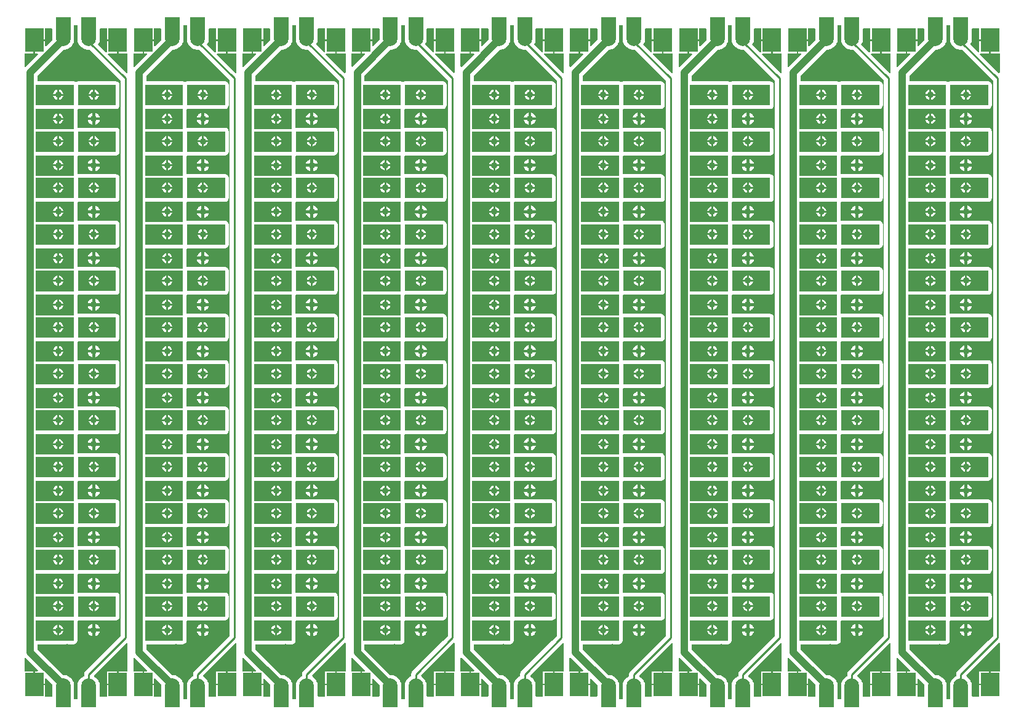
<source format=gbl>
G04*
G04 #@! TF.GenerationSoftware,Altium Limited,Altium Designer,21.7.2 (23)*
G04*
G04 Layer_Physical_Order=2*
G04 Layer_Color=16711680*
%FSLAX44Y44*%
%MOMM*%
G71*
G04*
G04 #@! TF.SameCoordinates,347EBB59-7EAA-41E4-9BFB-609F0E12C0C3*
G04*
G04*
G04 #@! TF.FilePolarity,Positive*
G04*
G01*
G75*
%ADD10R,2.0000X3.0000*%
%ADD11C,2.0000*%
%ADD12R,2.6000X3.2000*%
%ADD17C,0.9000*%
%ADD18C,0.8000*%
%ADD19C,0.4000*%
%ADD20C,0.2500*%
%ADD21C,1.0000*%
G36*
X1242500Y939404D02*
Y923865D01*
X1233673Y915038D01*
X1232500Y915524D01*
Y922500D01*
X1218500D01*
Y905500D01*
X1222476D01*
X1222962Y904327D01*
X1205309Y886674D01*
X1204039Y887200D01*
Y905500D01*
X1216500D01*
Y923500D01*
X1217500D01*
Y924500D01*
X1232500D01*
Y939961D01*
X1240500D01*
X1241230Y940106D01*
X1241288Y940112D01*
X1242500Y939404D01*
D02*
G37*
G36*
X1092500D02*
Y923865D01*
X1083673Y915038D01*
X1082500Y915524D01*
Y922500D01*
X1068500D01*
Y905500D01*
X1072476D01*
X1072962Y904327D01*
X1055309Y886674D01*
X1054039Y887200D01*
Y905500D01*
X1066500D01*
Y923500D01*
X1067500D01*
Y924500D01*
X1082500D01*
Y939961D01*
X1090500D01*
X1091230Y940106D01*
X1091288Y940112D01*
X1092500Y939404D01*
D02*
G37*
G36*
X942500D02*
Y923865D01*
X933673Y915038D01*
X932500Y915524D01*
Y922500D01*
X918500D01*
Y905500D01*
X922476D01*
X922962Y904327D01*
X905309Y886674D01*
X904039Y887200D01*
Y905500D01*
X916500D01*
Y923500D01*
X917500D01*
Y924500D01*
X932500D01*
Y939961D01*
X940500D01*
X941230Y940106D01*
X941288Y940112D01*
X942500Y939404D01*
D02*
G37*
G36*
X792500D02*
Y923865D01*
X783673Y915038D01*
X782500Y915524D01*
Y922500D01*
X768500D01*
Y905500D01*
X772476D01*
X772962Y904327D01*
X755309Y886674D01*
X754039Y887200D01*
Y905500D01*
X766500D01*
Y923500D01*
X767500D01*
Y924500D01*
X782500D01*
Y939961D01*
X790500D01*
X791230Y940106D01*
X791288Y940112D01*
X792500Y939404D01*
D02*
G37*
G36*
X642500D02*
Y923865D01*
X633673Y915038D01*
X632500Y915524D01*
Y922500D01*
X618500D01*
Y905500D01*
X622476D01*
X622962Y904327D01*
X605309Y886674D01*
X604039Y887200D01*
Y905500D01*
X616500D01*
Y923500D01*
X617500D01*
Y924500D01*
X632500D01*
Y939961D01*
X640500D01*
X641230Y940106D01*
X641288Y940112D01*
X642500Y939404D01*
D02*
G37*
G36*
X492500D02*
Y923865D01*
X483673Y915038D01*
X482500Y915524D01*
Y922500D01*
X468500D01*
Y905500D01*
X472476D01*
X472962Y904327D01*
X455309Y886674D01*
X454039Y887200D01*
Y905500D01*
X466500D01*
Y923500D01*
X467500D01*
Y924500D01*
X482500D01*
Y939961D01*
X490500D01*
X491230Y940106D01*
X491288Y940112D01*
X492500Y939404D01*
D02*
G37*
G36*
X342500D02*
Y923865D01*
X333673Y915038D01*
X332500Y915524D01*
Y922500D01*
X318500D01*
Y905500D01*
X322476D01*
X322962Y904327D01*
X305309Y886674D01*
X304039Y887200D01*
Y905500D01*
X316500D01*
Y923500D01*
X317500D01*
Y924500D01*
X332500D01*
Y939961D01*
X340500D01*
X341230Y940106D01*
X341288Y940112D01*
X342500Y939404D01*
D02*
G37*
G36*
X192500D02*
Y923865D01*
X183673Y915038D01*
X182500Y915524D01*
Y922500D01*
X168500D01*
Y905500D01*
X172476D01*
X172962Y904327D01*
X155309Y886674D01*
X154039Y887200D01*
Y905500D01*
X166500D01*
Y923500D01*
X167500D01*
Y924500D01*
X182500D01*
Y939961D01*
X190500D01*
X191230Y940106D01*
X191288Y940112D01*
X192500Y939404D01*
D02*
G37*
G36*
X42500D02*
Y923865D01*
X33673Y915038D01*
X32500Y915524D01*
Y922500D01*
X18500D01*
Y905500D01*
X22476D01*
X22962Y904327D01*
X5309Y886674D01*
X4039Y887200D01*
Y905500D01*
X16500D01*
Y923500D01*
X17500D01*
Y924500D01*
X32500D01*
Y939961D01*
X40500D01*
X41230Y940106D01*
X41288Y940112D01*
X42500Y939404D01*
D02*
G37*
G36*
X1308770Y940106D02*
X1309500Y939961D01*
X1317500D01*
Y924500D01*
X1332500D01*
Y923500D01*
X1333500D01*
Y905500D01*
X1345961D01*
Y878710D01*
X1344788Y878224D01*
X1318685Y904327D01*
X1319171Y905500D01*
X1331500D01*
Y922500D01*
X1317500D01*
Y907171D01*
X1316327Y906685D01*
X1305322Y917690D01*
X1305793Y918395D01*
X1306665Y920500D01*
X1307500D01*
Y939404D01*
X1308712Y940112D01*
X1308770Y940106D01*
D02*
G37*
G36*
X1158770D02*
X1159500Y939961D01*
X1167500D01*
Y924500D01*
X1182500D01*
Y923500D01*
X1183500D01*
Y905500D01*
X1195961D01*
Y878710D01*
X1194788Y878224D01*
X1168685Y904327D01*
X1169171Y905500D01*
X1181500D01*
Y922500D01*
X1167500D01*
Y907171D01*
X1166327Y906685D01*
X1155322Y917690D01*
X1155793Y918395D01*
X1156665Y920500D01*
X1157500D01*
Y939404D01*
X1158712Y940112D01*
X1158770Y940106D01*
D02*
G37*
G36*
X1008770D02*
X1009500Y939961D01*
X1017500D01*
Y924500D01*
X1032500D01*
Y923500D01*
X1033500D01*
Y905500D01*
X1045961D01*
Y878710D01*
X1044788Y878224D01*
X1018685Y904327D01*
X1019171Y905500D01*
X1031500D01*
Y922500D01*
X1017500D01*
Y907171D01*
X1016327Y906685D01*
X1005322Y917690D01*
X1005793Y918395D01*
X1006665Y920500D01*
X1007500D01*
Y939404D01*
X1008712Y940112D01*
X1008770Y940106D01*
D02*
G37*
G36*
X858770D02*
X859500Y939961D01*
X867500D01*
Y924500D01*
X882500D01*
Y923500D01*
X883500D01*
Y905500D01*
X895961D01*
Y878710D01*
X894788Y878224D01*
X868685Y904327D01*
X869171Y905500D01*
X881500D01*
Y922500D01*
X867500D01*
Y907171D01*
X866327Y906685D01*
X855322Y917690D01*
X855793Y918395D01*
X856665Y920500D01*
X857500D01*
Y939404D01*
X858712Y940112D01*
X858770Y940106D01*
D02*
G37*
G36*
X708770D02*
X709500Y939961D01*
X717500D01*
Y924500D01*
X732500D01*
Y923500D01*
X733500D01*
Y905500D01*
X745961D01*
Y878710D01*
X744788Y878224D01*
X718685Y904327D01*
X719171Y905500D01*
X731500D01*
Y922500D01*
X717500D01*
Y907171D01*
X716327Y906685D01*
X705322Y917690D01*
X705793Y918395D01*
X706665Y920500D01*
X707500D01*
Y939404D01*
X708712Y940112D01*
X708770Y940106D01*
D02*
G37*
G36*
X558770D02*
X559500Y939961D01*
X567500D01*
Y924500D01*
X582500D01*
Y923500D01*
X583500D01*
Y905500D01*
X595961D01*
Y878710D01*
X594787Y878224D01*
X568685Y904327D01*
X569171Y905500D01*
X581500D01*
Y922500D01*
X567500D01*
Y907171D01*
X566327Y906685D01*
X555322Y917690D01*
X555793Y918395D01*
X556665Y920500D01*
X557500D01*
Y939404D01*
X558712Y940112D01*
X558770Y940106D01*
D02*
G37*
G36*
X408770D02*
X409500Y939961D01*
X417500D01*
Y924500D01*
X432500D01*
Y923500D01*
X433500D01*
Y905500D01*
X445961D01*
Y878710D01*
X444787Y878224D01*
X418685Y904327D01*
X419171Y905500D01*
X431500D01*
Y922500D01*
X417500D01*
Y907171D01*
X416327Y906685D01*
X405322Y917690D01*
X405793Y918395D01*
X406665Y920500D01*
X407500D01*
Y939404D01*
X408712Y940112D01*
X408770Y940106D01*
D02*
G37*
G36*
X258770D02*
X259500Y939961D01*
X267500D01*
Y924500D01*
X282500D01*
Y923500D01*
X283500D01*
Y905500D01*
X295961D01*
Y878710D01*
X294788Y878224D01*
X268685Y904327D01*
X269171Y905500D01*
X281500D01*
Y922500D01*
X267500D01*
Y907171D01*
X266327Y906685D01*
X255322Y917690D01*
X255793Y918395D01*
X256665Y920500D01*
X257500D01*
Y939404D01*
X258712Y940112D01*
X258770Y940106D01*
D02*
G37*
G36*
X108770D02*
X109500Y939961D01*
X117500D01*
Y924500D01*
X132500D01*
Y923500D01*
X133500D01*
Y905500D01*
X145961D01*
Y878710D01*
X144788Y878224D01*
X118685Y904327D01*
X119171Y905500D01*
X131500D01*
Y922500D01*
X117500D01*
Y907171D01*
X116327Y906685D01*
X105322Y917690D01*
X105793Y918395D01*
X106665Y920500D01*
X107500D01*
Y939404D01*
X108712Y940112D01*
X108770Y940106D01*
D02*
G37*
G36*
X1330000Y834098D02*
X1278000D01*
Y862000D01*
X1330000D01*
Y834098D01*
D02*
G37*
G36*
X1180000D02*
X1128000D01*
Y862000D01*
X1180000D01*
Y834098D01*
D02*
G37*
G36*
X1030000D02*
X978000D01*
Y862000D01*
X1030000D01*
Y834098D01*
D02*
G37*
G36*
X880000D02*
X828000D01*
Y862000D01*
X880000D01*
Y834098D01*
D02*
G37*
G36*
X730000D02*
X678000D01*
Y862000D01*
X730000D01*
Y834098D01*
D02*
G37*
G36*
X580000D02*
X528000D01*
Y862000D01*
X580000D01*
Y834098D01*
D02*
G37*
G36*
X430000D02*
X378000D01*
Y862000D01*
X430000D01*
Y834098D01*
D02*
G37*
G36*
X280000D02*
X228000D01*
Y862000D01*
X280000D01*
Y834098D01*
D02*
G37*
G36*
X130000D02*
X78000D01*
Y862000D01*
X130000D01*
Y834098D01*
D02*
G37*
G36*
X1272000Y834000D02*
X1220000D01*
Y862000D01*
X1272000D01*
Y834000D01*
D02*
G37*
G36*
X1122000D02*
X1070000D01*
Y862000D01*
X1122000D01*
Y834000D01*
D02*
G37*
G36*
X972000D02*
X920000D01*
Y862000D01*
X972000D01*
Y834000D01*
D02*
G37*
G36*
X822000D02*
X770000D01*
Y862000D01*
X822000D01*
Y834000D01*
D02*
G37*
G36*
X672000D02*
X620000D01*
Y862000D01*
X672000D01*
Y834000D01*
D02*
G37*
G36*
X522000D02*
X470000D01*
Y862000D01*
X522000D01*
Y834000D01*
D02*
G37*
G36*
X372000D02*
X320000D01*
Y862000D01*
X372000D01*
Y834000D01*
D02*
G37*
G36*
X222000D02*
X170000D01*
Y862000D01*
X222000D01*
Y834000D01*
D02*
G37*
G36*
X72000D02*
X20000D01*
Y862000D01*
X72000D01*
Y834000D01*
D02*
G37*
G36*
X1272000Y801000D02*
X1220000D01*
Y829000D01*
X1272000D01*
Y801000D01*
D02*
G37*
G36*
X1122000D02*
X1070000D01*
Y829000D01*
X1122000D01*
Y801000D01*
D02*
G37*
G36*
X972000D02*
X920000D01*
Y829000D01*
X972000D01*
Y801000D01*
D02*
G37*
G36*
X822000D02*
X770000D01*
Y829000D01*
X822000D01*
Y801000D01*
D02*
G37*
G36*
X672000D02*
X620000D01*
Y829000D01*
X672000D01*
Y801000D01*
D02*
G37*
G36*
X522000D02*
X470000D01*
Y829000D01*
X522000D01*
Y801000D01*
D02*
G37*
G36*
X372000D02*
X320000D01*
Y829000D01*
X372000D01*
Y801000D01*
D02*
G37*
G36*
X222000D02*
X170000D01*
Y829000D01*
X222000D01*
Y801000D01*
D02*
G37*
G36*
X72000D02*
X20000D01*
Y829000D01*
X72000D01*
Y801000D01*
D02*
G37*
G36*
X1330000Y770098D02*
X1278000D01*
Y798000D01*
X1330000D01*
Y770098D01*
D02*
G37*
G36*
X1180000D02*
X1128000D01*
Y798000D01*
X1180000D01*
Y770098D01*
D02*
G37*
G36*
X1030000D02*
X978000D01*
Y798000D01*
X1030000D01*
Y770098D01*
D02*
G37*
G36*
X880000D02*
X828000D01*
Y798000D01*
X880000D01*
Y770098D01*
D02*
G37*
G36*
X730000D02*
X678000D01*
Y798000D01*
X730000D01*
Y770098D01*
D02*
G37*
G36*
X580000D02*
X528000D01*
Y798000D01*
X580000D01*
Y770098D01*
D02*
G37*
G36*
X430000D02*
X378000D01*
Y798000D01*
X430000D01*
Y770098D01*
D02*
G37*
G36*
X280000D02*
X228000D01*
Y798000D01*
X280000D01*
Y770098D01*
D02*
G37*
G36*
X130000D02*
X78000D01*
Y798000D01*
X130000D01*
Y770098D01*
D02*
G37*
G36*
X1272000Y770000D02*
X1220000D01*
Y798000D01*
X1272000D01*
Y770000D01*
D02*
G37*
G36*
X1122000D02*
X1070000D01*
Y798000D01*
X1122000D01*
Y770000D01*
D02*
G37*
G36*
X972000D02*
X920000D01*
Y798000D01*
X972000D01*
Y770000D01*
D02*
G37*
G36*
X822000D02*
X770000D01*
Y798000D01*
X822000D01*
Y770000D01*
D02*
G37*
G36*
X672000D02*
X620000D01*
Y798000D01*
X672000D01*
Y770000D01*
D02*
G37*
G36*
X522000D02*
X470000D01*
Y798000D01*
X522000D01*
Y770000D01*
D02*
G37*
G36*
X372000D02*
X320000D01*
Y798000D01*
X372000D01*
Y770000D01*
D02*
G37*
G36*
X222000D02*
X170000D01*
Y798000D01*
X222000D01*
Y770000D01*
D02*
G37*
G36*
X72000D02*
X20000D01*
Y798000D01*
X72000D01*
Y770000D01*
D02*
G37*
G36*
X1272000Y737000D02*
X1220000D01*
Y765000D01*
X1272000D01*
Y737000D01*
D02*
G37*
G36*
X1122000D02*
X1070000D01*
Y765000D01*
X1122000D01*
Y737000D01*
D02*
G37*
G36*
X972000D02*
X920000D01*
Y765000D01*
X972000D01*
Y737000D01*
D02*
G37*
G36*
X822000D02*
X770000D01*
Y765000D01*
X822000D01*
Y737000D01*
D02*
G37*
G36*
X672000D02*
X620000D01*
Y765000D01*
X672000D01*
Y737000D01*
D02*
G37*
G36*
X522000D02*
X470000D01*
Y765000D01*
X522000D01*
Y737000D01*
D02*
G37*
G36*
X372000D02*
X320000D01*
Y765000D01*
X372000D01*
Y737000D01*
D02*
G37*
G36*
X222000D02*
X170000D01*
Y765000D01*
X222000D01*
Y737000D01*
D02*
G37*
G36*
X72000D02*
X20000D01*
Y765000D01*
X72000D01*
Y737000D01*
D02*
G37*
G36*
X1330000Y706098D02*
X1278000D01*
Y734000D01*
X1330000D01*
Y706098D01*
D02*
G37*
G36*
X1180000D02*
X1128000D01*
Y734000D01*
X1180000D01*
Y706098D01*
D02*
G37*
G36*
X1030000D02*
X978000D01*
Y734000D01*
X1030000D01*
Y706098D01*
D02*
G37*
G36*
X880000D02*
X828000D01*
Y734000D01*
X880000D01*
Y706098D01*
D02*
G37*
G36*
X730000D02*
X678000D01*
Y734000D01*
X730000D01*
Y706098D01*
D02*
G37*
G36*
X580000D02*
X528000D01*
Y734000D01*
X580000D01*
Y706098D01*
D02*
G37*
G36*
X430000D02*
X378000D01*
Y734000D01*
X430000D01*
Y706098D01*
D02*
G37*
G36*
X280000D02*
X228000D01*
Y734000D01*
X280000D01*
Y706098D01*
D02*
G37*
G36*
X130000D02*
X78000D01*
Y734000D01*
X130000D01*
Y706098D01*
D02*
G37*
G36*
X1272000Y706000D02*
X1220000D01*
Y734000D01*
X1272000D01*
Y706000D01*
D02*
G37*
G36*
X1122000D02*
X1070000D01*
Y734000D01*
X1122000D01*
Y706000D01*
D02*
G37*
G36*
X972000D02*
X920000D01*
Y734000D01*
X972000D01*
Y706000D01*
D02*
G37*
G36*
X822000D02*
X770000D01*
Y734000D01*
X822000D01*
Y706000D01*
D02*
G37*
G36*
X672000D02*
X620000D01*
Y734000D01*
X672000D01*
Y706000D01*
D02*
G37*
G36*
X522000D02*
X470000D01*
Y734000D01*
X522000D01*
Y706000D01*
D02*
G37*
G36*
X372000D02*
X320000D01*
Y734000D01*
X372000D01*
Y706000D01*
D02*
G37*
G36*
X222000D02*
X170000D01*
Y734000D01*
X222000D01*
Y706000D01*
D02*
G37*
G36*
X72000D02*
X20000D01*
Y734000D01*
X72000D01*
Y706000D01*
D02*
G37*
G36*
X1272000Y673000D02*
X1220000D01*
Y701000D01*
X1272000D01*
Y673000D01*
D02*
G37*
G36*
X1122000D02*
X1070000D01*
Y701000D01*
X1122000D01*
Y673000D01*
D02*
G37*
G36*
X972000D02*
X920000D01*
Y701000D01*
X972000D01*
Y673000D01*
D02*
G37*
G36*
X822000D02*
X770000D01*
Y701000D01*
X822000D01*
Y673000D01*
D02*
G37*
G36*
X672000D02*
X620000D01*
Y701000D01*
X672000D01*
Y673000D01*
D02*
G37*
G36*
X522000D02*
X470000D01*
Y701000D01*
X522000D01*
Y673000D01*
D02*
G37*
G36*
X372000D02*
X320000D01*
Y701000D01*
X372000D01*
Y673000D01*
D02*
G37*
G36*
X222000D02*
X170000D01*
Y701000D01*
X222000D01*
Y673000D01*
D02*
G37*
G36*
X72000D02*
X20000D01*
Y701000D01*
X72000D01*
Y673000D01*
D02*
G37*
G36*
X1330000Y642098D02*
X1278000D01*
Y670000D01*
X1330000D01*
Y642098D01*
D02*
G37*
G36*
X1180000D02*
X1128000D01*
Y670000D01*
X1180000D01*
Y642098D01*
D02*
G37*
G36*
X1030000D02*
X978000D01*
Y670000D01*
X1030000D01*
Y642098D01*
D02*
G37*
G36*
X880000D02*
X828000D01*
Y670000D01*
X880000D01*
Y642098D01*
D02*
G37*
G36*
X730000D02*
X678000D01*
Y670000D01*
X730000D01*
Y642098D01*
D02*
G37*
G36*
X580000D02*
X528000D01*
Y670000D01*
X580000D01*
Y642098D01*
D02*
G37*
G36*
X430000D02*
X378000D01*
Y670000D01*
X430000D01*
Y642098D01*
D02*
G37*
G36*
X280000D02*
X228000D01*
Y670000D01*
X280000D01*
Y642098D01*
D02*
G37*
G36*
X130000D02*
X78000D01*
Y670000D01*
X130000D01*
Y642098D01*
D02*
G37*
G36*
X1272000Y642000D02*
X1220000D01*
Y670000D01*
X1272000D01*
Y642000D01*
D02*
G37*
G36*
X1122000D02*
X1070000D01*
Y670000D01*
X1122000D01*
Y642000D01*
D02*
G37*
G36*
X972000D02*
X920000D01*
Y670000D01*
X972000D01*
Y642000D01*
D02*
G37*
G36*
X822000D02*
X770000D01*
Y670000D01*
X822000D01*
Y642000D01*
D02*
G37*
G36*
X672000D02*
X620000D01*
Y670000D01*
X672000D01*
Y642000D01*
D02*
G37*
G36*
X522000D02*
X470000D01*
Y670000D01*
X522000D01*
Y642000D01*
D02*
G37*
G36*
X372000D02*
X320000D01*
Y670000D01*
X372000D01*
Y642000D01*
D02*
G37*
G36*
X222000D02*
X170000D01*
Y670000D01*
X222000D01*
Y642000D01*
D02*
G37*
G36*
X72000D02*
X20000D01*
Y670000D01*
X72000D01*
Y642000D01*
D02*
G37*
G36*
X1272000Y609000D02*
X1220000D01*
Y637000D01*
X1272000D01*
Y609000D01*
D02*
G37*
G36*
X1122000D02*
X1070000D01*
Y637000D01*
X1122000D01*
Y609000D01*
D02*
G37*
G36*
X972000D02*
X920000D01*
Y637000D01*
X972000D01*
Y609000D01*
D02*
G37*
G36*
X822000D02*
X770000D01*
Y637000D01*
X822000D01*
Y609000D01*
D02*
G37*
G36*
X672000D02*
X620000D01*
Y637000D01*
X672000D01*
Y609000D01*
D02*
G37*
G36*
X522000D02*
X470000D01*
Y637000D01*
X522000D01*
Y609000D01*
D02*
G37*
G36*
X372000D02*
X320000D01*
Y637000D01*
X372000D01*
Y609000D01*
D02*
G37*
G36*
X222000D02*
X170000D01*
Y637000D01*
X222000D01*
Y609000D01*
D02*
G37*
G36*
X72000D02*
X20000D01*
Y637000D01*
X72000D01*
Y609000D01*
D02*
G37*
G36*
X1330000Y578098D02*
X1278000D01*
Y606000D01*
X1330000D01*
Y578098D01*
D02*
G37*
G36*
X1180000D02*
X1128000D01*
Y606000D01*
X1180000D01*
Y578098D01*
D02*
G37*
G36*
X1030000D02*
X978000D01*
Y606000D01*
X1030000D01*
Y578098D01*
D02*
G37*
G36*
X880000D02*
X828000D01*
Y606000D01*
X880000D01*
Y578098D01*
D02*
G37*
G36*
X730000D02*
X678000D01*
Y606000D01*
X730000D01*
Y578098D01*
D02*
G37*
G36*
X580000D02*
X528000D01*
Y606000D01*
X580000D01*
Y578098D01*
D02*
G37*
G36*
X430000D02*
X378000D01*
Y606000D01*
X430000D01*
Y578098D01*
D02*
G37*
G36*
X280000D02*
X228000D01*
Y606000D01*
X280000D01*
Y578098D01*
D02*
G37*
G36*
X130000D02*
X78000D01*
Y606000D01*
X130000D01*
Y578098D01*
D02*
G37*
G36*
X1272000Y578000D02*
X1220000D01*
Y606000D01*
X1272000D01*
Y578000D01*
D02*
G37*
G36*
X1122000D02*
X1070000D01*
Y606000D01*
X1122000D01*
Y578000D01*
D02*
G37*
G36*
X972000D02*
X920000D01*
Y606000D01*
X972000D01*
Y578000D01*
D02*
G37*
G36*
X822000D02*
X770000D01*
Y606000D01*
X822000D01*
Y578000D01*
D02*
G37*
G36*
X672000D02*
X620000D01*
Y606000D01*
X672000D01*
Y578000D01*
D02*
G37*
G36*
X522000D02*
X470000D01*
Y606000D01*
X522000D01*
Y578000D01*
D02*
G37*
G36*
X372000D02*
X320000D01*
Y606000D01*
X372000D01*
Y578000D01*
D02*
G37*
G36*
X222000D02*
X170000D01*
Y606000D01*
X222000D01*
Y578000D01*
D02*
G37*
G36*
X72000D02*
X20000D01*
Y606000D01*
X72000D01*
Y578000D01*
D02*
G37*
G36*
X1272000Y545000D02*
X1220000D01*
Y573000D01*
X1272000D01*
Y545000D01*
D02*
G37*
G36*
X1122000D02*
X1070000D01*
Y573000D01*
X1122000D01*
Y545000D01*
D02*
G37*
G36*
X972000D02*
X920000D01*
Y573000D01*
X972000D01*
Y545000D01*
D02*
G37*
G36*
X822000D02*
X770000D01*
Y573000D01*
X822000D01*
Y545000D01*
D02*
G37*
G36*
X672000D02*
X620000D01*
Y573000D01*
X672000D01*
Y545000D01*
D02*
G37*
G36*
X522000D02*
X470000D01*
Y573000D01*
X522000D01*
Y545000D01*
D02*
G37*
G36*
X372000D02*
X320000D01*
Y573000D01*
X372000D01*
Y545000D01*
D02*
G37*
G36*
X222000D02*
X170000D01*
Y573000D01*
X222000D01*
Y545000D01*
D02*
G37*
G36*
X72000D02*
X20000D01*
Y573000D01*
X72000D01*
Y545000D01*
D02*
G37*
G36*
X1330000Y514098D02*
X1278000D01*
Y542000D01*
X1330000D01*
Y514098D01*
D02*
G37*
G36*
X1180000D02*
X1128000D01*
Y542000D01*
X1180000D01*
Y514098D01*
D02*
G37*
G36*
X1030000D02*
X978000D01*
Y542000D01*
X1030000D01*
Y514098D01*
D02*
G37*
G36*
X880000D02*
X828000D01*
Y542000D01*
X880000D01*
Y514098D01*
D02*
G37*
G36*
X730000D02*
X678000D01*
Y542000D01*
X730000D01*
Y514098D01*
D02*
G37*
G36*
X580000D02*
X528000D01*
Y542000D01*
X580000D01*
Y514098D01*
D02*
G37*
G36*
X430000D02*
X378000D01*
Y542000D01*
X430000D01*
Y514098D01*
D02*
G37*
G36*
X280000D02*
X228000D01*
Y542000D01*
X280000D01*
Y514098D01*
D02*
G37*
G36*
X130000D02*
X78000D01*
Y542000D01*
X130000D01*
Y514098D01*
D02*
G37*
G36*
X1272000Y514000D02*
X1220000D01*
Y542000D01*
X1272000D01*
Y514000D01*
D02*
G37*
G36*
X1122000D02*
X1070000D01*
Y542000D01*
X1122000D01*
Y514000D01*
D02*
G37*
G36*
X972000D02*
X920000D01*
Y542000D01*
X972000D01*
Y514000D01*
D02*
G37*
G36*
X822000D02*
X770000D01*
Y542000D01*
X822000D01*
Y514000D01*
D02*
G37*
G36*
X672000D02*
X620000D01*
Y542000D01*
X672000D01*
Y514000D01*
D02*
G37*
G36*
X522000D02*
X470000D01*
Y542000D01*
X522000D01*
Y514000D01*
D02*
G37*
G36*
X372000D02*
X320000D01*
Y542000D01*
X372000D01*
Y514000D01*
D02*
G37*
G36*
X222000D02*
X170000D01*
Y542000D01*
X222000D01*
Y514000D01*
D02*
G37*
G36*
X72000D02*
X20000D01*
Y542000D01*
X72000D01*
Y514000D01*
D02*
G37*
G36*
X1272000Y481000D02*
X1220000D01*
Y509000D01*
X1272000D01*
Y481000D01*
D02*
G37*
G36*
X1122000D02*
X1070000D01*
Y509000D01*
X1122000D01*
Y481000D01*
D02*
G37*
G36*
X972000D02*
X920000D01*
Y509000D01*
X972000D01*
Y481000D01*
D02*
G37*
G36*
X822000D02*
X770000D01*
Y509000D01*
X822000D01*
Y481000D01*
D02*
G37*
G36*
X672000D02*
X620000D01*
Y509000D01*
X672000D01*
Y481000D01*
D02*
G37*
G36*
X522000D02*
X470000D01*
Y509000D01*
X522000D01*
Y481000D01*
D02*
G37*
G36*
X372000D02*
X320000D01*
Y509000D01*
X372000D01*
Y481000D01*
D02*
G37*
G36*
X222000D02*
X170000D01*
Y509000D01*
X222000D01*
Y481000D01*
D02*
G37*
G36*
X72000D02*
X20000D01*
Y509000D01*
X72000D01*
Y481000D01*
D02*
G37*
G36*
X1330000Y450098D02*
X1278000D01*
Y478000D01*
X1330000D01*
Y450098D01*
D02*
G37*
G36*
X1180000D02*
X1128000D01*
Y478000D01*
X1180000D01*
Y450098D01*
D02*
G37*
G36*
X1030000D02*
X978000D01*
Y478000D01*
X1030000D01*
Y450098D01*
D02*
G37*
G36*
X880000D02*
X828000D01*
Y478000D01*
X880000D01*
Y450098D01*
D02*
G37*
G36*
X730000D02*
X678000D01*
Y478000D01*
X730000D01*
Y450098D01*
D02*
G37*
G36*
X580000D02*
X528000D01*
Y478000D01*
X580000D01*
Y450098D01*
D02*
G37*
G36*
X430000D02*
X378000D01*
Y478000D01*
X430000D01*
Y450098D01*
D02*
G37*
G36*
X280000D02*
X228000D01*
Y478000D01*
X280000D01*
Y450098D01*
D02*
G37*
G36*
X130000D02*
X78000D01*
Y478000D01*
X130000D01*
Y450098D01*
D02*
G37*
G36*
X1272000Y450000D02*
X1220000D01*
Y478000D01*
X1272000D01*
Y450000D01*
D02*
G37*
G36*
X1122000D02*
X1070000D01*
Y478000D01*
X1122000D01*
Y450000D01*
D02*
G37*
G36*
X972000D02*
X920000D01*
Y478000D01*
X972000D01*
Y450000D01*
D02*
G37*
G36*
X822000D02*
X770000D01*
Y478000D01*
X822000D01*
Y450000D01*
D02*
G37*
G36*
X672000D02*
X620000D01*
Y478000D01*
X672000D01*
Y450000D01*
D02*
G37*
G36*
X522000D02*
X470000D01*
Y478000D01*
X522000D01*
Y450000D01*
D02*
G37*
G36*
X372000D02*
X320000D01*
Y478000D01*
X372000D01*
Y450000D01*
D02*
G37*
G36*
X222000D02*
X170000D01*
Y478000D01*
X222000D01*
Y450000D01*
D02*
G37*
G36*
X72000D02*
X20000D01*
Y478000D01*
X72000D01*
Y450000D01*
D02*
G37*
G36*
X1272000Y417000D02*
X1220000D01*
Y445000D01*
X1272000D01*
Y417000D01*
D02*
G37*
G36*
X1122000D02*
X1070000D01*
Y445000D01*
X1122000D01*
Y417000D01*
D02*
G37*
G36*
X972000D02*
X920000D01*
Y445000D01*
X972000D01*
Y417000D01*
D02*
G37*
G36*
X822000D02*
X770000D01*
Y445000D01*
X822000D01*
Y417000D01*
D02*
G37*
G36*
X672000D02*
X620000D01*
Y445000D01*
X672000D01*
Y417000D01*
D02*
G37*
G36*
X522000D02*
X470000D01*
Y445000D01*
X522000D01*
Y417000D01*
D02*
G37*
G36*
X372000D02*
X320000D01*
Y445000D01*
X372000D01*
Y417000D01*
D02*
G37*
G36*
X222000D02*
X170000D01*
Y445000D01*
X222000D01*
Y417000D01*
D02*
G37*
G36*
X72000D02*
X20000D01*
Y445000D01*
X72000D01*
Y417000D01*
D02*
G37*
G36*
X1330000Y386098D02*
X1278000D01*
Y414000D01*
X1330000D01*
Y386098D01*
D02*
G37*
G36*
X1180000D02*
X1128000D01*
Y414000D01*
X1180000D01*
Y386098D01*
D02*
G37*
G36*
X1030000D02*
X978000D01*
Y414000D01*
X1030000D01*
Y386098D01*
D02*
G37*
G36*
X880000D02*
X828000D01*
Y414000D01*
X880000D01*
Y386098D01*
D02*
G37*
G36*
X730000D02*
X678000D01*
Y414000D01*
X730000D01*
Y386098D01*
D02*
G37*
G36*
X580000D02*
X528000D01*
Y414000D01*
X580000D01*
Y386098D01*
D02*
G37*
G36*
X430000D02*
X378000D01*
Y414000D01*
X430000D01*
Y386098D01*
D02*
G37*
G36*
X280000D02*
X228000D01*
Y414000D01*
X280000D01*
Y386098D01*
D02*
G37*
G36*
X130000D02*
X78000D01*
Y414000D01*
X130000D01*
Y386098D01*
D02*
G37*
G36*
X1272000Y386000D02*
X1220000D01*
Y414000D01*
X1272000D01*
Y386000D01*
D02*
G37*
G36*
X1122000D02*
X1070000D01*
Y414000D01*
X1122000D01*
Y386000D01*
D02*
G37*
G36*
X972000D02*
X920000D01*
Y414000D01*
X972000D01*
Y386000D01*
D02*
G37*
G36*
X822000D02*
X770000D01*
Y414000D01*
X822000D01*
Y386000D01*
D02*
G37*
G36*
X672000D02*
X620000D01*
Y414000D01*
X672000D01*
Y386000D01*
D02*
G37*
G36*
X522000D02*
X470000D01*
Y414000D01*
X522000D01*
Y386000D01*
D02*
G37*
G36*
X372000D02*
X320000D01*
Y414000D01*
X372000D01*
Y386000D01*
D02*
G37*
G36*
X222000D02*
X170000D01*
Y414000D01*
X222000D01*
Y386000D01*
D02*
G37*
G36*
X72000D02*
X20000D01*
Y414000D01*
X72000D01*
Y386000D01*
D02*
G37*
G36*
X1272000Y353000D02*
X1220000D01*
Y381000D01*
X1272000D01*
Y353000D01*
D02*
G37*
G36*
X1122000D02*
X1070000D01*
Y381000D01*
X1122000D01*
Y353000D01*
D02*
G37*
G36*
X972000D02*
X920000D01*
Y381000D01*
X972000D01*
Y353000D01*
D02*
G37*
G36*
X822000D02*
X770000D01*
Y381000D01*
X822000D01*
Y353000D01*
D02*
G37*
G36*
X672000D02*
X620000D01*
Y381000D01*
X672000D01*
Y353000D01*
D02*
G37*
G36*
X522000D02*
X470000D01*
Y381000D01*
X522000D01*
Y353000D01*
D02*
G37*
G36*
X372000D02*
X320000D01*
Y381000D01*
X372000D01*
Y353000D01*
D02*
G37*
G36*
X222000D02*
X170000D01*
Y381000D01*
X222000D01*
Y353000D01*
D02*
G37*
G36*
X72000D02*
X20000D01*
Y381000D01*
X72000D01*
Y353000D01*
D02*
G37*
G36*
X1330000Y322098D02*
X1278000D01*
Y350000D01*
X1330000D01*
Y322098D01*
D02*
G37*
G36*
X1180000D02*
X1128000D01*
Y350000D01*
X1180000D01*
Y322098D01*
D02*
G37*
G36*
X1030000D02*
X978000D01*
Y350000D01*
X1030000D01*
Y322098D01*
D02*
G37*
G36*
X880000D02*
X828000D01*
Y350000D01*
X880000D01*
Y322098D01*
D02*
G37*
G36*
X730000D02*
X678000D01*
Y350000D01*
X730000D01*
Y322098D01*
D02*
G37*
G36*
X580000D02*
X528000D01*
Y350000D01*
X580000D01*
Y322098D01*
D02*
G37*
G36*
X430000D02*
X378000D01*
Y350000D01*
X430000D01*
Y322098D01*
D02*
G37*
G36*
X280000D02*
X228000D01*
Y350000D01*
X280000D01*
Y322098D01*
D02*
G37*
G36*
X130000D02*
X78000D01*
Y350000D01*
X130000D01*
Y322098D01*
D02*
G37*
G36*
X1272000Y322000D02*
X1220000D01*
Y350000D01*
X1272000D01*
Y322000D01*
D02*
G37*
G36*
X1122000D02*
X1070000D01*
Y350000D01*
X1122000D01*
Y322000D01*
D02*
G37*
G36*
X972000D02*
X920000D01*
Y350000D01*
X972000D01*
Y322000D01*
D02*
G37*
G36*
X822000D02*
X770000D01*
Y350000D01*
X822000D01*
Y322000D01*
D02*
G37*
G36*
X672000D02*
X620000D01*
Y350000D01*
X672000D01*
Y322000D01*
D02*
G37*
G36*
X522000D02*
X470000D01*
Y350000D01*
X522000D01*
Y322000D01*
D02*
G37*
G36*
X372000D02*
X320000D01*
Y350000D01*
X372000D01*
Y322000D01*
D02*
G37*
G36*
X222000D02*
X170000D01*
Y350000D01*
X222000D01*
Y322000D01*
D02*
G37*
G36*
X72000D02*
X20000D01*
Y350000D01*
X72000D01*
Y322000D01*
D02*
G37*
G36*
X1272000Y289000D02*
X1220000D01*
Y317000D01*
X1272000D01*
Y289000D01*
D02*
G37*
G36*
X1122000D02*
X1070000D01*
Y317000D01*
X1122000D01*
Y289000D01*
D02*
G37*
G36*
X972000D02*
X920000D01*
Y317000D01*
X972000D01*
Y289000D01*
D02*
G37*
G36*
X822000D02*
X770000D01*
Y317000D01*
X822000D01*
Y289000D01*
D02*
G37*
G36*
X672000D02*
X620000D01*
Y317000D01*
X672000D01*
Y289000D01*
D02*
G37*
G36*
X522000D02*
X470000D01*
Y317000D01*
X522000D01*
Y289000D01*
D02*
G37*
G36*
X372000D02*
X320000D01*
Y317000D01*
X372000D01*
Y289000D01*
D02*
G37*
G36*
X222000D02*
X170000D01*
Y317000D01*
X222000D01*
Y289000D01*
D02*
G37*
G36*
X72000D02*
X20000D01*
Y317000D01*
X72000D01*
Y289000D01*
D02*
G37*
G36*
X1330000Y258098D02*
X1278000D01*
Y286000D01*
X1330000D01*
Y258098D01*
D02*
G37*
G36*
X1180000D02*
X1128000D01*
Y286000D01*
X1180000D01*
Y258098D01*
D02*
G37*
G36*
X1030000D02*
X978000D01*
Y286000D01*
X1030000D01*
Y258098D01*
D02*
G37*
G36*
X880000D02*
X828000D01*
Y286000D01*
X880000D01*
Y258098D01*
D02*
G37*
G36*
X730000D02*
X678000D01*
Y286000D01*
X730000D01*
Y258098D01*
D02*
G37*
G36*
X580000D02*
X528000D01*
Y286000D01*
X580000D01*
Y258098D01*
D02*
G37*
G36*
X430000D02*
X378000D01*
Y286000D01*
X430000D01*
Y258098D01*
D02*
G37*
G36*
X280000D02*
X228000D01*
Y286000D01*
X280000D01*
Y258098D01*
D02*
G37*
G36*
X130000D02*
X78000D01*
Y286000D01*
X130000D01*
Y258098D01*
D02*
G37*
G36*
X1272000Y258000D02*
X1220000D01*
Y286000D01*
X1272000D01*
Y258000D01*
D02*
G37*
G36*
X1122000D02*
X1070000D01*
Y286000D01*
X1122000D01*
Y258000D01*
D02*
G37*
G36*
X972000D02*
X920000D01*
Y286000D01*
X972000D01*
Y258000D01*
D02*
G37*
G36*
X822000D02*
X770000D01*
Y286000D01*
X822000D01*
Y258000D01*
D02*
G37*
G36*
X672000D02*
X620000D01*
Y286000D01*
X672000D01*
Y258000D01*
D02*
G37*
G36*
X522000D02*
X470000D01*
Y286000D01*
X522000D01*
Y258000D01*
D02*
G37*
G36*
X372000D02*
X320000D01*
Y286000D01*
X372000D01*
Y258000D01*
D02*
G37*
G36*
X222000D02*
X170000D01*
Y286000D01*
X222000D01*
Y258000D01*
D02*
G37*
G36*
X72000D02*
X20000D01*
Y286000D01*
X72000D01*
Y258000D01*
D02*
G37*
G36*
X1272000Y225000D02*
X1220000D01*
Y253000D01*
X1272000D01*
Y225000D01*
D02*
G37*
G36*
X1122000D02*
X1070000D01*
Y253000D01*
X1122000D01*
Y225000D01*
D02*
G37*
G36*
X972000D02*
X920000D01*
Y253000D01*
X972000D01*
Y225000D01*
D02*
G37*
G36*
X822000D02*
X770000D01*
Y253000D01*
X822000D01*
Y225000D01*
D02*
G37*
G36*
X672000D02*
X620000D01*
Y253000D01*
X672000D01*
Y225000D01*
D02*
G37*
G36*
X522000D02*
X470000D01*
Y253000D01*
X522000D01*
Y225000D01*
D02*
G37*
G36*
X372000D02*
X320000D01*
Y253000D01*
X372000D01*
Y225000D01*
D02*
G37*
G36*
X222000D02*
X170000D01*
Y253000D01*
X222000D01*
Y225000D01*
D02*
G37*
G36*
X72000D02*
X20000D01*
Y253000D01*
X72000D01*
Y225000D01*
D02*
G37*
G36*
X1330000Y194098D02*
X1278000D01*
Y222000D01*
X1330000D01*
Y194098D01*
D02*
G37*
G36*
X1180000D02*
X1128000D01*
Y222000D01*
X1180000D01*
Y194098D01*
D02*
G37*
G36*
X1030000D02*
X978000D01*
Y222000D01*
X1030000D01*
Y194098D01*
D02*
G37*
G36*
X880000D02*
X828000D01*
Y222000D01*
X880000D01*
Y194098D01*
D02*
G37*
G36*
X730000D02*
X678000D01*
Y222000D01*
X730000D01*
Y194098D01*
D02*
G37*
G36*
X580000D02*
X528000D01*
Y222000D01*
X580000D01*
Y194098D01*
D02*
G37*
G36*
X430000D02*
X378000D01*
Y222000D01*
X430000D01*
Y194098D01*
D02*
G37*
G36*
X280000D02*
X228000D01*
Y222000D01*
X280000D01*
Y194098D01*
D02*
G37*
G36*
X130000D02*
X78000D01*
Y222000D01*
X130000D01*
Y194098D01*
D02*
G37*
G36*
X1272000Y194000D02*
X1220000D01*
Y222000D01*
X1272000D01*
Y194000D01*
D02*
G37*
G36*
X1122000D02*
X1070000D01*
Y222000D01*
X1122000D01*
Y194000D01*
D02*
G37*
G36*
X972000D02*
X920000D01*
Y222000D01*
X972000D01*
Y194000D01*
D02*
G37*
G36*
X822000D02*
X770000D01*
Y222000D01*
X822000D01*
Y194000D01*
D02*
G37*
G36*
X672000D02*
X620000D01*
Y222000D01*
X672000D01*
Y194000D01*
D02*
G37*
G36*
X522000D02*
X470000D01*
Y222000D01*
X522000D01*
Y194000D01*
D02*
G37*
G36*
X372000D02*
X320000D01*
Y222000D01*
X372000D01*
Y194000D01*
D02*
G37*
G36*
X222000D02*
X170000D01*
Y222000D01*
X222000D01*
Y194000D01*
D02*
G37*
G36*
X72000D02*
X20000D01*
Y222000D01*
X72000D01*
Y194000D01*
D02*
G37*
G36*
X1272000Y161000D02*
X1220000D01*
Y189000D01*
X1272000D01*
Y161000D01*
D02*
G37*
G36*
X1122000D02*
X1070000D01*
Y189000D01*
X1122000D01*
Y161000D01*
D02*
G37*
G36*
X972000D02*
X920000D01*
Y189000D01*
X972000D01*
Y161000D01*
D02*
G37*
G36*
X822000D02*
X770000D01*
Y189000D01*
X822000D01*
Y161000D01*
D02*
G37*
G36*
X672000D02*
X620000D01*
Y189000D01*
X672000D01*
Y161000D01*
D02*
G37*
G36*
X522000D02*
X470000D01*
Y189000D01*
X522000D01*
Y161000D01*
D02*
G37*
G36*
X372000D02*
X320000D01*
Y189000D01*
X372000D01*
Y161000D01*
D02*
G37*
G36*
X222000D02*
X170000D01*
Y189000D01*
X222000D01*
Y161000D01*
D02*
G37*
G36*
X72000D02*
X20000D01*
Y189000D01*
X72000D01*
Y161000D01*
D02*
G37*
G36*
X1330000Y130000D02*
X1278000D01*
Y158000D01*
X1330000D01*
Y130000D01*
D02*
G37*
G36*
X1272000D02*
X1220000D01*
Y158000D01*
X1272000D01*
Y130000D01*
D02*
G37*
G36*
X1180000D02*
X1128000D01*
Y158000D01*
X1180000D01*
Y130000D01*
D02*
G37*
G36*
X1122000D02*
X1070000D01*
Y158000D01*
X1122000D01*
Y130000D01*
D02*
G37*
G36*
X1030000D02*
X978000D01*
Y158000D01*
X1030000D01*
Y130000D01*
D02*
G37*
G36*
X972000D02*
X920000D01*
Y158000D01*
X972000D01*
Y130000D01*
D02*
G37*
G36*
X880000D02*
X828000D01*
Y158000D01*
X880000D01*
Y130000D01*
D02*
G37*
G36*
X822000D02*
X770000D01*
Y158000D01*
X822000D01*
Y130000D01*
D02*
G37*
G36*
X730000D02*
X678000D01*
Y158000D01*
X730000D01*
Y130000D01*
D02*
G37*
G36*
X672000D02*
X620000D01*
Y158000D01*
X672000D01*
Y130000D01*
D02*
G37*
G36*
X580000D02*
X528000D01*
Y158000D01*
X580000D01*
Y130000D01*
D02*
G37*
G36*
X522000D02*
X470000D01*
Y158000D01*
X522000D01*
Y130000D01*
D02*
G37*
G36*
X430000D02*
X378000D01*
Y158000D01*
X430000D01*
Y130000D01*
D02*
G37*
G36*
X372000D02*
X320000D01*
Y158000D01*
X372000D01*
Y130000D01*
D02*
G37*
G36*
X280000D02*
X228000D01*
Y158000D01*
X280000D01*
Y130000D01*
D02*
G37*
G36*
X222000D02*
X170000D01*
Y158000D01*
X222000D01*
Y130000D01*
D02*
G37*
G36*
X130000D02*
X78000D01*
Y158000D01*
X130000D01*
Y130000D01*
D02*
G37*
G36*
X72000D02*
X20000D01*
Y158000D01*
X72000D01*
Y130000D01*
D02*
G37*
G36*
X1272000Y97000D02*
X1220000D01*
Y125000D01*
X1272000D01*
Y97000D01*
D02*
G37*
G36*
X1122000D02*
X1070000D01*
Y125000D01*
X1122000D01*
Y97000D01*
D02*
G37*
G36*
X972000D02*
X920000D01*
Y125000D01*
X972000D01*
Y97000D01*
D02*
G37*
G36*
X822000D02*
X770000D01*
Y125000D01*
X822000D01*
Y97000D01*
D02*
G37*
G36*
X672000D02*
X620000D01*
Y125000D01*
X672000D01*
Y97000D01*
D02*
G37*
G36*
X522000D02*
X470000D01*
Y125000D01*
X522000D01*
Y97000D01*
D02*
G37*
G36*
X372000D02*
X320000D01*
Y125000D01*
X372000D01*
Y97000D01*
D02*
G37*
G36*
X222000D02*
X170000D01*
Y125000D01*
X222000D01*
Y97000D01*
D02*
G37*
G36*
X72000D02*
X20000D01*
Y125000D01*
X72000D01*
Y97000D01*
D02*
G37*
G36*
X1222962Y55673D02*
X1222476Y54500D01*
X1218500D01*
Y37500D01*
X1232500D01*
Y44476D01*
X1233673Y44962D01*
X1242500Y36135D01*
Y20596D01*
X1241288Y19888D01*
X1241230Y19894D01*
X1240500Y20039D01*
X1232500D01*
Y35500D01*
X1217500D01*
Y36500D01*
X1216500D01*
Y54500D01*
X1204039D01*
Y72800D01*
X1205309Y73326D01*
X1222962Y55673D01*
D02*
G37*
G36*
X1072962D02*
X1072476Y54500D01*
X1068500D01*
Y37500D01*
X1082500D01*
Y44476D01*
X1083673Y44962D01*
X1092500Y36135D01*
Y20596D01*
X1091288Y19888D01*
X1091230Y19894D01*
X1090500Y20039D01*
X1082500D01*
Y35500D01*
X1067500D01*
Y36500D01*
X1066500D01*
Y54500D01*
X1054039D01*
Y72800D01*
X1055309Y73326D01*
X1072962Y55673D01*
D02*
G37*
G36*
X922962D02*
X922476Y54500D01*
X918500D01*
Y37500D01*
X932500D01*
Y44476D01*
X933673Y44962D01*
X942500Y36135D01*
Y20596D01*
X941288Y19888D01*
X941230Y19894D01*
X940500Y20039D01*
X932500D01*
Y35500D01*
X917500D01*
Y36500D01*
X916500D01*
Y54500D01*
X904039D01*
Y72800D01*
X905309Y73326D01*
X922962Y55673D01*
D02*
G37*
G36*
X772962D02*
X772476Y54500D01*
X768500D01*
Y37500D01*
X782500D01*
Y44476D01*
X783673Y44962D01*
X792500Y36135D01*
Y20596D01*
X791288Y19888D01*
X791230Y19894D01*
X790500Y20039D01*
X782500D01*
Y35500D01*
X767500D01*
Y36500D01*
X766500D01*
Y54500D01*
X754039D01*
Y72800D01*
X755309Y73326D01*
X772962Y55673D01*
D02*
G37*
G36*
X622962D02*
X622476Y54500D01*
X618500D01*
Y37500D01*
X632500D01*
Y44476D01*
X633673Y44962D01*
X642500Y36135D01*
Y20596D01*
X641288Y19888D01*
X641230Y19894D01*
X640500Y20039D01*
X632500D01*
Y35500D01*
X617500D01*
Y36500D01*
X616500D01*
Y54500D01*
X604039D01*
Y72800D01*
X605309Y73326D01*
X622962Y55673D01*
D02*
G37*
G36*
X472962D02*
X472476Y54500D01*
X468500D01*
Y37500D01*
X482500D01*
Y44476D01*
X483673Y44962D01*
X492500Y36135D01*
Y20596D01*
X491288Y19888D01*
X491230Y19894D01*
X490500Y20039D01*
X482500D01*
Y35500D01*
X467500D01*
Y36500D01*
X466500D01*
Y54500D01*
X454039D01*
Y72800D01*
X455309Y73326D01*
X472962Y55673D01*
D02*
G37*
G36*
X322962D02*
X322476Y54500D01*
X318500D01*
Y37500D01*
X332500D01*
Y44476D01*
X333673Y44962D01*
X342500Y36135D01*
Y20596D01*
X341288Y19888D01*
X341230Y19894D01*
X340500Y20039D01*
X332500D01*
Y35500D01*
X317500D01*
Y36500D01*
X316500D01*
Y54500D01*
X304039D01*
Y72800D01*
X305309Y73326D01*
X322962Y55673D01*
D02*
G37*
G36*
X172962D02*
X172476Y54500D01*
X168500D01*
Y37500D01*
X182500D01*
Y44476D01*
X183673Y44962D01*
X192500Y36135D01*
Y20596D01*
X191288Y19888D01*
X191230Y19894D01*
X190500Y20039D01*
X182500D01*
Y35500D01*
X167500D01*
Y36500D01*
X166500D01*
Y54500D01*
X154039D01*
Y72800D01*
X155309Y73326D01*
X172962Y55673D01*
D02*
G37*
G36*
X22962D02*
X22476Y54500D01*
X18500D01*
Y37500D01*
X32500D01*
Y44476D01*
X33673Y44962D01*
X42500Y36135D01*
Y20596D01*
X41288Y19888D01*
X41230Y19894D01*
X40500Y20039D01*
X32500D01*
Y35500D01*
X17500D01*
Y36500D01*
X16500D01*
Y54500D01*
X4039D01*
Y72800D01*
X5309Y73326D01*
X22962Y55673D01*
D02*
G37*
G36*
X1345961Y93290D02*
Y54500D01*
X1333500D01*
Y36500D01*
X1332500D01*
Y35500D01*
X1317500D01*
Y20039D01*
X1309500D01*
X1308770Y19894D01*
X1308713Y19888D01*
X1307500Y20596D01*
Y39500D01*
X1306665D01*
X1305793Y41605D01*
X1304151Y44062D01*
X1302062Y46151D01*
X1300202Y47394D01*
X1299935Y48923D01*
X1344788Y93776D01*
X1345961Y93290D01*
D02*
G37*
G36*
X1195961D02*
Y54500D01*
X1183500D01*
Y36500D01*
X1182500D01*
Y35500D01*
X1167500D01*
Y20039D01*
X1159500D01*
X1158770Y19894D01*
X1158713Y19888D01*
X1157500Y20596D01*
Y39500D01*
X1156665D01*
X1155793Y41605D01*
X1154151Y44062D01*
X1152062Y46151D01*
X1150202Y47394D01*
X1149935Y48923D01*
X1194788Y93776D01*
X1195961Y93290D01*
D02*
G37*
G36*
X1045961D02*
Y54500D01*
X1033500D01*
Y36500D01*
X1032500D01*
Y35500D01*
X1017500D01*
Y20039D01*
X1009500D01*
X1008770Y19894D01*
X1008713Y19888D01*
X1007500Y20596D01*
Y39500D01*
X1006665D01*
X1005793Y41605D01*
X1004151Y44062D01*
X1002062Y46151D01*
X1000202Y47394D01*
X999935Y48923D01*
X1044788Y93776D01*
X1045961Y93290D01*
D02*
G37*
G36*
X895961D02*
Y54500D01*
X883500D01*
Y36500D01*
X882500D01*
Y35500D01*
X867500D01*
Y20039D01*
X859500D01*
X858770Y19894D01*
X858713Y19888D01*
X857500Y20596D01*
Y39500D01*
X856665D01*
X855793Y41605D01*
X854151Y44062D01*
X852062Y46151D01*
X850202Y47394D01*
X849935Y48923D01*
X894788Y93776D01*
X895961Y93290D01*
D02*
G37*
G36*
X745961D02*
Y54500D01*
X733500D01*
Y36500D01*
X732500D01*
Y35500D01*
X717500D01*
Y20039D01*
X709500D01*
X708770Y19894D01*
X708713Y19888D01*
X707500Y20596D01*
Y39500D01*
X706665D01*
X705793Y41605D01*
X704151Y44062D01*
X702062Y46151D01*
X700202Y47394D01*
X699935Y48923D01*
X744788Y93776D01*
X745961Y93290D01*
D02*
G37*
G36*
X595961D02*
Y54500D01*
X583500D01*
Y36500D01*
X582500D01*
Y35500D01*
X567500D01*
Y20039D01*
X559500D01*
X558770Y19894D01*
X558713Y19888D01*
X557500Y20596D01*
Y39500D01*
X556665D01*
X555793Y41605D01*
X554151Y44062D01*
X552062Y46151D01*
X550202Y47394D01*
X549935Y48923D01*
X594788Y93776D01*
X595961Y93290D01*
D02*
G37*
G36*
X445961D02*
Y54500D01*
X433500D01*
Y36500D01*
X432500D01*
Y35500D01*
X417500D01*
Y20039D01*
X409500D01*
X408770Y19894D01*
X408713Y19888D01*
X407500Y20596D01*
Y39500D01*
X406665D01*
X405793Y41605D01*
X404151Y44062D01*
X402062Y46151D01*
X400202Y47394D01*
X399935Y48923D01*
X444788Y93776D01*
X445961Y93290D01*
D02*
G37*
G36*
X295961D02*
Y54500D01*
X283500D01*
Y36500D01*
X282500D01*
Y35500D01*
X267500D01*
Y20039D01*
X259500D01*
X258770Y19894D01*
X258713Y19888D01*
X257500Y20596D01*
Y39500D01*
X256665D01*
X255793Y41605D01*
X254151Y44062D01*
X252062Y46151D01*
X250202Y47394D01*
X249935Y48923D01*
X294788Y93776D01*
X295961Y93290D01*
D02*
G37*
G36*
X145961D02*
Y54500D01*
X133500D01*
Y36500D01*
X132500D01*
Y35500D01*
X117500D01*
Y20039D01*
X109500D01*
X108770Y19894D01*
X108713Y19888D01*
X107500Y20596D01*
Y39500D01*
X106665D01*
X105793Y41605D01*
X104151Y44062D01*
X102062Y46151D01*
X100202Y47394D01*
X99935Y48923D01*
X144788Y93776D01*
X145961Y93290D01*
D02*
G37*
G36*
X1277500Y926977D02*
Y920500D01*
X1278335D01*
X1279207Y918395D01*
X1280849Y915938D01*
X1282938Y913849D01*
X1285395Y912207D01*
X1288125Y911077D01*
X1291023Y910500D01*
X1293977D01*
X1294403Y910585D01*
X1336628Y868361D01*
Y103639D01*
X1330000Y97012D01*
X1329988Y97000D01*
X1287994Y55006D01*
X1286613Y52939D01*
X1286128Y50500D01*
Y48096D01*
X1285395Y47793D01*
X1282938Y46151D01*
X1280849Y44062D01*
X1279207Y41605D01*
X1278335Y39500D01*
X1277500D01*
Y33023D01*
Y16000D01*
X1272500D01*
Y39500D01*
X1271665D01*
X1270793Y41605D01*
X1269151Y44062D01*
X1267062Y46151D01*
X1264605Y47793D01*
X1261875Y48924D01*
X1258977Y49500D01*
X1257664D01*
X1222086Y85077D01*
Y91902D01*
X1272000D01*
X1273951Y92290D01*
X1275605Y93395D01*
X1276710Y95049D01*
X1277098Y97000D01*
Y123787D01*
X1278000Y124902D01*
Y124902D01*
X1330000D01*
X1331951Y125290D01*
X1333605Y126395D01*
X1334710Y128049D01*
X1335098Y130000D01*
Y158000D01*
X1334710Y159951D01*
X1333605Y161605D01*
X1331951Y162710D01*
X1330000Y163098D01*
X1278000D01*
Y163098D01*
X1277098Y163838D01*
Y187885D01*
X1278000Y189000D01*
Y189000D01*
X1330000D01*
X1331951Y189388D01*
X1333605Y190493D01*
X1334710Y192147D01*
X1335098Y194098D01*
Y222000D01*
X1334710Y223951D01*
X1333605Y225605D01*
X1331951Y226710D01*
X1330000Y227098D01*
X1278000D01*
Y227098D01*
X1277098Y227838D01*
Y251884D01*
X1278000Y253000D01*
Y253000D01*
X1330000D01*
X1331951Y253388D01*
X1333605Y254493D01*
X1334710Y256147D01*
X1335098Y258098D01*
Y286000D01*
X1334710Y287951D01*
X1333605Y289605D01*
X1331951Y290710D01*
X1330000Y291098D01*
X1278000D01*
Y291098D01*
X1277098Y291838D01*
Y315884D01*
X1278000Y317000D01*
Y317000D01*
X1330000D01*
X1331951Y317388D01*
X1333605Y318493D01*
X1334710Y320147D01*
X1335098Y322098D01*
Y350000D01*
X1334710Y351951D01*
X1333605Y353605D01*
X1331951Y354710D01*
X1330000Y355098D01*
X1278000D01*
Y355098D01*
X1277098Y355838D01*
Y379884D01*
X1278000Y381000D01*
Y381000D01*
X1330000D01*
X1331951Y381388D01*
X1333605Y382493D01*
X1334710Y384147D01*
X1335098Y386098D01*
Y414000D01*
X1334710Y415951D01*
X1333605Y417605D01*
X1331951Y418710D01*
X1330000Y419098D01*
X1278000D01*
Y419098D01*
X1277098Y419838D01*
Y443885D01*
X1278000Y445000D01*
Y445000D01*
X1330000D01*
X1331951Y445388D01*
X1333605Y446493D01*
X1334710Y448147D01*
X1335098Y450098D01*
Y478000D01*
X1334710Y479951D01*
X1333605Y481605D01*
X1331951Y482710D01*
X1330000Y483098D01*
X1278000D01*
Y483098D01*
X1277098Y483838D01*
Y507884D01*
X1278000Y509000D01*
Y509000D01*
X1330000D01*
X1331951Y509388D01*
X1333605Y510493D01*
X1334710Y512147D01*
X1335098Y514098D01*
Y542000D01*
X1334710Y543951D01*
X1333605Y545605D01*
X1331951Y546710D01*
X1330000Y547098D01*
X1278000D01*
Y547098D01*
X1277098Y547838D01*
Y571884D01*
X1278000Y573000D01*
Y573000D01*
X1330000D01*
X1331951Y573388D01*
X1333605Y574493D01*
X1334710Y576147D01*
X1335098Y578098D01*
Y606000D01*
X1334710Y607951D01*
X1333605Y609605D01*
X1331951Y610710D01*
X1330000Y611098D01*
X1278000D01*
Y611098D01*
X1277098Y611838D01*
Y635885D01*
X1278000Y637000D01*
Y637000D01*
X1330000D01*
X1331951Y637388D01*
X1333605Y638493D01*
X1334710Y640147D01*
X1335098Y642098D01*
Y670000D01*
X1334710Y671951D01*
X1333605Y673605D01*
X1331951Y674710D01*
X1330000Y675098D01*
X1278000D01*
Y675098D01*
X1277098Y675838D01*
Y699884D01*
X1278000Y701000D01*
Y701000D01*
X1330000D01*
X1331951Y701388D01*
X1333605Y702493D01*
X1334710Y704147D01*
X1335098Y706098D01*
Y734000D01*
X1334710Y735951D01*
X1333605Y737605D01*
X1331951Y738710D01*
X1330000Y739098D01*
X1278000D01*
Y739098D01*
X1277098Y739838D01*
Y763885D01*
X1278000Y765000D01*
Y765000D01*
X1330000D01*
X1331951Y765388D01*
X1333605Y766493D01*
X1334710Y768147D01*
X1335098Y770098D01*
Y798000D01*
X1334710Y799951D01*
X1333605Y801605D01*
X1331951Y802710D01*
X1330000Y803098D01*
X1278000D01*
Y803098D01*
X1277098Y803838D01*
Y827885D01*
X1278000Y829000D01*
Y829000D01*
X1330000D01*
X1331951Y829388D01*
X1333605Y830493D01*
X1334710Y832147D01*
X1335098Y834098D01*
Y862000D01*
X1334710Y863951D01*
X1333605Y865605D01*
X1331951Y866710D01*
X1330000Y867098D01*
X1278000D01*
X1276049Y866710D01*
X1275000Y866009D01*
X1273951Y866710D01*
X1272000Y867098D01*
X1222086D01*
Y874923D01*
X1257664Y910500D01*
X1258977D01*
X1261875Y911077D01*
X1264605Y912207D01*
X1267062Y913849D01*
X1269151Y915938D01*
X1270793Y918395D01*
X1271665Y920500D01*
X1272500D01*
Y944000D01*
X1277500D01*
Y926977D01*
D02*
G37*
G36*
X1127500D02*
Y920500D01*
X1128335D01*
X1129207Y918395D01*
X1130849Y915938D01*
X1132938Y913849D01*
X1135395Y912207D01*
X1138125Y911077D01*
X1141023Y910500D01*
X1143977D01*
X1144403Y910585D01*
X1186628Y868361D01*
Y103639D01*
X1180000Y97012D01*
X1179988Y97000D01*
X1137994Y55006D01*
X1136613Y52939D01*
X1136128Y50500D01*
Y48096D01*
X1135395Y47793D01*
X1132938Y46151D01*
X1130849Y44062D01*
X1129207Y41605D01*
X1128335Y39500D01*
X1127500D01*
Y33023D01*
Y16000D01*
X1122500D01*
Y39500D01*
X1121665D01*
X1120793Y41605D01*
X1119151Y44062D01*
X1117062Y46151D01*
X1114605Y47793D01*
X1111875Y48924D01*
X1108977Y49500D01*
X1107664D01*
X1072086Y85077D01*
Y91902D01*
X1122000D01*
X1123951Y92290D01*
X1125605Y93395D01*
X1126710Y95049D01*
X1127098Y97000D01*
Y123787D01*
X1128000Y124902D01*
Y124902D01*
X1180000D01*
X1181951Y125290D01*
X1183605Y126395D01*
X1184710Y128049D01*
X1185098Y130000D01*
Y158000D01*
X1184710Y159951D01*
X1183605Y161605D01*
X1181951Y162710D01*
X1180000Y163098D01*
X1128000D01*
Y163098D01*
X1127098Y163838D01*
Y187885D01*
X1128000Y189000D01*
Y189000D01*
X1180000D01*
X1181951Y189388D01*
X1183605Y190493D01*
X1184710Y192147D01*
X1185098Y194098D01*
Y222000D01*
X1184710Y223951D01*
X1183605Y225605D01*
X1181951Y226710D01*
X1180000Y227098D01*
X1128000D01*
Y227098D01*
X1127098Y227838D01*
Y251884D01*
X1128000Y253000D01*
Y253000D01*
X1180000D01*
X1181951Y253388D01*
X1183605Y254493D01*
X1184710Y256147D01*
X1185098Y258098D01*
Y286000D01*
X1184710Y287951D01*
X1183605Y289605D01*
X1181951Y290710D01*
X1180000Y291098D01*
X1128000D01*
Y291098D01*
X1127098Y291838D01*
Y315884D01*
X1128000Y317000D01*
Y317000D01*
X1180000D01*
X1181951Y317388D01*
X1183605Y318493D01*
X1184710Y320147D01*
X1185098Y322098D01*
Y350000D01*
X1184710Y351951D01*
X1183605Y353605D01*
X1181951Y354710D01*
X1180000Y355098D01*
X1128000D01*
Y355098D01*
X1127098Y355838D01*
Y379884D01*
X1128000Y381000D01*
Y381000D01*
X1180000D01*
X1181951Y381388D01*
X1183605Y382493D01*
X1184710Y384147D01*
X1185098Y386098D01*
Y414000D01*
X1184710Y415951D01*
X1183605Y417605D01*
X1181951Y418710D01*
X1180000Y419098D01*
X1128000D01*
Y419098D01*
X1127098Y419838D01*
Y443885D01*
X1128000Y445000D01*
Y445000D01*
X1180000D01*
X1181951Y445388D01*
X1183605Y446493D01*
X1184710Y448147D01*
X1185098Y450098D01*
Y478000D01*
X1184710Y479951D01*
X1183605Y481605D01*
X1181951Y482710D01*
X1180000Y483098D01*
X1128000D01*
Y483098D01*
X1127098Y483838D01*
Y507884D01*
X1128000Y509000D01*
Y509000D01*
X1180000D01*
X1181951Y509388D01*
X1183605Y510493D01*
X1184710Y512147D01*
X1185098Y514098D01*
Y542000D01*
X1184710Y543951D01*
X1183605Y545605D01*
X1181951Y546710D01*
X1180000Y547098D01*
X1128000D01*
Y547098D01*
X1127098Y547838D01*
Y571884D01*
X1128000Y573000D01*
Y573000D01*
X1180000D01*
X1181951Y573388D01*
X1183605Y574493D01*
X1184710Y576147D01*
X1185098Y578098D01*
Y606000D01*
X1184710Y607951D01*
X1183605Y609605D01*
X1181951Y610710D01*
X1180000Y611098D01*
X1128000D01*
Y611098D01*
X1127098Y611838D01*
Y635885D01*
X1128000Y637000D01*
Y637000D01*
X1180000D01*
X1181951Y637388D01*
X1183605Y638493D01*
X1184710Y640147D01*
X1185098Y642098D01*
Y670000D01*
X1184710Y671951D01*
X1183605Y673605D01*
X1181951Y674710D01*
X1180000Y675098D01*
X1128000D01*
Y675098D01*
X1127098Y675838D01*
Y699884D01*
X1128000Y701000D01*
Y701000D01*
X1180000D01*
X1181951Y701388D01*
X1183605Y702493D01*
X1184710Y704147D01*
X1185098Y706098D01*
Y734000D01*
X1184710Y735951D01*
X1183605Y737605D01*
X1181951Y738710D01*
X1180000Y739098D01*
X1128000D01*
Y739098D01*
X1127098Y739838D01*
Y763885D01*
X1128000Y765000D01*
Y765000D01*
X1180000D01*
X1181951Y765388D01*
X1183605Y766493D01*
X1184710Y768147D01*
X1185098Y770098D01*
Y798000D01*
X1184710Y799951D01*
X1183605Y801605D01*
X1181951Y802710D01*
X1180000Y803098D01*
X1128000D01*
Y803098D01*
X1127098Y803838D01*
Y827885D01*
X1128000Y829000D01*
Y829000D01*
X1180000D01*
X1181951Y829388D01*
X1183605Y830493D01*
X1184710Y832147D01*
X1185098Y834098D01*
Y862000D01*
X1184710Y863951D01*
X1183605Y865605D01*
X1181951Y866710D01*
X1180000Y867098D01*
X1128000D01*
X1126049Y866710D01*
X1125000Y866009D01*
X1123951Y866710D01*
X1122000Y867098D01*
X1072086D01*
Y874923D01*
X1107664Y910500D01*
X1108977D01*
X1111875Y911077D01*
X1114605Y912207D01*
X1117062Y913849D01*
X1119151Y915938D01*
X1120793Y918395D01*
X1121665Y920500D01*
X1122500D01*
Y944000D01*
X1127500D01*
Y926977D01*
D02*
G37*
G36*
X977500D02*
Y920500D01*
X978335D01*
X979207Y918395D01*
X980849Y915938D01*
X982938Y913849D01*
X985395Y912207D01*
X988125Y911077D01*
X991023Y910500D01*
X993977D01*
X994403Y910585D01*
X1036628Y868361D01*
Y103639D01*
X1030000Y97012D01*
X1029988Y97000D01*
X987994Y55006D01*
X986613Y52939D01*
X986128Y50500D01*
Y48096D01*
X985395Y47793D01*
X982938Y46151D01*
X980849Y44062D01*
X979207Y41605D01*
X978335Y39500D01*
X977500D01*
Y33023D01*
Y16000D01*
X972500D01*
Y39500D01*
X971665D01*
X970793Y41605D01*
X969151Y44062D01*
X967062Y46151D01*
X964605Y47793D01*
X961875Y48924D01*
X958977Y49500D01*
X957664D01*
X922086Y85077D01*
Y91902D01*
X972000D01*
X973951Y92290D01*
X975605Y93395D01*
X976710Y95049D01*
X977098Y97000D01*
Y123787D01*
X978000Y124902D01*
Y124902D01*
X1030000D01*
X1031951Y125290D01*
X1033605Y126395D01*
X1034710Y128049D01*
X1035098Y130000D01*
Y158000D01*
X1034710Y159951D01*
X1033605Y161605D01*
X1031951Y162710D01*
X1030000Y163098D01*
X978000D01*
Y163098D01*
X977098Y163838D01*
Y187885D01*
X978000Y189000D01*
Y189000D01*
X1030000D01*
X1031951Y189388D01*
X1033605Y190493D01*
X1034710Y192147D01*
X1035098Y194098D01*
Y222000D01*
X1034710Y223951D01*
X1033605Y225605D01*
X1031951Y226710D01*
X1030000Y227098D01*
X978000D01*
Y227098D01*
X977098Y227838D01*
Y251884D01*
X978000Y253000D01*
Y253000D01*
X1030000D01*
X1031951Y253388D01*
X1033605Y254493D01*
X1034710Y256147D01*
X1035098Y258098D01*
Y286000D01*
X1034710Y287951D01*
X1033605Y289605D01*
X1031951Y290710D01*
X1030000Y291098D01*
X978000D01*
Y291098D01*
X977098Y291838D01*
Y315884D01*
X978000Y317000D01*
Y317000D01*
X1030000D01*
X1031951Y317388D01*
X1033605Y318493D01*
X1034710Y320147D01*
X1035098Y322098D01*
Y350000D01*
X1034710Y351951D01*
X1033605Y353605D01*
X1031951Y354710D01*
X1030000Y355098D01*
X978000D01*
Y355098D01*
X977098Y355838D01*
Y379884D01*
X978000Y381000D01*
Y381000D01*
X1030000D01*
X1031951Y381388D01*
X1033605Y382493D01*
X1034710Y384147D01*
X1035098Y386098D01*
Y414000D01*
X1034710Y415951D01*
X1033605Y417605D01*
X1031951Y418710D01*
X1030000Y419098D01*
X978000D01*
Y419098D01*
X977098Y419838D01*
Y443885D01*
X978000Y445000D01*
Y445000D01*
X1030000D01*
X1031951Y445388D01*
X1033605Y446493D01*
X1034710Y448147D01*
X1035098Y450098D01*
Y478000D01*
X1034710Y479951D01*
X1033605Y481605D01*
X1031951Y482710D01*
X1030000Y483098D01*
X978000D01*
Y483098D01*
X977098Y483838D01*
Y507884D01*
X978000Y509000D01*
Y509000D01*
X1030000D01*
X1031951Y509388D01*
X1033605Y510493D01*
X1034710Y512147D01*
X1035098Y514098D01*
Y542000D01*
X1034710Y543951D01*
X1033605Y545605D01*
X1031951Y546710D01*
X1030000Y547098D01*
X978000D01*
Y547098D01*
X977098Y547838D01*
Y571884D01*
X978000Y573000D01*
Y573000D01*
X1030000D01*
X1031951Y573388D01*
X1033605Y574493D01*
X1034710Y576147D01*
X1035098Y578098D01*
Y606000D01*
X1034710Y607951D01*
X1033605Y609605D01*
X1031951Y610710D01*
X1030000Y611098D01*
X978000D01*
Y611098D01*
X977098Y611838D01*
Y635885D01*
X978000Y637000D01*
Y637000D01*
X1030000D01*
X1031951Y637388D01*
X1033605Y638493D01*
X1034710Y640147D01*
X1035098Y642098D01*
Y670000D01*
X1034710Y671951D01*
X1033605Y673605D01*
X1031951Y674710D01*
X1030000Y675098D01*
X978000D01*
Y675098D01*
X977098Y675838D01*
Y699884D01*
X978000Y701000D01*
Y701000D01*
X1030000D01*
X1031951Y701388D01*
X1033605Y702493D01*
X1034710Y704147D01*
X1035098Y706098D01*
Y734000D01*
X1034710Y735951D01*
X1033605Y737605D01*
X1031951Y738710D01*
X1030000Y739098D01*
X978000D01*
Y739098D01*
X977098Y739838D01*
Y763885D01*
X978000Y765000D01*
Y765000D01*
X1030000D01*
X1031951Y765388D01*
X1033605Y766493D01*
X1034710Y768147D01*
X1035098Y770098D01*
Y798000D01*
X1034710Y799951D01*
X1033605Y801605D01*
X1031951Y802710D01*
X1030000Y803098D01*
X978000D01*
Y803098D01*
X977098Y803838D01*
Y827885D01*
X978000Y829000D01*
Y829000D01*
X1030000D01*
X1031951Y829388D01*
X1033605Y830493D01*
X1034710Y832147D01*
X1035098Y834098D01*
Y862000D01*
X1034710Y863951D01*
X1033605Y865605D01*
X1031951Y866710D01*
X1030000Y867098D01*
X978000D01*
X976049Y866710D01*
X975000Y866009D01*
X973951Y866710D01*
X972000Y867098D01*
X922086D01*
Y874923D01*
X957664Y910500D01*
X958977D01*
X961875Y911077D01*
X964605Y912207D01*
X967062Y913849D01*
X969151Y915938D01*
X970793Y918395D01*
X971665Y920500D01*
X972500D01*
Y944000D01*
X977500D01*
Y926977D01*
D02*
G37*
G36*
X827500D02*
Y920500D01*
X828335D01*
X829207Y918395D01*
X830849Y915938D01*
X832938Y913849D01*
X835395Y912207D01*
X838125Y911077D01*
X841023Y910500D01*
X843977D01*
X844403Y910585D01*
X886628Y868361D01*
Y103639D01*
X880000Y97012D01*
X879988Y97000D01*
X837994Y55006D01*
X836613Y52939D01*
X836128Y50500D01*
Y48096D01*
X835395Y47793D01*
X832938Y46151D01*
X830849Y44062D01*
X829207Y41605D01*
X828335Y39500D01*
X827500D01*
Y33023D01*
Y16000D01*
X822500D01*
Y39500D01*
X821665D01*
X820793Y41605D01*
X819151Y44062D01*
X817062Y46151D01*
X814605Y47793D01*
X811875Y48924D01*
X808977Y49500D01*
X807664D01*
X772086Y85077D01*
Y91902D01*
X822000D01*
X823951Y92290D01*
X825605Y93395D01*
X826710Y95049D01*
X827098Y97000D01*
Y123787D01*
X828000Y124902D01*
Y124902D01*
X880000D01*
X881951Y125290D01*
X883605Y126395D01*
X884710Y128049D01*
X885098Y130000D01*
Y158000D01*
X884710Y159951D01*
X883605Y161605D01*
X881951Y162710D01*
X880000Y163098D01*
X828000D01*
Y163098D01*
X827098Y163838D01*
Y187885D01*
X828000Y189000D01*
Y189000D01*
X880000D01*
X881951Y189388D01*
X883605Y190493D01*
X884710Y192147D01*
X885098Y194098D01*
Y222000D01*
X884710Y223951D01*
X883605Y225605D01*
X881951Y226710D01*
X880000Y227098D01*
X828000D01*
Y227098D01*
X827098Y227838D01*
Y251884D01*
X828000Y253000D01*
Y253000D01*
X880000D01*
X881951Y253388D01*
X883605Y254493D01*
X884710Y256147D01*
X885098Y258098D01*
Y286000D01*
X884710Y287951D01*
X883605Y289605D01*
X881951Y290710D01*
X880000Y291098D01*
X828000D01*
Y291098D01*
X827098Y291838D01*
Y315884D01*
X828000Y317000D01*
Y317000D01*
X880000D01*
X881951Y317388D01*
X883605Y318493D01*
X884710Y320147D01*
X885098Y322098D01*
Y350000D01*
X884710Y351951D01*
X883605Y353605D01*
X881951Y354710D01*
X880000Y355098D01*
X828000D01*
Y355098D01*
X827098Y355838D01*
Y379884D01*
X828000Y381000D01*
Y381000D01*
X880000D01*
X881951Y381388D01*
X883605Y382493D01*
X884710Y384147D01*
X885098Y386098D01*
Y414000D01*
X884710Y415951D01*
X883605Y417605D01*
X881951Y418710D01*
X880000Y419098D01*
X828000D01*
Y419098D01*
X827098Y419838D01*
Y443885D01*
X828000Y445000D01*
Y445000D01*
X880000D01*
X881951Y445388D01*
X883605Y446493D01*
X884710Y448147D01*
X885098Y450098D01*
Y478000D01*
X884710Y479951D01*
X883605Y481605D01*
X881951Y482710D01*
X880000Y483098D01*
X828000D01*
Y483098D01*
X827098Y483838D01*
Y507884D01*
X828000Y509000D01*
Y509000D01*
X880000D01*
X881951Y509388D01*
X883605Y510493D01*
X884710Y512147D01*
X885098Y514098D01*
Y542000D01*
X884710Y543951D01*
X883605Y545605D01*
X881951Y546710D01*
X880000Y547098D01*
X828000D01*
Y547098D01*
X827098Y547838D01*
Y571884D01*
X828000Y573000D01*
Y573000D01*
X880000D01*
X881951Y573388D01*
X883605Y574493D01*
X884710Y576147D01*
X885098Y578098D01*
Y606000D01*
X884710Y607951D01*
X883605Y609605D01*
X881951Y610710D01*
X880000Y611098D01*
X828000D01*
Y611098D01*
X827098Y611838D01*
Y635885D01*
X828000Y637000D01*
Y637000D01*
X880000D01*
X881951Y637388D01*
X883605Y638493D01*
X884710Y640147D01*
X885098Y642098D01*
Y670000D01*
X884710Y671951D01*
X883605Y673605D01*
X881951Y674710D01*
X880000Y675098D01*
X828000D01*
Y675098D01*
X827098Y675838D01*
Y699884D01*
X828000Y701000D01*
Y701000D01*
X880000D01*
X881951Y701388D01*
X883605Y702493D01*
X884710Y704147D01*
X885098Y706098D01*
Y734000D01*
X884710Y735951D01*
X883605Y737605D01*
X881951Y738710D01*
X880000Y739098D01*
X828000D01*
Y739098D01*
X827098Y739838D01*
Y763885D01*
X828000Y765000D01*
Y765000D01*
X880000D01*
X881951Y765388D01*
X883605Y766493D01*
X884710Y768147D01*
X885098Y770098D01*
Y798000D01*
X884710Y799951D01*
X883605Y801605D01*
X881951Y802710D01*
X880000Y803098D01*
X828000D01*
Y803098D01*
X827098Y803838D01*
Y827885D01*
X828000Y829000D01*
Y829000D01*
X880000D01*
X881951Y829388D01*
X883605Y830493D01*
X884710Y832147D01*
X885098Y834098D01*
Y862000D01*
X884710Y863951D01*
X883605Y865605D01*
X881951Y866710D01*
X880000Y867098D01*
X828000D01*
X826049Y866710D01*
X825000Y866009D01*
X823951Y866710D01*
X822000Y867098D01*
X772086D01*
Y874923D01*
X807664Y910500D01*
X808977D01*
X811875Y911077D01*
X814605Y912207D01*
X817062Y913849D01*
X819151Y915938D01*
X820793Y918395D01*
X821665Y920500D01*
X822500D01*
Y944000D01*
X827500D01*
Y926977D01*
D02*
G37*
G36*
X677500D02*
Y920500D01*
X678335D01*
X679207Y918395D01*
X680849Y915938D01*
X682938Y913849D01*
X685395Y912207D01*
X688125Y911077D01*
X691023Y910500D01*
X693977D01*
X694403Y910585D01*
X736628Y868361D01*
Y103639D01*
X730000Y97012D01*
X729988Y97000D01*
X687994Y55006D01*
X686613Y52939D01*
X686128Y50500D01*
Y48096D01*
X685395Y47793D01*
X682938Y46151D01*
X680849Y44062D01*
X679207Y41605D01*
X678335Y39500D01*
X677500D01*
Y33023D01*
Y16000D01*
X672500D01*
Y39500D01*
X671665D01*
X670793Y41605D01*
X669151Y44062D01*
X667062Y46151D01*
X664605Y47793D01*
X661875Y48924D01*
X658977Y49500D01*
X657664D01*
X622086Y85077D01*
Y91902D01*
X672000D01*
X673951Y92290D01*
X675605Y93395D01*
X676710Y95049D01*
X677098Y97000D01*
Y123787D01*
X678000Y124902D01*
Y124902D01*
X730000D01*
X731951Y125290D01*
X733605Y126395D01*
X734710Y128049D01*
X735098Y130000D01*
Y158000D01*
X734710Y159951D01*
X733605Y161605D01*
X731951Y162710D01*
X730000Y163098D01*
X678000D01*
Y163098D01*
X677098Y163838D01*
Y187885D01*
X678000Y189000D01*
Y189000D01*
X730000D01*
X731951Y189388D01*
X733605Y190493D01*
X734710Y192147D01*
X735098Y194098D01*
Y222000D01*
X734710Y223951D01*
X733605Y225605D01*
X731951Y226710D01*
X730000Y227098D01*
X678000D01*
Y227098D01*
X677098Y227838D01*
Y251884D01*
X678000Y253000D01*
Y253000D01*
X730000D01*
X731951Y253388D01*
X733605Y254493D01*
X734710Y256147D01*
X735098Y258098D01*
Y286000D01*
X734710Y287951D01*
X733605Y289605D01*
X731951Y290710D01*
X730000Y291098D01*
X678000D01*
Y291098D01*
X677098Y291838D01*
Y315884D01*
X678000Y317000D01*
Y317000D01*
X730000D01*
X731951Y317388D01*
X733605Y318493D01*
X734710Y320147D01*
X735098Y322098D01*
Y350000D01*
X734710Y351951D01*
X733605Y353605D01*
X731951Y354710D01*
X730000Y355098D01*
X678000D01*
Y355098D01*
X677098Y355838D01*
Y379884D01*
X678000Y381000D01*
Y381000D01*
X730000D01*
X731951Y381388D01*
X733605Y382493D01*
X734710Y384147D01*
X735098Y386098D01*
Y414000D01*
X734710Y415951D01*
X733605Y417605D01*
X731951Y418710D01*
X730000Y419098D01*
X678000D01*
Y419098D01*
X677098Y419838D01*
Y443885D01*
X678000Y445000D01*
Y445000D01*
X730000D01*
X731951Y445388D01*
X733605Y446493D01*
X734710Y448147D01*
X735098Y450098D01*
Y478000D01*
X734710Y479951D01*
X733605Y481605D01*
X731951Y482710D01*
X730000Y483098D01*
X678000D01*
Y483098D01*
X677098Y483838D01*
Y507884D01*
X678000Y509000D01*
Y509000D01*
X730000D01*
X731951Y509388D01*
X733605Y510493D01*
X734710Y512147D01*
X735098Y514098D01*
Y542000D01*
X734710Y543951D01*
X733605Y545605D01*
X731951Y546710D01*
X730000Y547098D01*
X678000D01*
Y547098D01*
X677098Y547838D01*
Y571884D01*
X678000Y573000D01*
Y573000D01*
X730000D01*
X731951Y573388D01*
X733605Y574493D01*
X734710Y576147D01*
X735098Y578098D01*
Y606000D01*
X734710Y607951D01*
X733605Y609605D01*
X731951Y610710D01*
X730000Y611098D01*
X678000D01*
Y611098D01*
X677098Y611838D01*
Y635885D01*
X678000Y637000D01*
Y637000D01*
X730000D01*
X731951Y637388D01*
X733605Y638493D01*
X734710Y640147D01*
X735098Y642098D01*
Y670000D01*
X734710Y671951D01*
X733605Y673605D01*
X731951Y674710D01*
X730000Y675098D01*
X678000D01*
Y675098D01*
X677098Y675838D01*
Y699884D01*
X678000Y701000D01*
Y701000D01*
X730000D01*
X731951Y701388D01*
X733605Y702493D01*
X734710Y704147D01*
X735098Y706098D01*
Y734000D01*
X734710Y735951D01*
X733605Y737605D01*
X731951Y738710D01*
X730000Y739098D01*
X678000D01*
Y739098D01*
X677098Y739838D01*
Y763885D01*
X678000Y765000D01*
Y765000D01*
X730000D01*
X731951Y765388D01*
X733605Y766493D01*
X734710Y768147D01*
X735098Y770098D01*
Y798000D01*
X734710Y799951D01*
X733605Y801605D01*
X731951Y802710D01*
X730000Y803098D01*
X678000D01*
Y803098D01*
X677098Y803838D01*
Y827885D01*
X678000Y829000D01*
Y829000D01*
X730000D01*
X731951Y829388D01*
X733605Y830493D01*
X734710Y832147D01*
X735098Y834098D01*
Y862000D01*
X734710Y863951D01*
X733605Y865605D01*
X731951Y866710D01*
X730000Y867098D01*
X678000D01*
X676049Y866710D01*
X675000Y866009D01*
X673951Y866710D01*
X672000Y867098D01*
X622086D01*
Y874923D01*
X657664Y910500D01*
X658977D01*
X661875Y911077D01*
X664605Y912207D01*
X667062Y913849D01*
X669151Y915938D01*
X670793Y918395D01*
X671665Y920500D01*
X672500D01*
Y944000D01*
X677500D01*
Y926977D01*
D02*
G37*
G36*
X527500D02*
Y920500D01*
X528335D01*
X529207Y918395D01*
X530849Y915938D01*
X532938Y913849D01*
X535395Y912207D01*
X538125Y911077D01*
X541023Y910500D01*
X543977D01*
X544403Y910585D01*
X586628Y868361D01*
Y103639D01*
X580000Y97012D01*
X579988Y97000D01*
X537994Y55006D01*
X536613Y52939D01*
X536128Y50500D01*
Y48096D01*
X535395Y47793D01*
X532938Y46151D01*
X530849Y44062D01*
X529207Y41605D01*
X528335Y39500D01*
X527500D01*
Y33023D01*
Y16000D01*
X522500D01*
Y39500D01*
X521665D01*
X520793Y41605D01*
X519151Y44062D01*
X517062Y46151D01*
X514605Y47793D01*
X511875Y48924D01*
X508977Y49500D01*
X507664D01*
X472086Y85077D01*
Y91902D01*
X522000D01*
X523951Y92290D01*
X525605Y93395D01*
X526710Y95049D01*
X527098Y97000D01*
Y123787D01*
X528000Y124902D01*
Y124902D01*
X580000D01*
X581951Y125290D01*
X583605Y126395D01*
X584710Y128049D01*
X585098Y130000D01*
Y158000D01*
X584710Y159951D01*
X583605Y161605D01*
X581951Y162710D01*
X580000Y163098D01*
X528000D01*
Y163098D01*
X527098Y163838D01*
Y187885D01*
X528000Y189000D01*
Y189000D01*
X580000D01*
X581951Y189388D01*
X583605Y190493D01*
X584710Y192147D01*
X585098Y194098D01*
Y222000D01*
X584710Y223951D01*
X583605Y225605D01*
X581951Y226710D01*
X580000Y227098D01*
X528000D01*
Y227098D01*
X527098Y227838D01*
Y251884D01*
X528000Y253000D01*
Y253000D01*
X580000D01*
X581951Y253388D01*
X583605Y254493D01*
X584710Y256147D01*
X585098Y258098D01*
Y286000D01*
X584710Y287951D01*
X583605Y289605D01*
X581951Y290710D01*
X580000Y291098D01*
X528000D01*
Y291098D01*
X527098Y291838D01*
Y315884D01*
X528000Y317000D01*
Y317000D01*
X580000D01*
X581951Y317388D01*
X583605Y318493D01*
X584710Y320147D01*
X585098Y322098D01*
Y350000D01*
X584710Y351951D01*
X583605Y353605D01*
X581951Y354710D01*
X580000Y355098D01*
X528000D01*
Y355098D01*
X527098Y355838D01*
Y379884D01*
X528000Y381000D01*
Y381000D01*
X580000D01*
X581951Y381388D01*
X583605Y382493D01*
X584710Y384147D01*
X585098Y386098D01*
Y414000D01*
X584710Y415951D01*
X583605Y417605D01*
X581951Y418710D01*
X580000Y419098D01*
X528000D01*
Y419098D01*
X527098Y419838D01*
Y443885D01*
X528000Y445000D01*
Y445000D01*
X580000D01*
X581951Y445388D01*
X583605Y446493D01*
X584710Y448147D01*
X585098Y450098D01*
Y478000D01*
X584710Y479951D01*
X583605Y481605D01*
X581951Y482710D01*
X580000Y483098D01*
X528000D01*
Y483098D01*
X527098Y483838D01*
Y507884D01*
X528000Y509000D01*
Y509000D01*
X580000D01*
X581951Y509388D01*
X583605Y510493D01*
X584710Y512147D01*
X585098Y514098D01*
Y542000D01*
X584710Y543951D01*
X583605Y545605D01*
X581951Y546710D01*
X580000Y547098D01*
X528000D01*
Y547098D01*
X527098Y547838D01*
Y571884D01*
X528000Y573000D01*
Y573000D01*
X580000D01*
X581951Y573388D01*
X583605Y574493D01*
X584710Y576147D01*
X585098Y578098D01*
Y606000D01*
X584710Y607951D01*
X583605Y609605D01*
X581951Y610710D01*
X580000Y611098D01*
X528000D01*
Y611098D01*
X527098Y611838D01*
Y635885D01*
X528000Y637000D01*
Y637000D01*
X580000D01*
X581951Y637388D01*
X583605Y638493D01*
X584710Y640147D01*
X585098Y642098D01*
Y670000D01*
X584710Y671951D01*
X583605Y673605D01*
X581951Y674710D01*
X580000Y675098D01*
X528000D01*
Y675098D01*
X527098Y675838D01*
Y699884D01*
X528000Y701000D01*
Y701000D01*
X580000D01*
X581951Y701388D01*
X583605Y702493D01*
X584710Y704147D01*
X585098Y706098D01*
Y734000D01*
X584710Y735951D01*
X583605Y737605D01*
X581951Y738710D01*
X580000Y739098D01*
X528000D01*
Y739098D01*
X527098Y739838D01*
Y763885D01*
X528000Y765000D01*
Y765000D01*
X580000D01*
X581951Y765388D01*
X583605Y766493D01*
X584710Y768147D01*
X585098Y770098D01*
Y798000D01*
X584710Y799951D01*
X583605Y801605D01*
X581951Y802710D01*
X580000Y803098D01*
X528000D01*
Y803098D01*
X527098Y803838D01*
Y827885D01*
X528000Y829000D01*
Y829000D01*
X580000D01*
X581951Y829388D01*
X583605Y830493D01*
X584710Y832147D01*
X585098Y834098D01*
Y862000D01*
X584710Y863951D01*
X583605Y865605D01*
X581951Y866710D01*
X580000Y867098D01*
X528000D01*
X526049Y866710D01*
X525000Y866009D01*
X523951Y866710D01*
X522000Y867098D01*
X472086D01*
Y874923D01*
X507664Y910500D01*
X508977D01*
X511875Y911077D01*
X514605Y912207D01*
X517062Y913849D01*
X519151Y915938D01*
X520793Y918395D01*
X521665Y920500D01*
X522500D01*
Y944000D01*
X527500D01*
Y926977D01*
D02*
G37*
G36*
X377500D02*
Y920500D01*
X378335D01*
X379207Y918395D01*
X380849Y915938D01*
X382938Y913849D01*
X385395Y912207D01*
X388125Y911077D01*
X391023Y910500D01*
X393977D01*
X394403Y910585D01*
X436628Y868361D01*
Y103639D01*
X430000Y97012D01*
X429988Y97000D01*
X387994Y55006D01*
X386613Y52939D01*
X386128Y50500D01*
Y48096D01*
X385395Y47793D01*
X382938Y46151D01*
X380849Y44062D01*
X379207Y41605D01*
X378335Y39500D01*
X377500D01*
Y33023D01*
Y16000D01*
X372500D01*
Y39500D01*
X371665D01*
X370793Y41605D01*
X369151Y44062D01*
X367062Y46151D01*
X364605Y47793D01*
X361875Y48924D01*
X358977Y49500D01*
X357664D01*
X322086Y85077D01*
Y91902D01*
X372000D01*
X373951Y92290D01*
X375605Y93395D01*
X376710Y95049D01*
X377098Y97000D01*
Y123787D01*
X378000Y124902D01*
Y124902D01*
X430000D01*
X431951Y125290D01*
X433605Y126395D01*
X434710Y128049D01*
X435098Y130000D01*
Y158000D01*
X434710Y159951D01*
X433605Y161605D01*
X431951Y162710D01*
X430000Y163098D01*
X378000D01*
Y163098D01*
X377098Y163838D01*
Y187885D01*
X378000Y189000D01*
Y189000D01*
X430000D01*
X431951Y189388D01*
X433605Y190493D01*
X434710Y192147D01*
X435098Y194098D01*
Y222000D01*
X434710Y223951D01*
X433605Y225605D01*
X431951Y226710D01*
X430000Y227098D01*
X378000D01*
Y227098D01*
X377098Y227838D01*
Y251884D01*
X378000Y253000D01*
Y253000D01*
X430000D01*
X431951Y253388D01*
X433605Y254493D01*
X434710Y256147D01*
X435098Y258098D01*
Y286000D01*
X434710Y287951D01*
X433605Y289605D01*
X431951Y290710D01*
X430000Y291098D01*
X378000D01*
Y291098D01*
X377098Y291838D01*
Y315884D01*
X378000Y317000D01*
Y317000D01*
X430000D01*
X431951Y317388D01*
X433605Y318493D01*
X434710Y320147D01*
X435098Y322098D01*
Y350000D01*
X434710Y351951D01*
X433605Y353605D01*
X431951Y354710D01*
X430000Y355098D01*
X378000D01*
Y355098D01*
X377098Y355838D01*
Y379884D01*
X378000Y381000D01*
Y381000D01*
X430000D01*
X431951Y381388D01*
X433605Y382493D01*
X434710Y384147D01*
X435098Y386098D01*
Y414000D01*
X434710Y415951D01*
X433605Y417605D01*
X431951Y418710D01*
X430000Y419098D01*
X378000D01*
Y419098D01*
X377098Y419838D01*
Y443885D01*
X378000Y445000D01*
Y445000D01*
X430000D01*
X431951Y445388D01*
X433605Y446493D01*
X434710Y448147D01*
X435098Y450098D01*
Y478000D01*
X434710Y479951D01*
X433605Y481605D01*
X431951Y482710D01*
X430000Y483098D01*
X378000D01*
Y483098D01*
X377098Y483838D01*
Y507884D01*
X378000Y509000D01*
Y509000D01*
X430000D01*
X431951Y509388D01*
X433605Y510493D01*
X434710Y512147D01*
X435098Y514098D01*
Y542000D01*
X434710Y543951D01*
X433605Y545605D01*
X431951Y546710D01*
X430000Y547098D01*
X378000D01*
Y547098D01*
X377098Y547838D01*
Y571884D01*
X378000Y573000D01*
Y573000D01*
X430000D01*
X431951Y573388D01*
X433605Y574493D01*
X434710Y576147D01*
X435098Y578098D01*
Y606000D01*
X434710Y607951D01*
X433605Y609605D01*
X431951Y610710D01*
X430000Y611098D01*
X378000D01*
Y611098D01*
X377098Y611838D01*
Y635885D01*
X378000Y637000D01*
Y637000D01*
X430000D01*
X431951Y637388D01*
X433605Y638493D01*
X434710Y640147D01*
X435098Y642098D01*
Y670000D01*
X434710Y671951D01*
X433605Y673605D01*
X431951Y674710D01*
X430000Y675098D01*
X378000D01*
Y675098D01*
X377098Y675838D01*
Y699884D01*
X378000Y701000D01*
Y701000D01*
X430000D01*
X431951Y701388D01*
X433605Y702493D01*
X434710Y704147D01*
X435098Y706098D01*
Y734000D01*
X434710Y735951D01*
X433605Y737605D01*
X431951Y738710D01*
X430000Y739098D01*
X378000D01*
Y739098D01*
X377098Y739838D01*
Y763885D01*
X378000Y765000D01*
Y765000D01*
X430000D01*
X431951Y765388D01*
X433605Y766493D01*
X434710Y768147D01*
X435098Y770098D01*
Y798000D01*
X434710Y799951D01*
X433605Y801605D01*
X431951Y802710D01*
X430000Y803098D01*
X378000D01*
Y803098D01*
X377098Y803838D01*
Y827885D01*
X378000Y829000D01*
Y829000D01*
X430000D01*
X431951Y829388D01*
X433605Y830493D01*
X434710Y832147D01*
X435098Y834098D01*
Y862000D01*
X434710Y863951D01*
X433605Y865605D01*
X431951Y866710D01*
X430000Y867098D01*
X378000D01*
X376049Y866710D01*
X375000Y866009D01*
X373951Y866710D01*
X372000Y867098D01*
X322086D01*
Y874923D01*
X357664Y910500D01*
X358977D01*
X361875Y911077D01*
X364605Y912207D01*
X367062Y913849D01*
X369151Y915938D01*
X370793Y918395D01*
X371665Y920500D01*
X372500D01*
Y944000D01*
X377500D01*
Y926977D01*
D02*
G37*
G36*
X227500D02*
Y920500D01*
X228335D01*
X229207Y918395D01*
X230849Y915938D01*
X232938Y913849D01*
X235395Y912207D01*
X238125Y911077D01*
X241023Y910500D01*
X243977D01*
X244403Y910585D01*
X286628Y868361D01*
Y103639D01*
X280000Y97012D01*
X279988Y97000D01*
X237994Y55006D01*
X236613Y52939D01*
X236128Y50500D01*
Y48096D01*
X235395Y47793D01*
X232938Y46151D01*
X230849Y44062D01*
X229207Y41605D01*
X228335Y39500D01*
X227500D01*
Y33023D01*
Y16000D01*
X222500D01*
Y39500D01*
X221665D01*
X220793Y41605D01*
X219151Y44062D01*
X217062Y46151D01*
X214605Y47793D01*
X211875Y48924D01*
X208977Y49500D01*
X207664D01*
X172086Y85077D01*
Y91902D01*
X222000D01*
X223951Y92290D01*
X225605Y93395D01*
X226710Y95049D01*
X227098Y97000D01*
Y123787D01*
X228000Y124902D01*
Y124902D01*
X280000D01*
X281951Y125290D01*
X283605Y126395D01*
X284710Y128049D01*
X285098Y130000D01*
Y158000D01*
X284710Y159951D01*
X283605Y161605D01*
X281951Y162710D01*
X280000Y163098D01*
X228000D01*
Y163098D01*
X227098Y163838D01*
Y187885D01*
X228000Y189000D01*
Y189000D01*
X280000D01*
X281951Y189388D01*
X283605Y190493D01*
X284710Y192147D01*
X285098Y194098D01*
Y222000D01*
X284710Y223951D01*
X283605Y225605D01*
X281951Y226710D01*
X280000Y227098D01*
X228000D01*
Y227098D01*
X227098Y227838D01*
Y251884D01*
X228000Y253000D01*
Y253000D01*
X280000D01*
X281951Y253388D01*
X283605Y254493D01*
X284710Y256147D01*
X285098Y258098D01*
Y286000D01*
X284710Y287951D01*
X283605Y289605D01*
X281951Y290710D01*
X280000Y291098D01*
X228000D01*
Y291098D01*
X227098Y291838D01*
Y315884D01*
X228000Y317000D01*
Y317000D01*
X280000D01*
X281951Y317388D01*
X283605Y318493D01*
X284710Y320147D01*
X285098Y322098D01*
Y350000D01*
X284710Y351951D01*
X283605Y353605D01*
X281951Y354710D01*
X280000Y355098D01*
X228000D01*
Y355098D01*
X227098Y355838D01*
Y379884D01*
X228000Y381000D01*
Y381000D01*
X280000D01*
X281951Y381388D01*
X283605Y382493D01*
X284710Y384147D01*
X285098Y386098D01*
Y414000D01*
X284710Y415951D01*
X283605Y417605D01*
X281951Y418710D01*
X280000Y419098D01*
X228000D01*
Y419098D01*
X227098Y419838D01*
Y443885D01*
X228000Y445000D01*
Y445000D01*
X280000D01*
X281951Y445388D01*
X283605Y446493D01*
X284710Y448147D01*
X285098Y450098D01*
Y478000D01*
X284710Y479951D01*
X283605Y481605D01*
X281951Y482710D01*
X280000Y483098D01*
X228000D01*
Y483098D01*
X227098Y483838D01*
Y507884D01*
X228000Y509000D01*
Y509000D01*
X280000D01*
X281951Y509388D01*
X283605Y510493D01*
X284710Y512147D01*
X285098Y514098D01*
Y542000D01*
X284710Y543951D01*
X283605Y545605D01*
X281951Y546710D01*
X280000Y547098D01*
X228000D01*
Y547098D01*
X227098Y547838D01*
Y571884D01*
X228000Y573000D01*
Y573000D01*
X280000D01*
X281951Y573388D01*
X283605Y574493D01*
X284710Y576147D01*
X285098Y578098D01*
Y606000D01*
X284710Y607951D01*
X283605Y609605D01*
X281951Y610710D01*
X280000Y611098D01*
X228000D01*
Y611098D01*
X227098Y611838D01*
Y635885D01*
X228000Y637000D01*
Y637000D01*
X280000D01*
X281951Y637388D01*
X283605Y638493D01*
X284710Y640147D01*
X285098Y642098D01*
Y670000D01*
X284710Y671951D01*
X283605Y673605D01*
X281951Y674710D01*
X280000Y675098D01*
X228000D01*
Y675098D01*
X227098Y675838D01*
Y699884D01*
X228000Y701000D01*
Y701000D01*
X280000D01*
X281951Y701388D01*
X283605Y702493D01*
X284710Y704147D01*
X285098Y706098D01*
Y734000D01*
X284710Y735951D01*
X283605Y737605D01*
X281951Y738710D01*
X280000Y739098D01*
X228000D01*
Y739098D01*
X227098Y739838D01*
Y763885D01*
X228000Y765000D01*
Y765000D01*
X280000D01*
X281951Y765388D01*
X283605Y766493D01*
X284710Y768147D01*
X285098Y770098D01*
Y798000D01*
X284710Y799951D01*
X283605Y801605D01*
X281951Y802710D01*
X280000Y803098D01*
X228000D01*
Y803098D01*
X227098Y803838D01*
Y827885D01*
X228000Y829000D01*
Y829000D01*
X280000D01*
X281951Y829388D01*
X283605Y830493D01*
X284710Y832147D01*
X285098Y834098D01*
Y862000D01*
X284710Y863951D01*
X283605Y865605D01*
X281951Y866710D01*
X280000Y867098D01*
X228000D01*
X226049Y866710D01*
X225000Y866009D01*
X223951Y866710D01*
X222000Y867098D01*
X172086D01*
Y874923D01*
X207664Y910500D01*
X208977D01*
X211875Y911077D01*
X214605Y912207D01*
X217062Y913849D01*
X219151Y915938D01*
X220793Y918395D01*
X221665Y920500D01*
X222500D01*
Y944000D01*
X227500D01*
Y926977D01*
D02*
G37*
G36*
X77500D02*
Y920500D01*
X78335D01*
X79207Y918395D01*
X80849Y915938D01*
X82938Y913849D01*
X85395Y912207D01*
X88125Y911077D01*
X91023Y910500D01*
X93977D01*
X94403Y910585D01*
X136628Y868361D01*
Y103639D01*
X130000Y97012D01*
X129988Y97000D01*
X87994Y55006D01*
X86613Y52939D01*
X86128Y50500D01*
Y48096D01*
X85395Y47793D01*
X82938Y46151D01*
X80849Y44062D01*
X79207Y41605D01*
X78335Y39500D01*
X77500D01*
Y33023D01*
Y16000D01*
X72500D01*
Y39500D01*
X71665D01*
X70793Y41605D01*
X69151Y44062D01*
X67062Y46151D01*
X64605Y47793D01*
X61875Y48924D01*
X58977Y49500D01*
X57664D01*
X22086Y85077D01*
Y91902D01*
X72000D01*
X73951Y92290D01*
X75605Y93395D01*
X76710Y95049D01*
X77098Y97000D01*
Y123787D01*
X78000Y124902D01*
Y124902D01*
X130000D01*
X131951Y125290D01*
X133605Y126395D01*
X134710Y128049D01*
X135098Y130000D01*
Y158000D01*
X134710Y159951D01*
X133605Y161605D01*
X131951Y162710D01*
X130000Y163098D01*
X78000D01*
Y163098D01*
X77098Y163838D01*
Y187885D01*
X78000Y189000D01*
Y189000D01*
X130000D01*
X131951Y189388D01*
X133605Y190493D01*
X134710Y192147D01*
X135098Y194098D01*
Y222000D01*
X134710Y223951D01*
X133605Y225605D01*
X131951Y226710D01*
X130000Y227098D01*
X78000D01*
Y227098D01*
X77098Y227838D01*
Y251884D01*
X78000Y253000D01*
Y253000D01*
X130000D01*
X131951Y253388D01*
X133605Y254493D01*
X134710Y256147D01*
X135098Y258098D01*
Y286000D01*
X134710Y287951D01*
X133605Y289605D01*
X131951Y290710D01*
X130000Y291098D01*
X78000D01*
Y291098D01*
X77098Y291838D01*
Y315884D01*
X78000Y317000D01*
Y317000D01*
X130000D01*
X131951Y317388D01*
X133605Y318493D01*
X134710Y320147D01*
X135098Y322098D01*
Y350000D01*
X134710Y351951D01*
X133605Y353605D01*
X131951Y354710D01*
X130000Y355098D01*
X78000D01*
Y355098D01*
X77098Y355838D01*
Y379884D01*
X78000Y381000D01*
Y381000D01*
X130000D01*
X131951Y381388D01*
X133605Y382493D01*
X134710Y384147D01*
X135098Y386098D01*
Y414000D01*
X134710Y415951D01*
X133605Y417605D01*
X131951Y418710D01*
X130000Y419098D01*
X78000D01*
Y419098D01*
X77098Y419838D01*
Y443885D01*
X78000Y445000D01*
Y445000D01*
X130000D01*
X131951Y445388D01*
X133605Y446493D01*
X134710Y448147D01*
X135098Y450098D01*
Y478000D01*
X134710Y479951D01*
X133605Y481605D01*
X131951Y482710D01*
X130000Y483098D01*
X78000D01*
Y483098D01*
X77098Y483838D01*
Y507884D01*
X78000Y509000D01*
Y509000D01*
X130000D01*
X131951Y509388D01*
X133605Y510493D01*
X134710Y512147D01*
X135098Y514098D01*
Y542000D01*
X134710Y543951D01*
X133605Y545605D01*
X131951Y546710D01*
X130000Y547098D01*
X78000D01*
Y547098D01*
X77098Y547838D01*
Y571884D01*
X78000Y573000D01*
Y573000D01*
X130000D01*
X131951Y573388D01*
X133605Y574493D01*
X134710Y576147D01*
X135098Y578098D01*
Y606000D01*
X134710Y607951D01*
X133605Y609605D01*
X131951Y610710D01*
X130000Y611098D01*
X78000D01*
Y611098D01*
X77098Y611838D01*
Y635885D01*
X78000Y637000D01*
Y637000D01*
X130000D01*
X131951Y637388D01*
X133605Y638493D01*
X134710Y640147D01*
X135098Y642098D01*
Y670000D01*
X134710Y671951D01*
X133605Y673605D01*
X131951Y674710D01*
X130000Y675098D01*
X78000D01*
Y675098D01*
X77098Y675838D01*
Y699884D01*
X78000Y701000D01*
Y701000D01*
X130000D01*
X131951Y701388D01*
X133605Y702493D01*
X134710Y704147D01*
X135098Y706098D01*
Y734000D01*
X134710Y735951D01*
X133605Y737605D01*
X131951Y738710D01*
X130000Y739098D01*
X78000D01*
Y739098D01*
X77098Y739838D01*
Y763885D01*
X78000Y765000D01*
Y765000D01*
X130000D01*
X131951Y765388D01*
X133605Y766493D01*
X134710Y768147D01*
X135098Y770098D01*
Y798000D01*
X134710Y799951D01*
X133605Y801605D01*
X131951Y802710D01*
X130000Y803098D01*
X78000D01*
Y803098D01*
X77098Y803838D01*
Y827885D01*
X78000Y829000D01*
Y829000D01*
X130000D01*
X131951Y829388D01*
X133605Y830493D01*
X134710Y832147D01*
X135098Y834098D01*
Y862000D01*
X134710Y863951D01*
X133605Y865605D01*
X131951Y866710D01*
X130000Y867098D01*
X78000D01*
X76049Y866710D01*
X75000Y866009D01*
X73951Y866710D01*
X72000Y867098D01*
X22086D01*
Y874923D01*
X57664Y910500D01*
X58977D01*
X61875Y911077D01*
X64605Y912207D01*
X67062Y913849D01*
X69151Y915938D01*
X70793Y918395D01*
X71665Y920500D01*
X72500D01*
Y944000D01*
X77500D01*
Y926977D01*
D02*
G37*
%LPC*%
G36*
X1300770Y855448D02*
Y849770D01*
X1306448D01*
X1306060Y851217D01*
X1305133Y852823D01*
X1303823Y854133D01*
X1302217Y855060D01*
X1300770Y855448D01*
D02*
G37*
G36*
X1298230D02*
X1296783Y855060D01*
X1295177Y854133D01*
X1293866Y852823D01*
X1292940Y851217D01*
X1292552Y849770D01*
X1298230D01*
Y855448D01*
D02*
G37*
G36*
X1306448Y847230D02*
X1300770D01*
Y841552D01*
X1302217Y841940D01*
X1303823Y842867D01*
X1305133Y844177D01*
X1306060Y845783D01*
X1306448Y847230D01*
D02*
G37*
G36*
X1298230D02*
X1292552D01*
X1292940Y845783D01*
X1293866Y844177D01*
X1295177Y842867D01*
X1296783Y841940D01*
X1298230Y841552D01*
Y847230D01*
D02*
G37*
G36*
X1150770Y855448D02*
Y849770D01*
X1156448D01*
X1156060Y851217D01*
X1155133Y852823D01*
X1153823Y854133D01*
X1152217Y855060D01*
X1150770Y855448D01*
D02*
G37*
G36*
X1148230D02*
X1146783Y855060D01*
X1145177Y854133D01*
X1143867Y852823D01*
X1142940Y851217D01*
X1142552Y849770D01*
X1148230D01*
Y855448D01*
D02*
G37*
G36*
X1156448Y847230D02*
X1150770D01*
Y841552D01*
X1152217Y841940D01*
X1153823Y842867D01*
X1155133Y844177D01*
X1156060Y845783D01*
X1156448Y847230D01*
D02*
G37*
G36*
X1148230D02*
X1142552D01*
X1142940Y845783D01*
X1143867Y844177D01*
X1145177Y842867D01*
X1146783Y841940D01*
X1148230Y841552D01*
Y847230D01*
D02*
G37*
G36*
X1000770Y855448D02*
Y849770D01*
X1006448D01*
X1006060Y851217D01*
X1005133Y852823D01*
X1003823Y854133D01*
X1002217Y855060D01*
X1000770Y855448D01*
D02*
G37*
G36*
X998230D02*
X996783Y855060D01*
X995177Y854133D01*
X993867Y852823D01*
X992940Y851217D01*
X992552Y849770D01*
X998230D01*
Y855448D01*
D02*
G37*
G36*
X1006448Y847230D02*
X1000770D01*
Y841552D01*
X1002217Y841940D01*
X1003823Y842867D01*
X1005133Y844177D01*
X1006060Y845783D01*
X1006448Y847230D01*
D02*
G37*
G36*
X998230D02*
X992552D01*
X992940Y845783D01*
X993867Y844177D01*
X995177Y842867D01*
X996783Y841940D01*
X998230Y841552D01*
Y847230D01*
D02*
G37*
G36*
X850770Y855448D02*
Y849770D01*
X856448D01*
X856060Y851217D01*
X855133Y852823D01*
X853823Y854133D01*
X852217Y855060D01*
X850770Y855448D01*
D02*
G37*
G36*
X848230D02*
X846783Y855060D01*
X845177Y854133D01*
X843867Y852823D01*
X842940Y851217D01*
X842552Y849770D01*
X848230D01*
Y855448D01*
D02*
G37*
G36*
X856448Y847230D02*
X850770D01*
Y841552D01*
X852217Y841940D01*
X853823Y842867D01*
X855133Y844177D01*
X856060Y845783D01*
X856448Y847230D01*
D02*
G37*
G36*
X848230D02*
X842552D01*
X842940Y845783D01*
X843867Y844177D01*
X845177Y842867D01*
X846783Y841940D01*
X848230Y841552D01*
Y847230D01*
D02*
G37*
G36*
X700770Y855448D02*
Y849770D01*
X706448D01*
X706060Y851217D01*
X705133Y852823D01*
X703823Y854133D01*
X702217Y855060D01*
X700770Y855448D01*
D02*
G37*
G36*
X698230D02*
X696783Y855060D01*
X695177Y854133D01*
X693867Y852823D01*
X692940Y851217D01*
X692552Y849770D01*
X698230D01*
Y855448D01*
D02*
G37*
G36*
X706448Y847230D02*
X700770D01*
Y841552D01*
X702217Y841940D01*
X703823Y842867D01*
X705133Y844177D01*
X706060Y845783D01*
X706448Y847230D01*
D02*
G37*
G36*
X698230D02*
X692552D01*
X692940Y845783D01*
X693867Y844177D01*
X695177Y842867D01*
X696783Y841940D01*
X698230Y841552D01*
Y847230D01*
D02*
G37*
G36*
X550770Y855448D02*
Y849770D01*
X556448D01*
X556060Y851217D01*
X555133Y852823D01*
X553823Y854133D01*
X552217Y855060D01*
X550770Y855448D01*
D02*
G37*
G36*
X548230D02*
X546782Y855060D01*
X545177Y854133D01*
X543867Y852823D01*
X542940Y851217D01*
X542552Y849770D01*
X548230D01*
Y855448D01*
D02*
G37*
G36*
X556448Y847230D02*
X550770D01*
Y841552D01*
X552217Y841940D01*
X553823Y842867D01*
X555133Y844177D01*
X556060Y845783D01*
X556448Y847230D01*
D02*
G37*
G36*
X548230D02*
X542552D01*
X542940Y845783D01*
X543867Y844177D01*
X545177Y842867D01*
X546782Y841940D01*
X548230Y841552D01*
Y847230D01*
D02*
G37*
G36*
X400770Y855448D02*
Y849770D01*
X406448D01*
X406060Y851217D01*
X405133Y852823D01*
X403823Y854133D01*
X402217Y855060D01*
X400770Y855448D01*
D02*
G37*
G36*
X398230D02*
X396782Y855060D01*
X395177Y854133D01*
X393867Y852823D01*
X392940Y851217D01*
X392552Y849770D01*
X398230D01*
Y855448D01*
D02*
G37*
G36*
X406448Y847230D02*
X400770D01*
Y841552D01*
X402217Y841940D01*
X403823Y842867D01*
X405133Y844177D01*
X406060Y845783D01*
X406448Y847230D01*
D02*
G37*
G36*
X398230D02*
X392552D01*
X392940Y845783D01*
X393867Y844177D01*
X395177Y842867D01*
X396782Y841940D01*
X398230Y841552D01*
Y847230D01*
D02*
G37*
G36*
X250770Y855448D02*
Y849770D01*
X256448D01*
X256060Y851217D01*
X255133Y852823D01*
X253823Y854133D01*
X252217Y855060D01*
X250770Y855448D01*
D02*
G37*
G36*
X248230D02*
X246782Y855060D01*
X245177Y854133D01*
X243867Y852823D01*
X242940Y851217D01*
X242552Y849770D01*
X248230D01*
Y855448D01*
D02*
G37*
G36*
X256448Y847230D02*
X250770D01*
Y841552D01*
X252217Y841940D01*
X253823Y842867D01*
X255133Y844177D01*
X256060Y845783D01*
X256448Y847230D01*
D02*
G37*
G36*
X248230D02*
X242552D01*
X242940Y845783D01*
X243867Y844177D01*
X245177Y842867D01*
X246782Y841940D01*
X248230Y841552D01*
Y847230D01*
D02*
G37*
G36*
X100770Y855448D02*
Y849770D01*
X106448D01*
X106060Y851217D01*
X105133Y852823D01*
X103823Y854133D01*
X102217Y855060D01*
X100770Y855448D01*
D02*
G37*
G36*
X98230D02*
X96783Y855060D01*
X95177Y854133D01*
X93867Y852823D01*
X92940Y851217D01*
X92552Y849770D01*
X98230D01*
Y855448D01*
D02*
G37*
G36*
X106448Y847230D02*
X100770D01*
Y841552D01*
X102217Y841940D01*
X103823Y842867D01*
X105133Y844177D01*
X106060Y845783D01*
X106448Y847230D01*
D02*
G37*
G36*
X98230D02*
X92552D01*
X92940Y845783D01*
X93867Y844177D01*
X95177Y842867D01*
X96783Y841940D01*
X98230Y841552D01*
Y847230D01*
D02*
G37*
G36*
X1251770Y855448D02*
Y849770D01*
X1257448D01*
X1257060Y851217D01*
X1256133Y852823D01*
X1254823Y854133D01*
X1253217Y855060D01*
X1251770Y855448D01*
D02*
G37*
G36*
X1249230D02*
X1247783Y855060D01*
X1246177Y854133D01*
X1244866Y852823D01*
X1243940Y851217D01*
X1243552Y849770D01*
X1249230D01*
Y855448D01*
D02*
G37*
G36*
X1257448Y847230D02*
X1251770D01*
Y841552D01*
X1253217Y841940D01*
X1254823Y842867D01*
X1256133Y844177D01*
X1257060Y845783D01*
X1257448Y847230D01*
D02*
G37*
G36*
X1249230D02*
X1243552D01*
X1243940Y845783D01*
X1244866Y844177D01*
X1246177Y842867D01*
X1247783Y841940D01*
X1249230Y841552D01*
Y847230D01*
D02*
G37*
G36*
X1101770Y855448D02*
Y849770D01*
X1107448D01*
X1107060Y851217D01*
X1106133Y852823D01*
X1104823Y854133D01*
X1103217Y855060D01*
X1101770Y855448D01*
D02*
G37*
G36*
X1099230D02*
X1097783Y855060D01*
X1096177Y854133D01*
X1094866Y852823D01*
X1093940Y851217D01*
X1093552Y849770D01*
X1099230D01*
Y855448D01*
D02*
G37*
G36*
X1107448Y847230D02*
X1101770D01*
Y841552D01*
X1103217Y841940D01*
X1104823Y842867D01*
X1106133Y844177D01*
X1107060Y845783D01*
X1107448Y847230D01*
D02*
G37*
G36*
X1099230D02*
X1093552D01*
X1093940Y845783D01*
X1094866Y844177D01*
X1096177Y842867D01*
X1097783Y841940D01*
X1099230Y841552D01*
Y847230D01*
D02*
G37*
G36*
X951770Y855448D02*
Y849770D01*
X957448D01*
X957060Y851217D01*
X956133Y852823D01*
X954823Y854133D01*
X953217Y855060D01*
X951770Y855448D01*
D02*
G37*
G36*
X949230D02*
X947783Y855060D01*
X946177Y854133D01*
X944866Y852823D01*
X943940Y851217D01*
X943552Y849770D01*
X949230D01*
Y855448D01*
D02*
G37*
G36*
X957448Y847230D02*
X951770D01*
Y841552D01*
X953217Y841940D01*
X954823Y842867D01*
X956133Y844177D01*
X957060Y845783D01*
X957448Y847230D01*
D02*
G37*
G36*
X949230D02*
X943552D01*
X943940Y845783D01*
X944866Y844177D01*
X946177Y842867D01*
X947783Y841940D01*
X949230Y841552D01*
Y847230D01*
D02*
G37*
G36*
X801770Y855448D02*
Y849770D01*
X807448D01*
X807060Y851217D01*
X806133Y852823D01*
X804823Y854133D01*
X803217Y855060D01*
X801770Y855448D01*
D02*
G37*
G36*
X799230D02*
X797783Y855060D01*
X796177Y854133D01*
X794866Y852823D01*
X793940Y851217D01*
X793552Y849770D01*
X799230D01*
Y855448D01*
D02*
G37*
G36*
X807448Y847230D02*
X801770D01*
Y841552D01*
X803217Y841940D01*
X804823Y842867D01*
X806133Y844177D01*
X807060Y845783D01*
X807448Y847230D01*
D02*
G37*
G36*
X799230D02*
X793552D01*
X793940Y845783D01*
X794866Y844177D01*
X796177Y842867D01*
X797783Y841940D01*
X799230Y841552D01*
Y847230D01*
D02*
G37*
G36*
X651770Y855448D02*
Y849770D01*
X657448D01*
X657060Y851217D01*
X656133Y852823D01*
X654823Y854133D01*
X653217Y855060D01*
X651770Y855448D01*
D02*
G37*
G36*
X649230D02*
X647783Y855060D01*
X646177Y854133D01*
X644866Y852823D01*
X643940Y851217D01*
X643552Y849770D01*
X649230D01*
Y855448D01*
D02*
G37*
G36*
X657448Y847230D02*
X651770D01*
Y841552D01*
X653217Y841940D01*
X654823Y842867D01*
X656133Y844177D01*
X657060Y845783D01*
X657448Y847230D01*
D02*
G37*
G36*
X649230D02*
X643552D01*
X643940Y845783D01*
X644866Y844177D01*
X646177Y842867D01*
X647783Y841940D01*
X649230Y841552D01*
Y847230D01*
D02*
G37*
G36*
X501770Y855448D02*
Y849770D01*
X507448D01*
X507060Y851217D01*
X506133Y852823D01*
X504823Y854133D01*
X503217Y855060D01*
X501770Y855448D01*
D02*
G37*
G36*
X499230D02*
X497783Y855060D01*
X496177Y854133D01*
X494866Y852823D01*
X493940Y851217D01*
X493552Y849770D01*
X499230D01*
Y855448D01*
D02*
G37*
G36*
X507448Y847230D02*
X501770D01*
Y841552D01*
X503217Y841940D01*
X504823Y842867D01*
X506133Y844177D01*
X507060Y845783D01*
X507448Y847230D01*
D02*
G37*
G36*
X499230D02*
X493552D01*
X493940Y845783D01*
X494866Y844177D01*
X496177Y842867D01*
X497783Y841940D01*
X499230Y841552D01*
Y847230D01*
D02*
G37*
G36*
X351770Y855448D02*
Y849770D01*
X357448D01*
X357060Y851217D01*
X356133Y852823D01*
X354823Y854133D01*
X353217Y855060D01*
X351770Y855448D01*
D02*
G37*
G36*
X349230D02*
X347783Y855060D01*
X346177Y854133D01*
X344866Y852823D01*
X343940Y851217D01*
X343552Y849770D01*
X349230D01*
Y855448D01*
D02*
G37*
G36*
X357448Y847230D02*
X351770D01*
Y841552D01*
X353217Y841940D01*
X354823Y842867D01*
X356133Y844177D01*
X357060Y845783D01*
X357448Y847230D01*
D02*
G37*
G36*
X349230D02*
X343552D01*
X343940Y845783D01*
X344866Y844177D01*
X346177Y842867D01*
X347783Y841940D01*
X349230Y841552D01*
Y847230D01*
D02*
G37*
G36*
X201770Y855448D02*
Y849770D01*
X207448D01*
X207060Y851217D01*
X206133Y852823D01*
X204823Y854133D01*
X203217Y855060D01*
X201770Y855448D01*
D02*
G37*
G36*
X199230D02*
X197782Y855060D01*
X196177Y854133D01*
X194867Y852823D01*
X193940Y851217D01*
X193552Y849770D01*
X199230D01*
Y855448D01*
D02*
G37*
G36*
X207448Y847230D02*
X201770D01*
Y841552D01*
X203217Y841940D01*
X204823Y842867D01*
X206133Y844177D01*
X207060Y845783D01*
X207448Y847230D01*
D02*
G37*
G36*
X199230D02*
X193552D01*
X193940Y845783D01*
X194867Y844177D01*
X196177Y842867D01*
X197782Y841940D01*
X199230Y841552D01*
Y847230D01*
D02*
G37*
G36*
X51770Y855448D02*
Y849770D01*
X57448D01*
X57060Y851217D01*
X56133Y852823D01*
X54823Y854133D01*
X53217Y855060D01*
X51770Y855448D01*
D02*
G37*
G36*
X49230D02*
X47783Y855060D01*
X46177Y854133D01*
X44866Y852823D01*
X43940Y851217D01*
X43552Y849770D01*
X49230D01*
Y855448D01*
D02*
G37*
G36*
X57448Y847230D02*
X51770D01*
Y841552D01*
X53217Y841940D01*
X54823Y842867D01*
X56133Y844177D01*
X57060Y845783D01*
X57448Y847230D01*
D02*
G37*
G36*
X49230D02*
X43552D01*
X43940Y845783D01*
X44866Y844177D01*
X46177Y842867D01*
X47783Y841940D01*
X49230Y841552D01*
Y847230D01*
D02*
G37*
G36*
X1251770Y822448D02*
Y816770D01*
X1257448D01*
X1257060Y818217D01*
X1256133Y819823D01*
X1254823Y821133D01*
X1253217Y822060D01*
X1251770Y822448D01*
D02*
G37*
G36*
X1249230D02*
X1247783Y822060D01*
X1246177Y821133D01*
X1244866Y819823D01*
X1243940Y818217D01*
X1243552Y816770D01*
X1249230D01*
Y822448D01*
D02*
G37*
G36*
X1257448Y814230D02*
X1251770D01*
Y808552D01*
X1253217Y808940D01*
X1254823Y809867D01*
X1256133Y811177D01*
X1257060Y812783D01*
X1257448Y814230D01*
D02*
G37*
G36*
X1249230D02*
X1243552D01*
X1243940Y812783D01*
X1244866Y811177D01*
X1246177Y809867D01*
X1247783Y808940D01*
X1249230Y808552D01*
Y814230D01*
D02*
G37*
G36*
X1101770Y822448D02*
Y816770D01*
X1107448D01*
X1107060Y818217D01*
X1106133Y819823D01*
X1104823Y821133D01*
X1103217Y822060D01*
X1101770Y822448D01*
D02*
G37*
G36*
X1099230D02*
X1097783Y822060D01*
X1096177Y821133D01*
X1094866Y819823D01*
X1093940Y818217D01*
X1093552Y816770D01*
X1099230D01*
Y822448D01*
D02*
G37*
G36*
X1107448Y814230D02*
X1101770D01*
Y808552D01*
X1103217Y808940D01*
X1104823Y809867D01*
X1106133Y811177D01*
X1107060Y812783D01*
X1107448Y814230D01*
D02*
G37*
G36*
X1099230D02*
X1093552D01*
X1093940Y812783D01*
X1094866Y811177D01*
X1096177Y809867D01*
X1097783Y808940D01*
X1099230Y808552D01*
Y814230D01*
D02*
G37*
G36*
X951770Y822448D02*
Y816770D01*
X957448D01*
X957060Y818217D01*
X956133Y819823D01*
X954823Y821133D01*
X953217Y822060D01*
X951770Y822448D01*
D02*
G37*
G36*
X949230D02*
X947783Y822060D01*
X946177Y821133D01*
X944866Y819823D01*
X943940Y818217D01*
X943552Y816770D01*
X949230D01*
Y822448D01*
D02*
G37*
G36*
X957448Y814230D02*
X951770D01*
Y808552D01*
X953217Y808940D01*
X954823Y809867D01*
X956133Y811177D01*
X957060Y812783D01*
X957448Y814230D01*
D02*
G37*
G36*
X949230D02*
X943552D01*
X943940Y812783D01*
X944866Y811177D01*
X946177Y809867D01*
X947783Y808940D01*
X949230Y808552D01*
Y814230D01*
D02*
G37*
G36*
X801770Y822448D02*
Y816770D01*
X807448D01*
X807060Y818217D01*
X806133Y819823D01*
X804823Y821133D01*
X803217Y822060D01*
X801770Y822448D01*
D02*
G37*
G36*
X799230D02*
X797783Y822060D01*
X796177Y821133D01*
X794866Y819823D01*
X793940Y818217D01*
X793552Y816770D01*
X799230D01*
Y822448D01*
D02*
G37*
G36*
X807448Y814230D02*
X801770D01*
Y808552D01*
X803217Y808940D01*
X804823Y809867D01*
X806133Y811177D01*
X807060Y812783D01*
X807448Y814230D01*
D02*
G37*
G36*
X799230D02*
X793552D01*
X793940Y812783D01*
X794866Y811177D01*
X796177Y809867D01*
X797783Y808940D01*
X799230Y808552D01*
Y814230D01*
D02*
G37*
G36*
X651770Y822448D02*
Y816770D01*
X657448D01*
X657060Y818217D01*
X656133Y819823D01*
X654823Y821133D01*
X653217Y822060D01*
X651770Y822448D01*
D02*
G37*
G36*
X649230D02*
X647783Y822060D01*
X646177Y821133D01*
X644866Y819823D01*
X643940Y818217D01*
X643552Y816770D01*
X649230D01*
Y822448D01*
D02*
G37*
G36*
X657448Y814230D02*
X651770D01*
Y808552D01*
X653217Y808940D01*
X654823Y809867D01*
X656133Y811177D01*
X657060Y812783D01*
X657448Y814230D01*
D02*
G37*
G36*
X649230D02*
X643552D01*
X643940Y812783D01*
X644866Y811177D01*
X646177Y809867D01*
X647783Y808940D01*
X649230Y808552D01*
Y814230D01*
D02*
G37*
G36*
X501770Y822448D02*
Y816770D01*
X507448D01*
X507060Y818217D01*
X506133Y819823D01*
X504823Y821133D01*
X503217Y822060D01*
X501770Y822448D01*
D02*
G37*
G36*
X499230D02*
X497783Y822060D01*
X496177Y821133D01*
X494866Y819823D01*
X493940Y818217D01*
X493552Y816770D01*
X499230D01*
Y822448D01*
D02*
G37*
G36*
X507448Y814230D02*
X501770D01*
Y808552D01*
X503217Y808940D01*
X504823Y809867D01*
X506133Y811177D01*
X507060Y812783D01*
X507448Y814230D01*
D02*
G37*
G36*
X499230D02*
X493552D01*
X493940Y812783D01*
X494866Y811177D01*
X496177Y809867D01*
X497783Y808940D01*
X499230Y808552D01*
Y814230D01*
D02*
G37*
G36*
X351770Y822448D02*
Y816770D01*
X357448D01*
X357060Y818217D01*
X356133Y819823D01*
X354823Y821133D01*
X353217Y822060D01*
X351770Y822448D01*
D02*
G37*
G36*
X349230D02*
X347783Y822060D01*
X346177Y821133D01*
X344866Y819823D01*
X343940Y818217D01*
X343552Y816770D01*
X349230D01*
Y822448D01*
D02*
G37*
G36*
X357448Y814230D02*
X351770D01*
Y808552D01*
X353217Y808940D01*
X354823Y809867D01*
X356133Y811177D01*
X357060Y812783D01*
X357448Y814230D01*
D02*
G37*
G36*
X349230D02*
X343552D01*
X343940Y812783D01*
X344866Y811177D01*
X346177Y809867D01*
X347783Y808940D01*
X349230Y808552D01*
Y814230D01*
D02*
G37*
G36*
X201770Y822448D02*
Y816770D01*
X207448D01*
X207060Y818217D01*
X206133Y819823D01*
X204823Y821133D01*
X203217Y822060D01*
X201770Y822448D01*
D02*
G37*
G36*
X199230D02*
X197782Y822060D01*
X196177Y821133D01*
X194867Y819823D01*
X193940Y818217D01*
X193552Y816770D01*
X199230D01*
Y822448D01*
D02*
G37*
G36*
X207448Y814230D02*
X201770D01*
Y808552D01*
X203217Y808940D01*
X204823Y809867D01*
X206133Y811177D01*
X207060Y812783D01*
X207448Y814230D01*
D02*
G37*
G36*
X199230D02*
X193552D01*
X193940Y812783D01*
X194867Y811177D01*
X196177Y809867D01*
X197782Y808940D01*
X199230Y808552D01*
Y814230D01*
D02*
G37*
G36*
X51770Y822448D02*
Y816770D01*
X57448D01*
X57060Y818217D01*
X56133Y819823D01*
X54823Y821133D01*
X53217Y822060D01*
X51770Y822448D01*
D02*
G37*
G36*
X49230D02*
X47783Y822060D01*
X46177Y821133D01*
X44866Y819823D01*
X43940Y818217D01*
X43552Y816770D01*
X49230D01*
Y822448D01*
D02*
G37*
G36*
X57448Y814230D02*
X51770D01*
Y808552D01*
X53217Y808940D01*
X54823Y809867D01*
X56133Y811177D01*
X57060Y812783D01*
X57448Y814230D01*
D02*
G37*
G36*
X49230D02*
X43552D01*
X43940Y812783D01*
X44866Y811177D01*
X46177Y809867D01*
X47783Y808940D01*
X49230Y808552D01*
Y814230D01*
D02*
G37*
G36*
X1300770Y791448D02*
Y785770D01*
X1306448D01*
X1306060Y787217D01*
X1305133Y788823D01*
X1303823Y790133D01*
X1302217Y791060D01*
X1300770Y791448D01*
D02*
G37*
G36*
X1298230D02*
X1296783Y791060D01*
X1295177Y790133D01*
X1293866Y788823D01*
X1292940Y787217D01*
X1292552Y785770D01*
X1298230D01*
Y791448D01*
D02*
G37*
G36*
X1306448Y783230D02*
X1300770D01*
Y777552D01*
X1302217Y777940D01*
X1303823Y778867D01*
X1305133Y780177D01*
X1306060Y781783D01*
X1306448Y783230D01*
D02*
G37*
G36*
X1298230D02*
X1292552D01*
X1292940Y781783D01*
X1293866Y780177D01*
X1295177Y778867D01*
X1296783Y777940D01*
X1298230Y777552D01*
Y783230D01*
D02*
G37*
G36*
X1150770Y791448D02*
Y785770D01*
X1156448D01*
X1156060Y787217D01*
X1155133Y788823D01*
X1153823Y790133D01*
X1152217Y791060D01*
X1150770Y791448D01*
D02*
G37*
G36*
X1148230D02*
X1146783Y791060D01*
X1145177Y790133D01*
X1143867Y788823D01*
X1142940Y787217D01*
X1142552Y785770D01*
X1148230D01*
Y791448D01*
D02*
G37*
G36*
X1156448Y783230D02*
X1150770D01*
Y777552D01*
X1152217Y777940D01*
X1153823Y778867D01*
X1155133Y780177D01*
X1156060Y781783D01*
X1156448Y783230D01*
D02*
G37*
G36*
X1148230D02*
X1142552D01*
X1142940Y781783D01*
X1143867Y780177D01*
X1145177Y778867D01*
X1146783Y777940D01*
X1148230Y777552D01*
Y783230D01*
D02*
G37*
G36*
X1000770Y791448D02*
Y785770D01*
X1006448D01*
X1006060Y787217D01*
X1005133Y788823D01*
X1003823Y790133D01*
X1002217Y791060D01*
X1000770Y791448D01*
D02*
G37*
G36*
X998230D02*
X996783Y791060D01*
X995177Y790133D01*
X993867Y788823D01*
X992940Y787217D01*
X992552Y785770D01*
X998230D01*
Y791448D01*
D02*
G37*
G36*
X1006448Y783230D02*
X1000770D01*
Y777552D01*
X1002217Y777940D01*
X1003823Y778867D01*
X1005133Y780177D01*
X1006060Y781783D01*
X1006448Y783230D01*
D02*
G37*
G36*
X998230D02*
X992552D01*
X992940Y781783D01*
X993867Y780177D01*
X995177Y778867D01*
X996783Y777940D01*
X998230Y777552D01*
Y783230D01*
D02*
G37*
G36*
X850770Y791448D02*
Y785770D01*
X856448D01*
X856060Y787217D01*
X855133Y788823D01*
X853823Y790133D01*
X852217Y791060D01*
X850770Y791448D01*
D02*
G37*
G36*
X848230D02*
X846783Y791060D01*
X845177Y790133D01*
X843867Y788823D01*
X842940Y787217D01*
X842552Y785770D01*
X848230D01*
Y791448D01*
D02*
G37*
G36*
X856448Y783230D02*
X850770D01*
Y777552D01*
X852217Y777940D01*
X853823Y778867D01*
X855133Y780177D01*
X856060Y781783D01*
X856448Y783230D01*
D02*
G37*
G36*
X848230D02*
X842552D01*
X842940Y781783D01*
X843867Y780177D01*
X845177Y778867D01*
X846783Y777940D01*
X848230Y777552D01*
Y783230D01*
D02*
G37*
G36*
X700770Y791448D02*
Y785770D01*
X706448D01*
X706060Y787217D01*
X705133Y788823D01*
X703823Y790133D01*
X702217Y791060D01*
X700770Y791448D01*
D02*
G37*
G36*
X698230D02*
X696783Y791060D01*
X695177Y790133D01*
X693867Y788823D01*
X692940Y787217D01*
X692552Y785770D01*
X698230D01*
Y791448D01*
D02*
G37*
G36*
X706448Y783230D02*
X700770D01*
Y777552D01*
X702217Y777940D01*
X703823Y778867D01*
X705133Y780177D01*
X706060Y781783D01*
X706448Y783230D01*
D02*
G37*
G36*
X698230D02*
X692552D01*
X692940Y781783D01*
X693867Y780177D01*
X695177Y778867D01*
X696783Y777940D01*
X698230Y777552D01*
Y783230D01*
D02*
G37*
G36*
X550770Y791448D02*
Y785770D01*
X556448D01*
X556060Y787217D01*
X555133Y788823D01*
X553823Y790133D01*
X552217Y791060D01*
X550770Y791448D01*
D02*
G37*
G36*
X548230D02*
X546782Y791060D01*
X545177Y790133D01*
X543867Y788823D01*
X542940Y787217D01*
X542552Y785770D01*
X548230D01*
Y791448D01*
D02*
G37*
G36*
X556448Y783230D02*
X550770D01*
Y777552D01*
X552217Y777940D01*
X553823Y778867D01*
X555133Y780177D01*
X556060Y781783D01*
X556448Y783230D01*
D02*
G37*
G36*
X548230D02*
X542552D01*
X542940Y781783D01*
X543867Y780177D01*
X545177Y778867D01*
X546782Y777940D01*
X548230Y777552D01*
Y783230D01*
D02*
G37*
G36*
X400770Y791448D02*
Y785770D01*
X406448D01*
X406060Y787217D01*
X405133Y788823D01*
X403823Y790133D01*
X402217Y791060D01*
X400770Y791448D01*
D02*
G37*
G36*
X398230D02*
X396782Y791060D01*
X395177Y790133D01*
X393867Y788823D01*
X392940Y787217D01*
X392552Y785770D01*
X398230D01*
Y791448D01*
D02*
G37*
G36*
X406448Y783230D02*
X400770D01*
Y777552D01*
X402217Y777940D01*
X403823Y778867D01*
X405133Y780177D01*
X406060Y781783D01*
X406448Y783230D01*
D02*
G37*
G36*
X398230D02*
X392552D01*
X392940Y781783D01*
X393867Y780177D01*
X395177Y778867D01*
X396782Y777940D01*
X398230Y777552D01*
Y783230D01*
D02*
G37*
G36*
X250770Y791448D02*
Y785770D01*
X256448D01*
X256060Y787217D01*
X255133Y788823D01*
X253823Y790133D01*
X252217Y791060D01*
X250770Y791448D01*
D02*
G37*
G36*
X248230D02*
X246782Y791060D01*
X245177Y790133D01*
X243867Y788823D01*
X242940Y787217D01*
X242552Y785770D01*
X248230D01*
Y791448D01*
D02*
G37*
G36*
X256448Y783230D02*
X250770D01*
Y777552D01*
X252217Y777940D01*
X253823Y778867D01*
X255133Y780177D01*
X256060Y781783D01*
X256448Y783230D01*
D02*
G37*
G36*
X248230D02*
X242552D01*
X242940Y781783D01*
X243867Y780177D01*
X245177Y778867D01*
X246782Y777940D01*
X248230Y777552D01*
Y783230D01*
D02*
G37*
G36*
X100770Y791448D02*
Y785770D01*
X106448D01*
X106060Y787217D01*
X105133Y788823D01*
X103823Y790133D01*
X102217Y791060D01*
X100770Y791448D01*
D02*
G37*
G36*
X98230D02*
X96783Y791060D01*
X95177Y790133D01*
X93867Y788823D01*
X92940Y787217D01*
X92552Y785770D01*
X98230D01*
Y791448D01*
D02*
G37*
G36*
X106448Y783230D02*
X100770D01*
Y777552D01*
X102217Y777940D01*
X103823Y778867D01*
X105133Y780177D01*
X106060Y781783D01*
X106448Y783230D01*
D02*
G37*
G36*
X98230D02*
X92552D01*
X92940Y781783D01*
X93867Y780177D01*
X95177Y778867D01*
X96783Y777940D01*
X98230Y777552D01*
Y783230D01*
D02*
G37*
G36*
X1251770Y791448D02*
Y785770D01*
X1257448D01*
X1257060Y787217D01*
X1256133Y788823D01*
X1254823Y790133D01*
X1253217Y791060D01*
X1251770Y791448D01*
D02*
G37*
G36*
X1249230D02*
X1247783Y791060D01*
X1246177Y790133D01*
X1244866Y788823D01*
X1243940Y787217D01*
X1243552Y785770D01*
X1249230D01*
Y791448D01*
D02*
G37*
G36*
X1257448Y783230D02*
X1251770D01*
Y777552D01*
X1253217Y777940D01*
X1254823Y778867D01*
X1256133Y780177D01*
X1257060Y781783D01*
X1257448Y783230D01*
D02*
G37*
G36*
X1249230D02*
X1243552D01*
X1243940Y781783D01*
X1244866Y780177D01*
X1246177Y778867D01*
X1247783Y777940D01*
X1249230Y777552D01*
Y783230D01*
D02*
G37*
G36*
X1101770Y791448D02*
Y785770D01*
X1107448D01*
X1107060Y787217D01*
X1106133Y788823D01*
X1104823Y790133D01*
X1103217Y791060D01*
X1101770Y791448D01*
D02*
G37*
G36*
X1099230D02*
X1097783Y791060D01*
X1096177Y790133D01*
X1094866Y788823D01*
X1093940Y787217D01*
X1093552Y785770D01*
X1099230D01*
Y791448D01*
D02*
G37*
G36*
X1107448Y783230D02*
X1101770D01*
Y777552D01*
X1103217Y777940D01*
X1104823Y778867D01*
X1106133Y780177D01*
X1107060Y781783D01*
X1107448Y783230D01*
D02*
G37*
G36*
X1099230D02*
X1093552D01*
X1093940Y781783D01*
X1094866Y780177D01*
X1096177Y778867D01*
X1097783Y777940D01*
X1099230Y777552D01*
Y783230D01*
D02*
G37*
G36*
X951770Y791448D02*
Y785770D01*
X957448D01*
X957060Y787217D01*
X956133Y788823D01*
X954823Y790133D01*
X953217Y791060D01*
X951770Y791448D01*
D02*
G37*
G36*
X949230D02*
X947783Y791060D01*
X946177Y790133D01*
X944866Y788823D01*
X943940Y787217D01*
X943552Y785770D01*
X949230D01*
Y791448D01*
D02*
G37*
G36*
X957448Y783230D02*
X951770D01*
Y777552D01*
X953217Y777940D01*
X954823Y778867D01*
X956133Y780177D01*
X957060Y781783D01*
X957448Y783230D01*
D02*
G37*
G36*
X949230D02*
X943552D01*
X943940Y781783D01*
X944866Y780177D01*
X946177Y778867D01*
X947783Y777940D01*
X949230Y777552D01*
Y783230D01*
D02*
G37*
G36*
X801770Y791448D02*
Y785770D01*
X807448D01*
X807060Y787217D01*
X806133Y788823D01*
X804823Y790133D01*
X803217Y791060D01*
X801770Y791448D01*
D02*
G37*
G36*
X799230D02*
X797783Y791060D01*
X796177Y790133D01*
X794866Y788823D01*
X793940Y787217D01*
X793552Y785770D01*
X799230D01*
Y791448D01*
D02*
G37*
G36*
X807448Y783230D02*
X801770D01*
Y777552D01*
X803217Y777940D01*
X804823Y778867D01*
X806133Y780177D01*
X807060Y781783D01*
X807448Y783230D01*
D02*
G37*
G36*
X799230D02*
X793552D01*
X793940Y781783D01*
X794866Y780177D01*
X796177Y778867D01*
X797783Y777940D01*
X799230Y777552D01*
Y783230D01*
D02*
G37*
G36*
X651770Y791448D02*
Y785770D01*
X657448D01*
X657060Y787217D01*
X656133Y788823D01*
X654823Y790133D01*
X653217Y791060D01*
X651770Y791448D01*
D02*
G37*
G36*
X649230D02*
X647783Y791060D01*
X646177Y790133D01*
X644866Y788823D01*
X643940Y787217D01*
X643552Y785770D01*
X649230D01*
Y791448D01*
D02*
G37*
G36*
X657448Y783230D02*
X651770D01*
Y777552D01*
X653217Y777940D01*
X654823Y778867D01*
X656133Y780177D01*
X657060Y781783D01*
X657448Y783230D01*
D02*
G37*
G36*
X649230D02*
X643552D01*
X643940Y781783D01*
X644866Y780177D01*
X646177Y778867D01*
X647783Y777940D01*
X649230Y777552D01*
Y783230D01*
D02*
G37*
G36*
X501770Y791448D02*
Y785770D01*
X507448D01*
X507060Y787217D01*
X506133Y788823D01*
X504823Y790133D01*
X503217Y791060D01*
X501770Y791448D01*
D02*
G37*
G36*
X499230D02*
X497783Y791060D01*
X496177Y790133D01*
X494866Y788823D01*
X493940Y787217D01*
X493552Y785770D01*
X499230D01*
Y791448D01*
D02*
G37*
G36*
X507448Y783230D02*
X501770D01*
Y777552D01*
X503217Y777940D01*
X504823Y778867D01*
X506133Y780177D01*
X507060Y781783D01*
X507448Y783230D01*
D02*
G37*
G36*
X499230D02*
X493552D01*
X493940Y781783D01*
X494866Y780177D01*
X496177Y778867D01*
X497783Y777940D01*
X499230Y777552D01*
Y783230D01*
D02*
G37*
G36*
X351770Y791448D02*
Y785770D01*
X357448D01*
X357060Y787217D01*
X356133Y788823D01*
X354823Y790133D01*
X353217Y791060D01*
X351770Y791448D01*
D02*
G37*
G36*
X349230D02*
X347783Y791060D01*
X346177Y790133D01*
X344866Y788823D01*
X343940Y787217D01*
X343552Y785770D01*
X349230D01*
Y791448D01*
D02*
G37*
G36*
X357448Y783230D02*
X351770D01*
Y777552D01*
X353217Y777940D01*
X354823Y778867D01*
X356133Y780177D01*
X357060Y781783D01*
X357448Y783230D01*
D02*
G37*
G36*
X349230D02*
X343552D01*
X343940Y781783D01*
X344866Y780177D01*
X346177Y778867D01*
X347783Y777940D01*
X349230Y777552D01*
Y783230D01*
D02*
G37*
G36*
X201770Y791448D02*
Y785770D01*
X207448D01*
X207060Y787217D01*
X206133Y788823D01*
X204823Y790133D01*
X203217Y791060D01*
X201770Y791448D01*
D02*
G37*
G36*
X199230D02*
X197782Y791060D01*
X196177Y790133D01*
X194867Y788823D01*
X193940Y787217D01*
X193552Y785770D01*
X199230D01*
Y791448D01*
D02*
G37*
G36*
X207448Y783230D02*
X201770D01*
Y777552D01*
X203217Y777940D01*
X204823Y778867D01*
X206133Y780177D01*
X207060Y781783D01*
X207448Y783230D01*
D02*
G37*
G36*
X199230D02*
X193552D01*
X193940Y781783D01*
X194867Y780177D01*
X196177Y778867D01*
X197782Y777940D01*
X199230Y777552D01*
Y783230D01*
D02*
G37*
G36*
X51770Y791448D02*
Y785770D01*
X57448D01*
X57060Y787217D01*
X56133Y788823D01*
X54823Y790133D01*
X53217Y791060D01*
X51770Y791448D01*
D02*
G37*
G36*
X49230D02*
X47783Y791060D01*
X46177Y790133D01*
X44866Y788823D01*
X43940Y787217D01*
X43552Y785770D01*
X49230D01*
Y791448D01*
D02*
G37*
G36*
X57448Y783230D02*
X51770D01*
Y777552D01*
X53217Y777940D01*
X54823Y778867D01*
X56133Y780177D01*
X57060Y781783D01*
X57448Y783230D01*
D02*
G37*
G36*
X49230D02*
X43552D01*
X43940Y781783D01*
X44866Y780177D01*
X46177Y778867D01*
X47783Y777940D01*
X49230Y777552D01*
Y783230D01*
D02*
G37*
G36*
X1251770Y758448D02*
Y752770D01*
X1257448D01*
X1257060Y754217D01*
X1256133Y755823D01*
X1254823Y757133D01*
X1253217Y758060D01*
X1251770Y758448D01*
D02*
G37*
G36*
X1249230D02*
X1247783Y758060D01*
X1246177Y757133D01*
X1244866Y755823D01*
X1243940Y754217D01*
X1243552Y752770D01*
X1249230D01*
Y758448D01*
D02*
G37*
G36*
X1257448Y750230D02*
X1251770D01*
Y744552D01*
X1253217Y744940D01*
X1254823Y745867D01*
X1256133Y747177D01*
X1257060Y748783D01*
X1257448Y750230D01*
D02*
G37*
G36*
X1249230D02*
X1243552D01*
X1243940Y748783D01*
X1244866Y747177D01*
X1246177Y745867D01*
X1247783Y744940D01*
X1249230Y744552D01*
Y750230D01*
D02*
G37*
G36*
X1101770Y758448D02*
Y752770D01*
X1107448D01*
X1107060Y754217D01*
X1106133Y755823D01*
X1104823Y757133D01*
X1103217Y758060D01*
X1101770Y758448D01*
D02*
G37*
G36*
X1099230D02*
X1097783Y758060D01*
X1096177Y757133D01*
X1094866Y755823D01*
X1093940Y754217D01*
X1093552Y752770D01*
X1099230D01*
Y758448D01*
D02*
G37*
G36*
X1107448Y750230D02*
X1101770D01*
Y744552D01*
X1103217Y744940D01*
X1104823Y745867D01*
X1106133Y747177D01*
X1107060Y748783D01*
X1107448Y750230D01*
D02*
G37*
G36*
X1099230D02*
X1093552D01*
X1093940Y748783D01*
X1094866Y747177D01*
X1096177Y745867D01*
X1097783Y744940D01*
X1099230Y744552D01*
Y750230D01*
D02*
G37*
G36*
X951770Y758448D02*
Y752770D01*
X957448D01*
X957060Y754217D01*
X956133Y755823D01*
X954823Y757133D01*
X953217Y758060D01*
X951770Y758448D01*
D02*
G37*
G36*
X949230D02*
X947783Y758060D01*
X946177Y757133D01*
X944866Y755823D01*
X943940Y754217D01*
X943552Y752770D01*
X949230D01*
Y758448D01*
D02*
G37*
G36*
X957448Y750230D02*
X951770D01*
Y744552D01*
X953217Y744940D01*
X954823Y745867D01*
X956133Y747177D01*
X957060Y748783D01*
X957448Y750230D01*
D02*
G37*
G36*
X949230D02*
X943552D01*
X943940Y748783D01*
X944866Y747177D01*
X946177Y745867D01*
X947783Y744940D01*
X949230Y744552D01*
Y750230D01*
D02*
G37*
G36*
X801770Y758448D02*
Y752770D01*
X807448D01*
X807060Y754217D01*
X806133Y755823D01*
X804823Y757133D01*
X803217Y758060D01*
X801770Y758448D01*
D02*
G37*
G36*
X799230D02*
X797783Y758060D01*
X796177Y757133D01*
X794866Y755823D01*
X793940Y754217D01*
X793552Y752770D01*
X799230D01*
Y758448D01*
D02*
G37*
G36*
X807448Y750230D02*
X801770D01*
Y744552D01*
X803217Y744940D01*
X804823Y745867D01*
X806133Y747177D01*
X807060Y748783D01*
X807448Y750230D01*
D02*
G37*
G36*
X799230D02*
X793552D01*
X793940Y748783D01*
X794866Y747177D01*
X796177Y745867D01*
X797783Y744940D01*
X799230Y744552D01*
Y750230D01*
D02*
G37*
G36*
X651770Y758448D02*
Y752770D01*
X657448D01*
X657060Y754217D01*
X656133Y755823D01*
X654823Y757133D01*
X653217Y758060D01*
X651770Y758448D01*
D02*
G37*
G36*
X649230D02*
X647783Y758060D01*
X646177Y757133D01*
X644866Y755823D01*
X643940Y754217D01*
X643552Y752770D01*
X649230D01*
Y758448D01*
D02*
G37*
G36*
X657448Y750230D02*
X651770D01*
Y744552D01*
X653217Y744940D01*
X654823Y745867D01*
X656133Y747177D01*
X657060Y748783D01*
X657448Y750230D01*
D02*
G37*
G36*
X649230D02*
X643552D01*
X643940Y748783D01*
X644866Y747177D01*
X646177Y745867D01*
X647783Y744940D01*
X649230Y744552D01*
Y750230D01*
D02*
G37*
G36*
X501770Y758448D02*
Y752770D01*
X507448D01*
X507060Y754217D01*
X506133Y755823D01*
X504823Y757133D01*
X503217Y758060D01*
X501770Y758448D01*
D02*
G37*
G36*
X499230D02*
X497783Y758060D01*
X496177Y757133D01*
X494866Y755823D01*
X493940Y754217D01*
X493552Y752770D01*
X499230D01*
Y758448D01*
D02*
G37*
G36*
X507448Y750230D02*
X501770D01*
Y744552D01*
X503217Y744940D01*
X504823Y745867D01*
X506133Y747177D01*
X507060Y748783D01*
X507448Y750230D01*
D02*
G37*
G36*
X499230D02*
X493552D01*
X493940Y748783D01*
X494866Y747177D01*
X496177Y745867D01*
X497783Y744940D01*
X499230Y744552D01*
Y750230D01*
D02*
G37*
G36*
X351770Y758448D02*
Y752770D01*
X357448D01*
X357060Y754217D01*
X356133Y755823D01*
X354823Y757133D01*
X353217Y758060D01*
X351770Y758448D01*
D02*
G37*
G36*
X349230D02*
X347783Y758060D01*
X346177Y757133D01*
X344866Y755823D01*
X343940Y754217D01*
X343552Y752770D01*
X349230D01*
Y758448D01*
D02*
G37*
G36*
X357448Y750230D02*
X351770D01*
Y744552D01*
X353217Y744940D01*
X354823Y745867D01*
X356133Y747177D01*
X357060Y748783D01*
X357448Y750230D01*
D02*
G37*
G36*
X349230D02*
X343552D01*
X343940Y748783D01*
X344866Y747177D01*
X346177Y745867D01*
X347783Y744940D01*
X349230Y744552D01*
Y750230D01*
D02*
G37*
G36*
X201770Y758448D02*
Y752770D01*
X207448D01*
X207060Y754217D01*
X206133Y755823D01*
X204823Y757133D01*
X203217Y758060D01*
X201770Y758448D01*
D02*
G37*
G36*
X199230D02*
X197782Y758060D01*
X196177Y757133D01*
X194867Y755823D01*
X193940Y754217D01*
X193552Y752770D01*
X199230D01*
Y758448D01*
D02*
G37*
G36*
X207448Y750230D02*
X201770D01*
Y744552D01*
X203217Y744940D01*
X204823Y745867D01*
X206133Y747177D01*
X207060Y748783D01*
X207448Y750230D01*
D02*
G37*
G36*
X199230D02*
X193552D01*
X193940Y748783D01*
X194867Y747177D01*
X196177Y745867D01*
X197782Y744940D01*
X199230Y744552D01*
Y750230D01*
D02*
G37*
G36*
X51770Y758448D02*
Y752770D01*
X57448D01*
X57060Y754217D01*
X56133Y755823D01*
X54823Y757133D01*
X53217Y758060D01*
X51770Y758448D01*
D02*
G37*
G36*
X49230D02*
X47783Y758060D01*
X46177Y757133D01*
X44866Y755823D01*
X43940Y754217D01*
X43552Y752770D01*
X49230D01*
Y758448D01*
D02*
G37*
G36*
X57448Y750230D02*
X51770D01*
Y744552D01*
X53217Y744940D01*
X54823Y745867D01*
X56133Y747177D01*
X57060Y748783D01*
X57448Y750230D01*
D02*
G37*
G36*
X49230D02*
X43552D01*
X43940Y748783D01*
X44866Y747177D01*
X46177Y745867D01*
X47783Y744940D01*
X49230Y744552D01*
Y750230D01*
D02*
G37*
G36*
X1300770Y727448D02*
Y721770D01*
X1306448D01*
X1306060Y723217D01*
X1305133Y724823D01*
X1303823Y726133D01*
X1302217Y727060D01*
X1300770Y727448D01*
D02*
G37*
G36*
X1298230D02*
X1296783Y727060D01*
X1295177Y726133D01*
X1293866Y724823D01*
X1292940Y723217D01*
X1292552Y721770D01*
X1298230D01*
Y727448D01*
D02*
G37*
G36*
X1306448Y719230D02*
X1300770D01*
Y713552D01*
X1302217Y713940D01*
X1303823Y714867D01*
X1305133Y716177D01*
X1306060Y717783D01*
X1306448Y719230D01*
D02*
G37*
G36*
X1298230D02*
X1292552D01*
X1292940Y717783D01*
X1293866Y716177D01*
X1295177Y714867D01*
X1296783Y713940D01*
X1298230Y713552D01*
Y719230D01*
D02*
G37*
G36*
X1150770Y727448D02*
Y721770D01*
X1156448D01*
X1156060Y723217D01*
X1155133Y724823D01*
X1153823Y726133D01*
X1152217Y727060D01*
X1150770Y727448D01*
D02*
G37*
G36*
X1148230D02*
X1146783Y727060D01*
X1145177Y726133D01*
X1143867Y724823D01*
X1142940Y723217D01*
X1142552Y721770D01*
X1148230D01*
Y727448D01*
D02*
G37*
G36*
X1156448Y719230D02*
X1150770D01*
Y713552D01*
X1152217Y713940D01*
X1153823Y714867D01*
X1155133Y716177D01*
X1156060Y717783D01*
X1156448Y719230D01*
D02*
G37*
G36*
X1148230D02*
X1142552D01*
X1142940Y717783D01*
X1143867Y716177D01*
X1145177Y714867D01*
X1146783Y713940D01*
X1148230Y713552D01*
Y719230D01*
D02*
G37*
G36*
X1000770Y727448D02*
Y721770D01*
X1006448D01*
X1006060Y723217D01*
X1005133Y724823D01*
X1003823Y726133D01*
X1002217Y727060D01*
X1000770Y727448D01*
D02*
G37*
G36*
X998230D02*
X996783Y727060D01*
X995177Y726133D01*
X993867Y724823D01*
X992940Y723217D01*
X992552Y721770D01*
X998230D01*
Y727448D01*
D02*
G37*
G36*
X1006448Y719230D02*
X1000770D01*
Y713552D01*
X1002217Y713940D01*
X1003823Y714867D01*
X1005133Y716177D01*
X1006060Y717783D01*
X1006448Y719230D01*
D02*
G37*
G36*
X998230D02*
X992552D01*
X992940Y717783D01*
X993867Y716177D01*
X995177Y714867D01*
X996783Y713940D01*
X998230Y713552D01*
Y719230D01*
D02*
G37*
G36*
X850770Y727448D02*
Y721770D01*
X856448D01*
X856060Y723217D01*
X855133Y724823D01*
X853823Y726133D01*
X852217Y727060D01*
X850770Y727448D01*
D02*
G37*
G36*
X848230D02*
X846783Y727060D01*
X845177Y726133D01*
X843867Y724823D01*
X842940Y723217D01*
X842552Y721770D01*
X848230D01*
Y727448D01*
D02*
G37*
G36*
X856448Y719230D02*
X850770D01*
Y713552D01*
X852217Y713940D01*
X853823Y714867D01*
X855133Y716177D01*
X856060Y717783D01*
X856448Y719230D01*
D02*
G37*
G36*
X848230D02*
X842552D01*
X842940Y717783D01*
X843867Y716177D01*
X845177Y714867D01*
X846783Y713940D01*
X848230Y713552D01*
Y719230D01*
D02*
G37*
G36*
X700770Y727448D02*
Y721770D01*
X706448D01*
X706060Y723217D01*
X705133Y724823D01*
X703823Y726133D01*
X702217Y727060D01*
X700770Y727448D01*
D02*
G37*
G36*
X698230D02*
X696783Y727060D01*
X695177Y726133D01*
X693867Y724823D01*
X692940Y723217D01*
X692552Y721770D01*
X698230D01*
Y727448D01*
D02*
G37*
G36*
X706448Y719230D02*
X700770D01*
Y713552D01*
X702217Y713940D01*
X703823Y714867D01*
X705133Y716177D01*
X706060Y717783D01*
X706448Y719230D01*
D02*
G37*
G36*
X698230D02*
X692552D01*
X692940Y717783D01*
X693867Y716177D01*
X695177Y714867D01*
X696783Y713940D01*
X698230Y713552D01*
Y719230D01*
D02*
G37*
G36*
X550770Y727448D02*
Y721770D01*
X556448D01*
X556060Y723217D01*
X555133Y724823D01*
X553823Y726133D01*
X552217Y727060D01*
X550770Y727448D01*
D02*
G37*
G36*
X548230D02*
X546782Y727060D01*
X545177Y726133D01*
X543867Y724823D01*
X542940Y723217D01*
X542552Y721770D01*
X548230D01*
Y727448D01*
D02*
G37*
G36*
X556448Y719230D02*
X550770D01*
Y713552D01*
X552217Y713940D01*
X553823Y714867D01*
X555133Y716177D01*
X556060Y717783D01*
X556448Y719230D01*
D02*
G37*
G36*
X548230D02*
X542552D01*
X542940Y717783D01*
X543867Y716177D01*
X545177Y714867D01*
X546782Y713940D01*
X548230Y713552D01*
Y719230D01*
D02*
G37*
G36*
X400770Y727448D02*
Y721770D01*
X406448D01*
X406060Y723217D01*
X405133Y724823D01*
X403823Y726133D01*
X402217Y727060D01*
X400770Y727448D01*
D02*
G37*
G36*
X398230D02*
X396782Y727060D01*
X395177Y726133D01*
X393867Y724823D01*
X392940Y723217D01*
X392552Y721770D01*
X398230D01*
Y727448D01*
D02*
G37*
G36*
X406448Y719230D02*
X400770D01*
Y713552D01*
X402217Y713940D01*
X403823Y714867D01*
X405133Y716177D01*
X406060Y717783D01*
X406448Y719230D01*
D02*
G37*
G36*
X398230D02*
X392552D01*
X392940Y717783D01*
X393867Y716177D01*
X395177Y714867D01*
X396782Y713940D01*
X398230Y713552D01*
Y719230D01*
D02*
G37*
G36*
X250770Y727448D02*
Y721770D01*
X256448D01*
X256060Y723217D01*
X255133Y724823D01*
X253823Y726133D01*
X252217Y727060D01*
X250770Y727448D01*
D02*
G37*
G36*
X248230D02*
X246782Y727060D01*
X245177Y726133D01*
X243867Y724823D01*
X242940Y723217D01*
X242552Y721770D01*
X248230D01*
Y727448D01*
D02*
G37*
G36*
X256448Y719230D02*
X250770D01*
Y713552D01*
X252217Y713940D01*
X253823Y714867D01*
X255133Y716177D01*
X256060Y717783D01*
X256448Y719230D01*
D02*
G37*
G36*
X248230D02*
X242552D01*
X242940Y717783D01*
X243867Y716177D01*
X245177Y714867D01*
X246782Y713940D01*
X248230Y713552D01*
Y719230D01*
D02*
G37*
G36*
X100770Y727448D02*
Y721770D01*
X106448D01*
X106060Y723217D01*
X105133Y724823D01*
X103823Y726133D01*
X102217Y727060D01*
X100770Y727448D01*
D02*
G37*
G36*
X98230D02*
X96783Y727060D01*
X95177Y726133D01*
X93867Y724823D01*
X92940Y723217D01*
X92552Y721770D01*
X98230D01*
Y727448D01*
D02*
G37*
G36*
X106448Y719230D02*
X100770D01*
Y713552D01*
X102217Y713940D01*
X103823Y714867D01*
X105133Y716177D01*
X106060Y717783D01*
X106448Y719230D01*
D02*
G37*
G36*
X98230D02*
X92552D01*
X92940Y717783D01*
X93867Y716177D01*
X95177Y714867D01*
X96783Y713940D01*
X98230Y713552D01*
Y719230D01*
D02*
G37*
G36*
X1251770Y727448D02*
Y721770D01*
X1257448D01*
X1257060Y723217D01*
X1256133Y724823D01*
X1254823Y726133D01*
X1253217Y727060D01*
X1251770Y727448D01*
D02*
G37*
G36*
X1249230D02*
X1247783Y727060D01*
X1246177Y726133D01*
X1244866Y724823D01*
X1243940Y723217D01*
X1243552Y721770D01*
X1249230D01*
Y727448D01*
D02*
G37*
G36*
X1257448Y719230D02*
X1251770D01*
Y713552D01*
X1253217Y713940D01*
X1254823Y714867D01*
X1256133Y716177D01*
X1257060Y717783D01*
X1257448Y719230D01*
D02*
G37*
G36*
X1249230D02*
X1243552D01*
X1243940Y717783D01*
X1244866Y716177D01*
X1246177Y714867D01*
X1247783Y713940D01*
X1249230Y713552D01*
Y719230D01*
D02*
G37*
G36*
X1101770Y727448D02*
Y721770D01*
X1107448D01*
X1107060Y723217D01*
X1106133Y724823D01*
X1104823Y726133D01*
X1103217Y727060D01*
X1101770Y727448D01*
D02*
G37*
G36*
X1099230D02*
X1097783Y727060D01*
X1096177Y726133D01*
X1094866Y724823D01*
X1093940Y723217D01*
X1093552Y721770D01*
X1099230D01*
Y727448D01*
D02*
G37*
G36*
X1107448Y719230D02*
X1101770D01*
Y713552D01*
X1103217Y713940D01*
X1104823Y714867D01*
X1106133Y716177D01*
X1107060Y717783D01*
X1107448Y719230D01*
D02*
G37*
G36*
X1099230D02*
X1093552D01*
X1093940Y717783D01*
X1094866Y716177D01*
X1096177Y714867D01*
X1097783Y713940D01*
X1099230Y713552D01*
Y719230D01*
D02*
G37*
G36*
X951770Y727448D02*
Y721770D01*
X957448D01*
X957060Y723217D01*
X956133Y724823D01*
X954823Y726133D01*
X953217Y727060D01*
X951770Y727448D01*
D02*
G37*
G36*
X949230D02*
X947783Y727060D01*
X946177Y726133D01*
X944866Y724823D01*
X943940Y723217D01*
X943552Y721770D01*
X949230D01*
Y727448D01*
D02*
G37*
G36*
X957448Y719230D02*
X951770D01*
Y713552D01*
X953217Y713940D01*
X954823Y714867D01*
X956133Y716177D01*
X957060Y717783D01*
X957448Y719230D01*
D02*
G37*
G36*
X949230D02*
X943552D01*
X943940Y717783D01*
X944866Y716177D01*
X946177Y714867D01*
X947783Y713940D01*
X949230Y713552D01*
Y719230D01*
D02*
G37*
G36*
X801770Y727448D02*
Y721770D01*
X807448D01*
X807060Y723217D01*
X806133Y724823D01*
X804823Y726133D01*
X803217Y727060D01*
X801770Y727448D01*
D02*
G37*
G36*
X799230D02*
X797783Y727060D01*
X796177Y726133D01*
X794866Y724823D01*
X793940Y723217D01*
X793552Y721770D01*
X799230D01*
Y727448D01*
D02*
G37*
G36*
X807448Y719230D02*
X801770D01*
Y713552D01*
X803217Y713940D01*
X804823Y714867D01*
X806133Y716177D01*
X807060Y717783D01*
X807448Y719230D01*
D02*
G37*
G36*
X799230D02*
X793552D01*
X793940Y717783D01*
X794866Y716177D01*
X796177Y714867D01*
X797783Y713940D01*
X799230Y713552D01*
Y719230D01*
D02*
G37*
G36*
X651770Y727448D02*
Y721770D01*
X657448D01*
X657060Y723217D01*
X656133Y724823D01*
X654823Y726133D01*
X653217Y727060D01*
X651770Y727448D01*
D02*
G37*
G36*
X649230D02*
X647783Y727060D01*
X646177Y726133D01*
X644866Y724823D01*
X643940Y723217D01*
X643552Y721770D01*
X649230D01*
Y727448D01*
D02*
G37*
G36*
X657448Y719230D02*
X651770D01*
Y713552D01*
X653217Y713940D01*
X654823Y714867D01*
X656133Y716177D01*
X657060Y717783D01*
X657448Y719230D01*
D02*
G37*
G36*
X649230D02*
X643552D01*
X643940Y717783D01*
X644866Y716177D01*
X646177Y714867D01*
X647783Y713940D01*
X649230Y713552D01*
Y719230D01*
D02*
G37*
G36*
X501770Y727448D02*
Y721770D01*
X507448D01*
X507060Y723217D01*
X506133Y724823D01*
X504823Y726133D01*
X503217Y727060D01*
X501770Y727448D01*
D02*
G37*
G36*
X499230D02*
X497783Y727060D01*
X496177Y726133D01*
X494866Y724823D01*
X493940Y723217D01*
X493552Y721770D01*
X499230D01*
Y727448D01*
D02*
G37*
G36*
X507448Y719230D02*
X501770D01*
Y713552D01*
X503217Y713940D01*
X504823Y714867D01*
X506133Y716177D01*
X507060Y717783D01*
X507448Y719230D01*
D02*
G37*
G36*
X499230D02*
X493552D01*
X493940Y717783D01*
X494866Y716177D01*
X496177Y714867D01*
X497783Y713940D01*
X499230Y713552D01*
Y719230D01*
D02*
G37*
G36*
X351770Y727448D02*
Y721770D01*
X357448D01*
X357060Y723217D01*
X356133Y724823D01*
X354823Y726133D01*
X353217Y727060D01*
X351770Y727448D01*
D02*
G37*
G36*
X349230D02*
X347783Y727060D01*
X346177Y726133D01*
X344866Y724823D01*
X343940Y723217D01*
X343552Y721770D01*
X349230D01*
Y727448D01*
D02*
G37*
G36*
X357448Y719230D02*
X351770D01*
Y713552D01*
X353217Y713940D01*
X354823Y714867D01*
X356133Y716177D01*
X357060Y717783D01*
X357448Y719230D01*
D02*
G37*
G36*
X349230D02*
X343552D01*
X343940Y717783D01*
X344866Y716177D01*
X346177Y714867D01*
X347783Y713940D01*
X349230Y713552D01*
Y719230D01*
D02*
G37*
G36*
X201770Y727448D02*
Y721770D01*
X207448D01*
X207060Y723217D01*
X206133Y724823D01*
X204823Y726133D01*
X203217Y727060D01*
X201770Y727448D01*
D02*
G37*
G36*
X199230D02*
X197782Y727060D01*
X196177Y726133D01*
X194867Y724823D01*
X193940Y723217D01*
X193552Y721770D01*
X199230D01*
Y727448D01*
D02*
G37*
G36*
X207448Y719230D02*
X201770D01*
Y713552D01*
X203217Y713940D01*
X204823Y714867D01*
X206133Y716177D01*
X207060Y717783D01*
X207448Y719230D01*
D02*
G37*
G36*
X199230D02*
X193552D01*
X193940Y717783D01*
X194867Y716177D01*
X196177Y714867D01*
X197782Y713940D01*
X199230Y713552D01*
Y719230D01*
D02*
G37*
G36*
X51770Y727448D02*
Y721770D01*
X57448D01*
X57060Y723217D01*
X56133Y724823D01*
X54823Y726133D01*
X53217Y727060D01*
X51770Y727448D01*
D02*
G37*
G36*
X49230D02*
X47783Y727060D01*
X46177Y726133D01*
X44866Y724823D01*
X43940Y723217D01*
X43552Y721770D01*
X49230D01*
Y727448D01*
D02*
G37*
G36*
X57448Y719230D02*
X51770D01*
Y713552D01*
X53217Y713940D01*
X54823Y714867D01*
X56133Y716177D01*
X57060Y717783D01*
X57448Y719230D01*
D02*
G37*
G36*
X49230D02*
X43552D01*
X43940Y717783D01*
X44866Y716177D01*
X46177Y714867D01*
X47783Y713940D01*
X49230Y713552D01*
Y719230D01*
D02*
G37*
G36*
X1251770Y694448D02*
Y688770D01*
X1257448D01*
X1257060Y690217D01*
X1256133Y691823D01*
X1254823Y693133D01*
X1253217Y694060D01*
X1251770Y694448D01*
D02*
G37*
G36*
X1249230D02*
X1247783Y694060D01*
X1246177Y693133D01*
X1244866Y691823D01*
X1243940Y690217D01*
X1243552Y688770D01*
X1249230D01*
Y694448D01*
D02*
G37*
G36*
X1257448Y686230D02*
X1251770D01*
Y680552D01*
X1253217Y680940D01*
X1254823Y681867D01*
X1256133Y683177D01*
X1257060Y684783D01*
X1257448Y686230D01*
D02*
G37*
G36*
X1249230D02*
X1243552D01*
X1243940Y684783D01*
X1244866Y683177D01*
X1246177Y681867D01*
X1247783Y680940D01*
X1249230Y680552D01*
Y686230D01*
D02*
G37*
G36*
X1101770Y694448D02*
Y688770D01*
X1107448D01*
X1107060Y690217D01*
X1106133Y691823D01*
X1104823Y693133D01*
X1103217Y694060D01*
X1101770Y694448D01*
D02*
G37*
G36*
X1099230D02*
X1097783Y694060D01*
X1096177Y693133D01*
X1094866Y691823D01*
X1093940Y690217D01*
X1093552Y688770D01*
X1099230D01*
Y694448D01*
D02*
G37*
G36*
X1107448Y686230D02*
X1101770D01*
Y680552D01*
X1103217Y680940D01*
X1104823Y681867D01*
X1106133Y683177D01*
X1107060Y684783D01*
X1107448Y686230D01*
D02*
G37*
G36*
X1099230D02*
X1093552D01*
X1093940Y684783D01*
X1094866Y683177D01*
X1096177Y681867D01*
X1097783Y680940D01*
X1099230Y680552D01*
Y686230D01*
D02*
G37*
G36*
X951770Y694448D02*
Y688770D01*
X957448D01*
X957060Y690217D01*
X956133Y691823D01*
X954823Y693133D01*
X953217Y694060D01*
X951770Y694448D01*
D02*
G37*
G36*
X949230D02*
X947783Y694060D01*
X946177Y693133D01*
X944866Y691823D01*
X943940Y690217D01*
X943552Y688770D01*
X949230D01*
Y694448D01*
D02*
G37*
G36*
X957448Y686230D02*
X951770D01*
Y680552D01*
X953217Y680940D01*
X954823Y681867D01*
X956133Y683177D01*
X957060Y684783D01*
X957448Y686230D01*
D02*
G37*
G36*
X949230D02*
X943552D01*
X943940Y684783D01*
X944866Y683177D01*
X946177Y681867D01*
X947783Y680940D01*
X949230Y680552D01*
Y686230D01*
D02*
G37*
G36*
X801770Y694448D02*
Y688770D01*
X807448D01*
X807060Y690217D01*
X806133Y691823D01*
X804823Y693133D01*
X803217Y694060D01*
X801770Y694448D01*
D02*
G37*
G36*
X799230D02*
X797783Y694060D01*
X796177Y693133D01*
X794866Y691823D01*
X793940Y690217D01*
X793552Y688770D01*
X799230D01*
Y694448D01*
D02*
G37*
G36*
X807448Y686230D02*
X801770D01*
Y680552D01*
X803217Y680940D01*
X804823Y681867D01*
X806133Y683177D01*
X807060Y684783D01*
X807448Y686230D01*
D02*
G37*
G36*
X799230D02*
X793552D01*
X793940Y684783D01*
X794866Y683177D01*
X796177Y681867D01*
X797783Y680940D01*
X799230Y680552D01*
Y686230D01*
D02*
G37*
G36*
X651770Y694448D02*
Y688770D01*
X657448D01*
X657060Y690217D01*
X656133Y691823D01*
X654823Y693133D01*
X653217Y694060D01*
X651770Y694448D01*
D02*
G37*
G36*
X649230D02*
X647783Y694060D01*
X646177Y693133D01*
X644866Y691823D01*
X643940Y690217D01*
X643552Y688770D01*
X649230D01*
Y694448D01*
D02*
G37*
G36*
X657448Y686230D02*
X651770D01*
Y680552D01*
X653217Y680940D01*
X654823Y681867D01*
X656133Y683177D01*
X657060Y684783D01*
X657448Y686230D01*
D02*
G37*
G36*
X649230D02*
X643552D01*
X643940Y684783D01*
X644866Y683177D01*
X646177Y681867D01*
X647783Y680940D01*
X649230Y680552D01*
Y686230D01*
D02*
G37*
G36*
X501770Y694448D02*
Y688770D01*
X507448D01*
X507060Y690217D01*
X506133Y691823D01*
X504823Y693133D01*
X503217Y694060D01*
X501770Y694448D01*
D02*
G37*
G36*
X499230D02*
X497783Y694060D01*
X496177Y693133D01*
X494866Y691823D01*
X493940Y690217D01*
X493552Y688770D01*
X499230D01*
Y694448D01*
D02*
G37*
G36*
X507448Y686230D02*
X501770D01*
Y680552D01*
X503217Y680940D01*
X504823Y681867D01*
X506133Y683177D01*
X507060Y684783D01*
X507448Y686230D01*
D02*
G37*
G36*
X499230D02*
X493552D01*
X493940Y684783D01*
X494866Y683177D01*
X496177Y681867D01*
X497783Y680940D01*
X499230Y680552D01*
Y686230D01*
D02*
G37*
G36*
X351770Y694448D02*
Y688770D01*
X357448D01*
X357060Y690217D01*
X356133Y691823D01*
X354823Y693133D01*
X353217Y694060D01*
X351770Y694448D01*
D02*
G37*
G36*
X349230D02*
X347783Y694060D01*
X346177Y693133D01*
X344866Y691823D01*
X343940Y690217D01*
X343552Y688770D01*
X349230D01*
Y694448D01*
D02*
G37*
G36*
X357448Y686230D02*
X351770D01*
Y680552D01*
X353217Y680940D01*
X354823Y681867D01*
X356133Y683177D01*
X357060Y684783D01*
X357448Y686230D01*
D02*
G37*
G36*
X349230D02*
X343552D01*
X343940Y684783D01*
X344866Y683177D01*
X346177Y681867D01*
X347783Y680940D01*
X349230Y680552D01*
Y686230D01*
D02*
G37*
G36*
X201770Y694448D02*
Y688770D01*
X207448D01*
X207060Y690217D01*
X206133Y691823D01*
X204823Y693133D01*
X203217Y694060D01*
X201770Y694448D01*
D02*
G37*
G36*
X199230D02*
X197782Y694060D01*
X196177Y693133D01*
X194867Y691823D01*
X193940Y690217D01*
X193552Y688770D01*
X199230D01*
Y694448D01*
D02*
G37*
G36*
X207448Y686230D02*
X201770D01*
Y680552D01*
X203217Y680940D01*
X204823Y681867D01*
X206133Y683177D01*
X207060Y684783D01*
X207448Y686230D01*
D02*
G37*
G36*
X199230D02*
X193552D01*
X193940Y684783D01*
X194867Y683177D01*
X196177Y681867D01*
X197782Y680940D01*
X199230Y680552D01*
Y686230D01*
D02*
G37*
G36*
X51770Y694448D02*
Y688770D01*
X57448D01*
X57060Y690217D01*
X56133Y691823D01*
X54823Y693133D01*
X53217Y694060D01*
X51770Y694448D01*
D02*
G37*
G36*
X49230D02*
X47783Y694060D01*
X46177Y693133D01*
X44866Y691823D01*
X43940Y690217D01*
X43552Y688770D01*
X49230D01*
Y694448D01*
D02*
G37*
G36*
X57448Y686230D02*
X51770D01*
Y680552D01*
X53217Y680940D01*
X54823Y681867D01*
X56133Y683177D01*
X57060Y684783D01*
X57448Y686230D01*
D02*
G37*
G36*
X49230D02*
X43552D01*
X43940Y684783D01*
X44866Y683177D01*
X46177Y681867D01*
X47783Y680940D01*
X49230Y680552D01*
Y686230D01*
D02*
G37*
G36*
X1300770Y663448D02*
Y657770D01*
X1306448D01*
X1306060Y659217D01*
X1305133Y660823D01*
X1303823Y662133D01*
X1302217Y663060D01*
X1300770Y663448D01*
D02*
G37*
G36*
X1298230D02*
X1296783Y663060D01*
X1295177Y662133D01*
X1293866Y660823D01*
X1292940Y659217D01*
X1292552Y657770D01*
X1298230D01*
Y663448D01*
D02*
G37*
G36*
X1306448Y655230D02*
X1300770D01*
Y649552D01*
X1302217Y649940D01*
X1303823Y650867D01*
X1305133Y652177D01*
X1306060Y653783D01*
X1306448Y655230D01*
D02*
G37*
G36*
X1298230D02*
X1292552D01*
X1292940Y653783D01*
X1293866Y652177D01*
X1295177Y650867D01*
X1296783Y649940D01*
X1298230Y649552D01*
Y655230D01*
D02*
G37*
G36*
X1150770Y663448D02*
Y657770D01*
X1156448D01*
X1156060Y659217D01*
X1155133Y660823D01*
X1153823Y662133D01*
X1152217Y663060D01*
X1150770Y663448D01*
D02*
G37*
G36*
X1148230D02*
X1146783Y663060D01*
X1145177Y662133D01*
X1143867Y660823D01*
X1142940Y659217D01*
X1142552Y657770D01*
X1148230D01*
Y663448D01*
D02*
G37*
G36*
X1156448Y655230D02*
X1150770D01*
Y649552D01*
X1152217Y649940D01*
X1153823Y650867D01*
X1155133Y652177D01*
X1156060Y653783D01*
X1156448Y655230D01*
D02*
G37*
G36*
X1148230D02*
X1142552D01*
X1142940Y653783D01*
X1143867Y652177D01*
X1145177Y650867D01*
X1146783Y649940D01*
X1148230Y649552D01*
Y655230D01*
D02*
G37*
G36*
X1000770Y663448D02*
Y657770D01*
X1006448D01*
X1006060Y659217D01*
X1005133Y660823D01*
X1003823Y662133D01*
X1002217Y663060D01*
X1000770Y663448D01*
D02*
G37*
G36*
X998230D02*
X996783Y663060D01*
X995177Y662133D01*
X993867Y660823D01*
X992940Y659217D01*
X992552Y657770D01*
X998230D01*
Y663448D01*
D02*
G37*
G36*
X1006448Y655230D02*
X1000770D01*
Y649552D01*
X1002217Y649940D01*
X1003823Y650867D01*
X1005133Y652177D01*
X1006060Y653783D01*
X1006448Y655230D01*
D02*
G37*
G36*
X998230D02*
X992552D01*
X992940Y653783D01*
X993867Y652177D01*
X995177Y650867D01*
X996783Y649940D01*
X998230Y649552D01*
Y655230D01*
D02*
G37*
G36*
X850770Y663448D02*
Y657770D01*
X856448D01*
X856060Y659217D01*
X855133Y660823D01*
X853823Y662133D01*
X852217Y663060D01*
X850770Y663448D01*
D02*
G37*
G36*
X848230D02*
X846783Y663060D01*
X845177Y662133D01*
X843867Y660823D01*
X842940Y659217D01*
X842552Y657770D01*
X848230D01*
Y663448D01*
D02*
G37*
G36*
X856448Y655230D02*
X850770D01*
Y649552D01*
X852217Y649940D01*
X853823Y650867D01*
X855133Y652177D01*
X856060Y653783D01*
X856448Y655230D01*
D02*
G37*
G36*
X848230D02*
X842552D01*
X842940Y653783D01*
X843867Y652177D01*
X845177Y650867D01*
X846783Y649940D01*
X848230Y649552D01*
Y655230D01*
D02*
G37*
G36*
X700770Y663448D02*
Y657770D01*
X706448D01*
X706060Y659217D01*
X705133Y660823D01*
X703823Y662133D01*
X702217Y663060D01*
X700770Y663448D01*
D02*
G37*
G36*
X698230D02*
X696783Y663060D01*
X695177Y662133D01*
X693867Y660823D01*
X692940Y659217D01*
X692552Y657770D01*
X698230D01*
Y663448D01*
D02*
G37*
G36*
X706448Y655230D02*
X700770D01*
Y649552D01*
X702217Y649940D01*
X703823Y650867D01*
X705133Y652177D01*
X706060Y653783D01*
X706448Y655230D01*
D02*
G37*
G36*
X698230D02*
X692552D01*
X692940Y653783D01*
X693867Y652177D01*
X695177Y650867D01*
X696783Y649940D01*
X698230Y649552D01*
Y655230D01*
D02*
G37*
G36*
X550770Y663448D02*
Y657770D01*
X556448D01*
X556060Y659217D01*
X555133Y660823D01*
X553823Y662133D01*
X552217Y663060D01*
X550770Y663448D01*
D02*
G37*
G36*
X548230D02*
X546782Y663060D01*
X545177Y662133D01*
X543867Y660823D01*
X542940Y659217D01*
X542552Y657770D01*
X548230D01*
Y663448D01*
D02*
G37*
G36*
X556448Y655230D02*
X550770D01*
Y649552D01*
X552217Y649940D01*
X553823Y650867D01*
X555133Y652177D01*
X556060Y653783D01*
X556448Y655230D01*
D02*
G37*
G36*
X548230D02*
X542552D01*
X542940Y653783D01*
X543867Y652177D01*
X545177Y650867D01*
X546782Y649940D01*
X548230Y649552D01*
Y655230D01*
D02*
G37*
G36*
X400770Y663448D02*
Y657770D01*
X406448D01*
X406060Y659217D01*
X405133Y660823D01*
X403823Y662133D01*
X402217Y663060D01*
X400770Y663448D01*
D02*
G37*
G36*
X398230D02*
X396782Y663060D01*
X395177Y662133D01*
X393867Y660823D01*
X392940Y659217D01*
X392552Y657770D01*
X398230D01*
Y663448D01*
D02*
G37*
G36*
X406448Y655230D02*
X400770D01*
Y649552D01*
X402217Y649940D01*
X403823Y650867D01*
X405133Y652177D01*
X406060Y653783D01*
X406448Y655230D01*
D02*
G37*
G36*
X398230D02*
X392552D01*
X392940Y653783D01*
X393867Y652177D01*
X395177Y650867D01*
X396782Y649940D01*
X398230Y649552D01*
Y655230D01*
D02*
G37*
G36*
X250770Y663448D02*
Y657770D01*
X256448D01*
X256060Y659217D01*
X255133Y660823D01*
X253823Y662133D01*
X252217Y663060D01*
X250770Y663448D01*
D02*
G37*
G36*
X248230D02*
X246782Y663060D01*
X245177Y662133D01*
X243867Y660823D01*
X242940Y659217D01*
X242552Y657770D01*
X248230D01*
Y663448D01*
D02*
G37*
G36*
X256448Y655230D02*
X250770D01*
Y649552D01*
X252217Y649940D01*
X253823Y650867D01*
X255133Y652177D01*
X256060Y653783D01*
X256448Y655230D01*
D02*
G37*
G36*
X248230D02*
X242552D01*
X242940Y653783D01*
X243867Y652177D01*
X245177Y650867D01*
X246782Y649940D01*
X248230Y649552D01*
Y655230D01*
D02*
G37*
G36*
X100770Y663448D02*
Y657770D01*
X106448D01*
X106060Y659217D01*
X105133Y660823D01*
X103823Y662133D01*
X102217Y663060D01*
X100770Y663448D01*
D02*
G37*
G36*
X98230D02*
X96783Y663060D01*
X95177Y662133D01*
X93867Y660823D01*
X92940Y659217D01*
X92552Y657770D01*
X98230D01*
Y663448D01*
D02*
G37*
G36*
X106448Y655230D02*
X100770D01*
Y649552D01*
X102217Y649940D01*
X103823Y650867D01*
X105133Y652177D01*
X106060Y653783D01*
X106448Y655230D01*
D02*
G37*
G36*
X98230D02*
X92552D01*
X92940Y653783D01*
X93867Y652177D01*
X95177Y650867D01*
X96783Y649940D01*
X98230Y649552D01*
Y655230D01*
D02*
G37*
G36*
X1251770Y663448D02*
Y657770D01*
X1257448D01*
X1257060Y659217D01*
X1256133Y660823D01*
X1254823Y662133D01*
X1253217Y663060D01*
X1251770Y663448D01*
D02*
G37*
G36*
X1249230D02*
X1247783Y663060D01*
X1246177Y662133D01*
X1244866Y660823D01*
X1243940Y659217D01*
X1243552Y657770D01*
X1249230D01*
Y663448D01*
D02*
G37*
G36*
X1257448Y655230D02*
X1251770D01*
Y649552D01*
X1253217Y649940D01*
X1254823Y650867D01*
X1256133Y652177D01*
X1257060Y653783D01*
X1257448Y655230D01*
D02*
G37*
G36*
X1249230D02*
X1243552D01*
X1243940Y653783D01*
X1244866Y652177D01*
X1246177Y650867D01*
X1247783Y649940D01*
X1249230Y649552D01*
Y655230D01*
D02*
G37*
G36*
X1101770Y663448D02*
Y657770D01*
X1107448D01*
X1107060Y659217D01*
X1106133Y660823D01*
X1104823Y662133D01*
X1103217Y663060D01*
X1101770Y663448D01*
D02*
G37*
G36*
X1099230D02*
X1097783Y663060D01*
X1096177Y662133D01*
X1094866Y660823D01*
X1093940Y659217D01*
X1093552Y657770D01*
X1099230D01*
Y663448D01*
D02*
G37*
G36*
X1107448Y655230D02*
X1101770D01*
Y649552D01*
X1103217Y649940D01*
X1104823Y650867D01*
X1106133Y652177D01*
X1107060Y653783D01*
X1107448Y655230D01*
D02*
G37*
G36*
X1099230D02*
X1093552D01*
X1093940Y653783D01*
X1094866Y652177D01*
X1096177Y650867D01*
X1097783Y649940D01*
X1099230Y649552D01*
Y655230D01*
D02*
G37*
G36*
X951770Y663448D02*
Y657770D01*
X957448D01*
X957060Y659217D01*
X956133Y660823D01*
X954823Y662133D01*
X953217Y663060D01*
X951770Y663448D01*
D02*
G37*
G36*
X949230D02*
X947783Y663060D01*
X946177Y662133D01*
X944866Y660823D01*
X943940Y659217D01*
X943552Y657770D01*
X949230D01*
Y663448D01*
D02*
G37*
G36*
X957448Y655230D02*
X951770D01*
Y649552D01*
X953217Y649940D01*
X954823Y650867D01*
X956133Y652177D01*
X957060Y653783D01*
X957448Y655230D01*
D02*
G37*
G36*
X949230D02*
X943552D01*
X943940Y653783D01*
X944866Y652177D01*
X946177Y650867D01*
X947783Y649940D01*
X949230Y649552D01*
Y655230D01*
D02*
G37*
G36*
X801770Y663448D02*
Y657770D01*
X807448D01*
X807060Y659217D01*
X806133Y660823D01*
X804823Y662133D01*
X803217Y663060D01*
X801770Y663448D01*
D02*
G37*
G36*
X799230D02*
X797783Y663060D01*
X796177Y662133D01*
X794866Y660823D01*
X793940Y659217D01*
X793552Y657770D01*
X799230D01*
Y663448D01*
D02*
G37*
G36*
X807448Y655230D02*
X801770D01*
Y649552D01*
X803217Y649940D01*
X804823Y650867D01*
X806133Y652177D01*
X807060Y653783D01*
X807448Y655230D01*
D02*
G37*
G36*
X799230D02*
X793552D01*
X793940Y653783D01*
X794866Y652177D01*
X796177Y650867D01*
X797783Y649940D01*
X799230Y649552D01*
Y655230D01*
D02*
G37*
G36*
X651770Y663448D02*
Y657770D01*
X657448D01*
X657060Y659217D01*
X656133Y660823D01*
X654823Y662133D01*
X653217Y663060D01*
X651770Y663448D01*
D02*
G37*
G36*
X649230D02*
X647783Y663060D01*
X646177Y662133D01*
X644866Y660823D01*
X643940Y659217D01*
X643552Y657770D01*
X649230D01*
Y663448D01*
D02*
G37*
G36*
X657448Y655230D02*
X651770D01*
Y649552D01*
X653217Y649940D01*
X654823Y650867D01*
X656133Y652177D01*
X657060Y653783D01*
X657448Y655230D01*
D02*
G37*
G36*
X649230D02*
X643552D01*
X643940Y653783D01*
X644866Y652177D01*
X646177Y650867D01*
X647783Y649940D01*
X649230Y649552D01*
Y655230D01*
D02*
G37*
G36*
X501770Y663448D02*
Y657770D01*
X507448D01*
X507060Y659217D01*
X506133Y660823D01*
X504823Y662133D01*
X503217Y663060D01*
X501770Y663448D01*
D02*
G37*
G36*
X499230D02*
X497783Y663060D01*
X496177Y662133D01*
X494866Y660823D01*
X493940Y659217D01*
X493552Y657770D01*
X499230D01*
Y663448D01*
D02*
G37*
G36*
X507448Y655230D02*
X501770D01*
Y649552D01*
X503217Y649940D01*
X504823Y650867D01*
X506133Y652177D01*
X507060Y653783D01*
X507448Y655230D01*
D02*
G37*
G36*
X499230D02*
X493552D01*
X493940Y653783D01*
X494866Y652177D01*
X496177Y650867D01*
X497783Y649940D01*
X499230Y649552D01*
Y655230D01*
D02*
G37*
G36*
X351770Y663448D02*
Y657770D01*
X357448D01*
X357060Y659217D01*
X356133Y660823D01*
X354823Y662133D01*
X353217Y663060D01*
X351770Y663448D01*
D02*
G37*
G36*
X349230D02*
X347783Y663060D01*
X346177Y662133D01*
X344866Y660823D01*
X343940Y659217D01*
X343552Y657770D01*
X349230D01*
Y663448D01*
D02*
G37*
G36*
X357448Y655230D02*
X351770D01*
Y649552D01*
X353217Y649940D01*
X354823Y650867D01*
X356133Y652177D01*
X357060Y653783D01*
X357448Y655230D01*
D02*
G37*
G36*
X349230D02*
X343552D01*
X343940Y653783D01*
X344866Y652177D01*
X346177Y650867D01*
X347783Y649940D01*
X349230Y649552D01*
Y655230D01*
D02*
G37*
G36*
X201770Y663448D02*
Y657770D01*
X207448D01*
X207060Y659217D01*
X206133Y660823D01*
X204823Y662133D01*
X203217Y663060D01*
X201770Y663448D01*
D02*
G37*
G36*
X199230D02*
X197782Y663060D01*
X196177Y662133D01*
X194867Y660823D01*
X193940Y659217D01*
X193552Y657770D01*
X199230D01*
Y663448D01*
D02*
G37*
G36*
X207448Y655230D02*
X201770D01*
Y649552D01*
X203217Y649940D01*
X204823Y650867D01*
X206133Y652177D01*
X207060Y653783D01*
X207448Y655230D01*
D02*
G37*
G36*
X199230D02*
X193552D01*
X193940Y653783D01*
X194867Y652177D01*
X196177Y650867D01*
X197782Y649940D01*
X199230Y649552D01*
Y655230D01*
D02*
G37*
G36*
X51770Y663448D02*
Y657770D01*
X57448D01*
X57060Y659217D01*
X56133Y660823D01*
X54823Y662133D01*
X53217Y663060D01*
X51770Y663448D01*
D02*
G37*
G36*
X49230D02*
X47783Y663060D01*
X46177Y662133D01*
X44866Y660823D01*
X43940Y659217D01*
X43552Y657770D01*
X49230D01*
Y663448D01*
D02*
G37*
G36*
X57448Y655230D02*
X51770D01*
Y649552D01*
X53217Y649940D01*
X54823Y650867D01*
X56133Y652177D01*
X57060Y653783D01*
X57448Y655230D01*
D02*
G37*
G36*
X49230D02*
X43552D01*
X43940Y653783D01*
X44866Y652177D01*
X46177Y650867D01*
X47783Y649940D01*
X49230Y649552D01*
Y655230D01*
D02*
G37*
G36*
X1251770Y630448D02*
Y624770D01*
X1257448D01*
X1257060Y626217D01*
X1256133Y627823D01*
X1254823Y629133D01*
X1253217Y630060D01*
X1251770Y630448D01*
D02*
G37*
G36*
X1249230D02*
X1247783Y630060D01*
X1246177Y629133D01*
X1244866Y627823D01*
X1243940Y626217D01*
X1243552Y624770D01*
X1249230D01*
Y630448D01*
D02*
G37*
G36*
X1257448Y622230D02*
X1251770D01*
Y616552D01*
X1253217Y616940D01*
X1254823Y617867D01*
X1256133Y619177D01*
X1257060Y620783D01*
X1257448Y622230D01*
D02*
G37*
G36*
X1249230D02*
X1243552D01*
X1243940Y620783D01*
X1244866Y619177D01*
X1246177Y617867D01*
X1247783Y616940D01*
X1249230Y616552D01*
Y622230D01*
D02*
G37*
G36*
X1101770Y630448D02*
Y624770D01*
X1107448D01*
X1107060Y626217D01*
X1106133Y627823D01*
X1104823Y629133D01*
X1103217Y630060D01*
X1101770Y630448D01*
D02*
G37*
G36*
X1099230D02*
X1097783Y630060D01*
X1096177Y629133D01*
X1094866Y627823D01*
X1093940Y626217D01*
X1093552Y624770D01*
X1099230D01*
Y630448D01*
D02*
G37*
G36*
X1107448Y622230D02*
X1101770D01*
Y616552D01*
X1103217Y616940D01*
X1104823Y617867D01*
X1106133Y619177D01*
X1107060Y620783D01*
X1107448Y622230D01*
D02*
G37*
G36*
X1099230D02*
X1093552D01*
X1093940Y620783D01*
X1094866Y619177D01*
X1096177Y617867D01*
X1097783Y616940D01*
X1099230Y616552D01*
Y622230D01*
D02*
G37*
G36*
X951770Y630448D02*
Y624770D01*
X957448D01*
X957060Y626217D01*
X956133Y627823D01*
X954823Y629133D01*
X953217Y630060D01*
X951770Y630448D01*
D02*
G37*
G36*
X949230D02*
X947783Y630060D01*
X946177Y629133D01*
X944866Y627823D01*
X943940Y626217D01*
X943552Y624770D01*
X949230D01*
Y630448D01*
D02*
G37*
G36*
X957448Y622230D02*
X951770D01*
Y616552D01*
X953217Y616940D01*
X954823Y617867D01*
X956133Y619177D01*
X957060Y620783D01*
X957448Y622230D01*
D02*
G37*
G36*
X949230D02*
X943552D01*
X943940Y620783D01*
X944866Y619177D01*
X946177Y617867D01*
X947783Y616940D01*
X949230Y616552D01*
Y622230D01*
D02*
G37*
G36*
X801770Y630448D02*
Y624770D01*
X807448D01*
X807060Y626217D01*
X806133Y627823D01*
X804823Y629133D01*
X803217Y630060D01*
X801770Y630448D01*
D02*
G37*
G36*
X799230D02*
X797783Y630060D01*
X796177Y629133D01*
X794866Y627823D01*
X793940Y626217D01*
X793552Y624770D01*
X799230D01*
Y630448D01*
D02*
G37*
G36*
X807448Y622230D02*
X801770D01*
Y616552D01*
X803217Y616940D01*
X804823Y617867D01*
X806133Y619177D01*
X807060Y620783D01*
X807448Y622230D01*
D02*
G37*
G36*
X799230D02*
X793552D01*
X793940Y620783D01*
X794866Y619177D01*
X796177Y617867D01*
X797783Y616940D01*
X799230Y616552D01*
Y622230D01*
D02*
G37*
G36*
X651770Y630448D02*
Y624770D01*
X657448D01*
X657060Y626217D01*
X656133Y627823D01*
X654823Y629133D01*
X653217Y630060D01*
X651770Y630448D01*
D02*
G37*
G36*
X649230D02*
X647783Y630060D01*
X646177Y629133D01*
X644866Y627823D01*
X643940Y626217D01*
X643552Y624770D01*
X649230D01*
Y630448D01*
D02*
G37*
G36*
X657448Y622230D02*
X651770D01*
Y616552D01*
X653217Y616940D01*
X654823Y617867D01*
X656133Y619177D01*
X657060Y620783D01*
X657448Y622230D01*
D02*
G37*
G36*
X649230D02*
X643552D01*
X643940Y620783D01*
X644866Y619177D01*
X646177Y617867D01*
X647783Y616940D01*
X649230Y616552D01*
Y622230D01*
D02*
G37*
G36*
X501770Y630448D02*
Y624770D01*
X507448D01*
X507060Y626217D01*
X506133Y627823D01*
X504823Y629133D01*
X503217Y630060D01*
X501770Y630448D01*
D02*
G37*
G36*
X499230D02*
X497783Y630060D01*
X496177Y629133D01*
X494866Y627823D01*
X493940Y626217D01*
X493552Y624770D01*
X499230D01*
Y630448D01*
D02*
G37*
G36*
X507448Y622230D02*
X501770D01*
Y616552D01*
X503217Y616940D01*
X504823Y617867D01*
X506133Y619177D01*
X507060Y620783D01*
X507448Y622230D01*
D02*
G37*
G36*
X499230D02*
X493552D01*
X493940Y620783D01*
X494866Y619177D01*
X496177Y617867D01*
X497783Y616940D01*
X499230Y616552D01*
Y622230D01*
D02*
G37*
G36*
X351770Y630448D02*
Y624770D01*
X357448D01*
X357060Y626217D01*
X356133Y627823D01*
X354823Y629133D01*
X353217Y630060D01*
X351770Y630448D01*
D02*
G37*
G36*
X349230D02*
X347783Y630060D01*
X346177Y629133D01*
X344866Y627823D01*
X343940Y626217D01*
X343552Y624770D01*
X349230D01*
Y630448D01*
D02*
G37*
G36*
X357448Y622230D02*
X351770D01*
Y616552D01*
X353217Y616940D01*
X354823Y617867D01*
X356133Y619177D01*
X357060Y620783D01*
X357448Y622230D01*
D02*
G37*
G36*
X349230D02*
X343552D01*
X343940Y620783D01*
X344866Y619177D01*
X346177Y617867D01*
X347783Y616940D01*
X349230Y616552D01*
Y622230D01*
D02*
G37*
G36*
X201770Y630448D02*
Y624770D01*
X207448D01*
X207060Y626217D01*
X206133Y627823D01*
X204823Y629133D01*
X203217Y630060D01*
X201770Y630448D01*
D02*
G37*
G36*
X199230D02*
X197782Y630060D01*
X196177Y629133D01*
X194867Y627823D01*
X193940Y626217D01*
X193552Y624770D01*
X199230D01*
Y630448D01*
D02*
G37*
G36*
X207448Y622230D02*
X201770D01*
Y616552D01*
X203217Y616940D01*
X204823Y617867D01*
X206133Y619177D01*
X207060Y620783D01*
X207448Y622230D01*
D02*
G37*
G36*
X199230D02*
X193552D01*
X193940Y620783D01*
X194867Y619177D01*
X196177Y617867D01*
X197782Y616940D01*
X199230Y616552D01*
Y622230D01*
D02*
G37*
G36*
X51770Y630448D02*
Y624770D01*
X57448D01*
X57060Y626217D01*
X56133Y627823D01*
X54823Y629133D01*
X53217Y630060D01*
X51770Y630448D01*
D02*
G37*
G36*
X49230D02*
X47783Y630060D01*
X46177Y629133D01*
X44866Y627823D01*
X43940Y626217D01*
X43552Y624770D01*
X49230D01*
Y630448D01*
D02*
G37*
G36*
X57448Y622230D02*
X51770D01*
Y616552D01*
X53217Y616940D01*
X54823Y617867D01*
X56133Y619177D01*
X57060Y620783D01*
X57448Y622230D01*
D02*
G37*
G36*
X49230D02*
X43552D01*
X43940Y620783D01*
X44866Y619177D01*
X46177Y617867D01*
X47783Y616940D01*
X49230Y616552D01*
Y622230D01*
D02*
G37*
G36*
X1300770Y599448D02*
Y593770D01*
X1306448D01*
X1306060Y595217D01*
X1305133Y596823D01*
X1303823Y598133D01*
X1302217Y599060D01*
X1300770Y599448D01*
D02*
G37*
G36*
X1298230D02*
X1296783Y599060D01*
X1295177Y598133D01*
X1293866Y596823D01*
X1292940Y595217D01*
X1292552Y593770D01*
X1298230D01*
Y599448D01*
D02*
G37*
G36*
X1306448Y591230D02*
X1300770D01*
Y585552D01*
X1302217Y585940D01*
X1303823Y586867D01*
X1305133Y588177D01*
X1306060Y589783D01*
X1306448Y591230D01*
D02*
G37*
G36*
X1298230D02*
X1292552D01*
X1292940Y589783D01*
X1293866Y588177D01*
X1295177Y586867D01*
X1296783Y585940D01*
X1298230Y585552D01*
Y591230D01*
D02*
G37*
G36*
X1150770Y599448D02*
Y593770D01*
X1156448D01*
X1156060Y595217D01*
X1155133Y596823D01*
X1153823Y598133D01*
X1152217Y599060D01*
X1150770Y599448D01*
D02*
G37*
G36*
X1148230D02*
X1146783Y599060D01*
X1145177Y598133D01*
X1143867Y596823D01*
X1142940Y595217D01*
X1142552Y593770D01*
X1148230D01*
Y599448D01*
D02*
G37*
G36*
X1156448Y591230D02*
X1150770D01*
Y585552D01*
X1152217Y585940D01*
X1153823Y586867D01*
X1155133Y588177D01*
X1156060Y589783D01*
X1156448Y591230D01*
D02*
G37*
G36*
X1148230D02*
X1142552D01*
X1142940Y589783D01*
X1143867Y588177D01*
X1145177Y586867D01*
X1146783Y585940D01*
X1148230Y585552D01*
Y591230D01*
D02*
G37*
G36*
X1000770Y599448D02*
Y593770D01*
X1006448D01*
X1006060Y595217D01*
X1005133Y596823D01*
X1003823Y598133D01*
X1002217Y599060D01*
X1000770Y599448D01*
D02*
G37*
G36*
X998230D02*
X996783Y599060D01*
X995177Y598133D01*
X993867Y596823D01*
X992940Y595217D01*
X992552Y593770D01*
X998230D01*
Y599448D01*
D02*
G37*
G36*
X1006448Y591230D02*
X1000770D01*
Y585552D01*
X1002217Y585940D01*
X1003823Y586867D01*
X1005133Y588177D01*
X1006060Y589783D01*
X1006448Y591230D01*
D02*
G37*
G36*
X998230D02*
X992552D01*
X992940Y589783D01*
X993867Y588177D01*
X995177Y586867D01*
X996783Y585940D01*
X998230Y585552D01*
Y591230D01*
D02*
G37*
G36*
X850770Y599448D02*
Y593770D01*
X856448D01*
X856060Y595217D01*
X855133Y596823D01*
X853823Y598133D01*
X852217Y599060D01*
X850770Y599448D01*
D02*
G37*
G36*
X848230D02*
X846783Y599060D01*
X845177Y598133D01*
X843867Y596823D01*
X842940Y595217D01*
X842552Y593770D01*
X848230D01*
Y599448D01*
D02*
G37*
G36*
X856448Y591230D02*
X850770D01*
Y585552D01*
X852217Y585940D01*
X853823Y586867D01*
X855133Y588177D01*
X856060Y589783D01*
X856448Y591230D01*
D02*
G37*
G36*
X848230D02*
X842552D01*
X842940Y589783D01*
X843867Y588177D01*
X845177Y586867D01*
X846783Y585940D01*
X848230Y585552D01*
Y591230D01*
D02*
G37*
G36*
X700770Y599448D02*
Y593770D01*
X706448D01*
X706060Y595217D01*
X705133Y596823D01*
X703823Y598133D01*
X702217Y599060D01*
X700770Y599448D01*
D02*
G37*
G36*
X698230D02*
X696783Y599060D01*
X695177Y598133D01*
X693867Y596823D01*
X692940Y595217D01*
X692552Y593770D01*
X698230D01*
Y599448D01*
D02*
G37*
G36*
X706448Y591230D02*
X700770D01*
Y585552D01*
X702217Y585940D01*
X703823Y586867D01*
X705133Y588177D01*
X706060Y589783D01*
X706448Y591230D01*
D02*
G37*
G36*
X698230D02*
X692552D01*
X692940Y589783D01*
X693867Y588177D01*
X695177Y586867D01*
X696783Y585940D01*
X698230Y585552D01*
Y591230D01*
D02*
G37*
G36*
X550770Y599448D02*
Y593770D01*
X556448D01*
X556060Y595217D01*
X555133Y596823D01*
X553823Y598133D01*
X552217Y599060D01*
X550770Y599448D01*
D02*
G37*
G36*
X548230D02*
X546782Y599060D01*
X545177Y598133D01*
X543867Y596823D01*
X542940Y595217D01*
X542552Y593770D01*
X548230D01*
Y599448D01*
D02*
G37*
G36*
X556448Y591230D02*
X550770D01*
Y585552D01*
X552217Y585940D01*
X553823Y586867D01*
X555133Y588177D01*
X556060Y589783D01*
X556448Y591230D01*
D02*
G37*
G36*
X548230D02*
X542552D01*
X542940Y589783D01*
X543867Y588177D01*
X545177Y586867D01*
X546782Y585940D01*
X548230Y585552D01*
Y591230D01*
D02*
G37*
G36*
X400770Y599448D02*
Y593770D01*
X406448D01*
X406060Y595217D01*
X405133Y596823D01*
X403823Y598133D01*
X402217Y599060D01*
X400770Y599448D01*
D02*
G37*
G36*
X398230D02*
X396782Y599060D01*
X395177Y598133D01*
X393867Y596823D01*
X392940Y595217D01*
X392552Y593770D01*
X398230D01*
Y599448D01*
D02*
G37*
G36*
X406448Y591230D02*
X400770D01*
Y585552D01*
X402217Y585940D01*
X403823Y586867D01*
X405133Y588177D01*
X406060Y589783D01*
X406448Y591230D01*
D02*
G37*
G36*
X398230D02*
X392552D01*
X392940Y589783D01*
X393867Y588177D01*
X395177Y586867D01*
X396782Y585940D01*
X398230Y585552D01*
Y591230D01*
D02*
G37*
G36*
X250770Y599448D02*
Y593770D01*
X256448D01*
X256060Y595217D01*
X255133Y596823D01*
X253823Y598133D01*
X252217Y599060D01*
X250770Y599448D01*
D02*
G37*
G36*
X248230D02*
X246782Y599060D01*
X245177Y598133D01*
X243867Y596823D01*
X242940Y595217D01*
X242552Y593770D01*
X248230D01*
Y599448D01*
D02*
G37*
G36*
X256448Y591230D02*
X250770D01*
Y585552D01*
X252217Y585940D01*
X253823Y586867D01*
X255133Y588177D01*
X256060Y589783D01*
X256448Y591230D01*
D02*
G37*
G36*
X248230D02*
X242552D01*
X242940Y589783D01*
X243867Y588177D01*
X245177Y586867D01*
X246782Y585940D01*
X248230Y585552D01*
Y591230D01*
D02*
G37*
G36*
X100770Y599448D02*
Y593770D01*
X106448D01*
X106060Y595217D01*
X105133Y596823D01*
X103823Y598133D01*
X102217Y599060D01*
X100770Y599448D01*
D02*
G37*
G36*
X98230D02*
X96783Y599060D01*
X95177Y598133D01*
X93867Y596823D01*
X92940Y595217D01*
X92552Y593770D01*
X98230D01*
Y599448D01*
D02*
G37*
G36*
X106448Y591230D02*
X100770D01*
Y585552D01*
X102217Y585940D01*
X103823Y586867D01*
X105133Y588177D01*
X106060Y589783D01*
X106448Y591230D01*
D02*
G37*
G36*
X98230D02*
X92552D01*
X92940Y589783D01*
X93867Y588177D01*
X95177Y586867D01*
X96783Y585940D01*
X98230Y585552D01*
Y591230D01*
D02*
G37*
G36*
X1251770Y599448D02*
Y593770D01*
X1257448D01*
X1257060Y595217D01*
X1256133Y596823D01*
X1254823Y598133D01*
X1253217Y599060D01*
X1251770Y599448D01*
D02*
G37*
G36*
X1249230D02*
X1247783Y599060D01*
X1246177Y598133D01*
X1244866Y596823D01*
X1243940Y595217D01*
X1243552Y593770D01*
X1249230D01*
Y599448D01*
D02*
G37*
G36*
X1257448Y591230D02*
X1251770D01*
Y585552D01*
X1253217Y585940D01*
X1254823Y586867D01*
X1256133Y588177D01*
X1257060Y589783D01*
X1257448Y591230D01*
D02*
G37*
G36*
X1249230D02*
X1243552D01*
X1243940Y589783D01*
X1244866Y588177D01*
X1246177Y586867D01*
X1247783Y585940D01*
X1249230Y585552D01*
Y591230D01*
D02*
G37*
G36*
X1101770Y599448D02*
Y593770D01*
X1107448D01*
X1107060Y595217D01*
X1106133Y596823D01*
X1104823Y598133D01*
X1103217Y599060D01*
X1101770Y599448D01*
D02*
G37*
G36*
X1099230D02*
X1097783Y599060D01*
X1096177Y598133D01*
X1094866Y596823D01*
X1093940Y595217D01*
X1093552Y593770D01*
X1099230D01*
Y599448D01*
D02*
G37*
G36*
X1107448Y591230D02*
X1101770D01*
Y585552D01*
X1103217Y585940D01*
X1104823Y586867D01*
X1106133Y588177D01*
X1107060Y589783D01*
X1107448Y591230D01*
D02*
G37*
G36*
X1099230D02*
X1093552D01*
X1093940Y589783D01*
X1094866Y588177D01*
X1096177Y586867D01*
X1097783Y585940D01*
X1099230Y585552D01*
Y591230D01*
D02*
G37*
G36*
X951770Y599448D02*
Y593770D01*
X957448D01*
X957060Y595217D01*
X956133Y596823D01*
X954823Y598133D01*
X953217Y599060D01*
X951770Y599448D01*
D02*
G37*
G36*
X949230D02*
X947783Y599060D01*
X946177Y598133D01*
X944866Y596823D01*
X943940Y595217D01*
X943552Y593770D01*
X949230D01*
Y599448D01*
D02*
G37*
G36*
X957448Y591230D02*
X951770D01*
Y585552D01*
X953217Y585940D01*
X954823Y586867D01*
X956133Y588177D01*
X957060Y589783D01*
X957448Y591230D01*
D02*
G37*
G36*
X949230D02*
X943552D01*
X943940Y589783D01*
X944866Y588177D01*
X946177Y586867D01*
X947783Y585940D01*
X949230Y585552D01*
Y591230D01*
D02*
G37*
G36*
X801770Y599448D02*
Y593770D01*
X807448D01*
X807060Y595217D01*
X806133Y596823D01*
X804823Y598133D01*
X803217Y599060D01*
X801770Y599448D01*
D02*
G37*
G36*
X799230D02*
X797783Y599060D01*
X796177Y598133D01*
X794866Y596823D01*
X793940Y595217D01*
X793552Y593770D01*
X799230D01*
Y599448D01*
D02*
G37*
G36*
X807448Y591230D02*
X801770D01*
Y585552D01*
X803217Y585940D01*
X804823Y586867D01*
X806133Y588177D01*
X807060Y589783D01*
X807448Y591230D01*
D02*
G37*
G36*
X799230D02*
X793552D01*
X793940Y589783D01*
X794866Y588177D01*
X796177Y586867D01*
X797783Y585940D01*
X799230Y585552D01*
Y591230D01*
D02*
G37*
G36*
X651770Y599448D02*
Y593770D01*
X657448D01*
X657060Y595217D01*
X656133Y596823D01*
X654823Y598133D01*
X653217Y599060D01*
X651770Y599448D01*
D02*
G37*
G36*
X649230D02*
X647783Y599060D01*
X646177Y598133D01*
X644866Y596823D01*
X643940Y595217D01*
X643552Y593770D01*
X649230D01*
Y599448D01*
D02*
G37*
G36*
X657448Y591230D02*
X651770D01*
Y585552D01*
X653217Y585940D01*
X654823Y586867D01*
X656133Y588177D01*
X657060Y589783D01*
X657448Y591230D01*
D02*
G37*
G36*
X649230D02*
X643552D01*
X643940Y589783D01*
X644866Y588177D01*
X646177Y586867D01*
X647783Y585940D01*
X649230Y585552D01*
Y591230D01*
D02*
G37*
G36*
X501770Y599448D02*
Y593770D01*
X507448D01*
X507060Y595217D01*
X506133Y596823D01*
X504823Y598133D01*
X503217Y599060D01*
X501770Y599448D01*
D02*
G37*
G36*
X499230D02*
X497783Y599060D01*
X496177Y598133D01*
X494866Y596823D01*
X493940Y595217D01*
X493552Y593770D01*
X499230D01*
Y599448D01*
D02*
G37*
G36*
X507448Y591230D02*
X501770D01*
Y585552D01*
X503217Y585940D01*
X504823Y586867D01*
X506133Y588177D01*
X507060Y589783D01*
X507448Y591230D01*
D02*
G37*
G36*
X499230D02*
X493552D01*
X493940Y589783D01*
X494866Y588177D01*
X496177Y586867D01*
X497783Y585940D01*
X499230Y585552D01*
Y591230D01*
D02*
G37*
G36*
X351770Y599448D02*
Y593770D01*
X357448D01*
X357060Y595217D01*
X356133Y596823D01*
X354823Y598133D01*
X353217Y599060D01*
X351770Y599448D01*
D02*
G37*
G36*
X349230D02*
X347783Y599060D01*
X346177Y598133D01*
X344866Y596823D01*
X343940Y595217D01*
X343552Y593770D01*
X349230D01*
Y599448D01*
D02*
G37*
G36*
X357448Y591230D02*
X351770D01*
Y585552D01*
X353217Y585940D01*
X354823Y586867D01*
X356133Y588177D01*
X357060Y589783D01*
X357448Y591230D01*
D02*
G37*
G36*
X349230D02*
X343552D01*
X343940Y589783D01*
X344866Y588177D01*
X346177Y586867D01*
X347783Y585940D01*
X349230Y585552D01*
Y591230D01*
D02*
G37*
G36*
X201770Y599448D02*
Y593770D01*
X207448D01*
X207060Y595217D01*
X206133Y596823D01*
X204823Y598133D01*
X203217Y599060D01*
X201770Y599448D01*
D02*
G37*
G36*
X199230D02*
X197782Y599060D01*
X196177Y598133D01*
X194867Y596823D01*
X193940Y595217D01*
X193552Y593770D01*
X199230D01*
Y599448D01*
D02*
G37*
G36*
X207448Y591230D02*
X201770D01*
Y585552D01*
X203217Y585940D01*
X204823Y586867D01*
X206133Y588177D01*
X207060Y589783D01*
X207448Y591230D01*
D02*
G37*
G36*
X199230D02*
X193552D01*
X193940Y589783D01*
X194867Y588177D01*
X196177Y586867D01*
X197782Y585940D01*
X199230Y585552D01*
Y591230D01*
D02*
G37*
G36*
X51770Y599448D02*
Y593770D01*
X57448D01*
X57060Y595217D01*
X56133Y596823D01*
X54823Y598133D01*
X53217Y599060D01*
X51770Y599448D01*
D02*
G37*
G36*
X49230D02*
X47783Y599060D01*
X46177Y598133D01*
X44866Y596823D01*
X43940Y595217D01*
X43552Y593770D01*
X49230D01*
Y599448D01*
D02*
G37*
G36*
X57448Y591230D02*
X51770D01*
Y585552D01*
X53217Y585940D01*
X54823Y586867D01*
X56133Y588177D01*
X57060Y589783D01*
X57448Y591230D01*
D02*
G37*
G36*
X49230D02*
X43552D01*
X43940Y589783D01*
X44866Y588177D01*
X46177Y586867D01*
X47783Y585940D01*
X49230Y585552D01*
Y591230D01*
D02*
G37*
G36*
X1251770Y566448D02*
Y560770D01*
X1257448D01*
X1257060Y562217D01*
X1256133Y563823D01*
X1254823Y565133D01*
X1253217Y566060D01*
X1251770Y566448D01*
D02*
G37*
G36*
X1249230D02*
X1247783Y566060D01*
X1246177Y565133D01*
X1244866Y563823D01*
X1243940Y562217D01*
X1243552Y560770D01*
X1249230D01*
Y566448D01*
D02*
G37*
G36*
X1257448Y558230D02*
X1251770D01*
Y552552D01*
X1253217Y552940D01*
X1254823Y553867D01*
X1256133Y555177D01*
X1257060Y556783D01*
X1257448Y558230D01*
D02*
G37*
G36*
X1249230D02*
X1243552D01*
X1243940Y556783D01*
X1244866Y555177D01*
X1246177Y553867D01*
X1247783Y552940D01*
X1249230Y552552D01*
Y558230D01*
D02*
G37*
G36*
X1101770Y566448D02*
Y560770D01*
X1107448D01*
X1107060Y562217D01*
X1106133Y563823D01*
X1104823Y565133D01*
X1103217Y566060D01*
X1101770Y566448D01*
D02*
G37*
G36*
X1099230D02*
X1097783Y566060D01*
X1096177Y565133D01*
X1094866Y563823D01*
X1093940Y562217D01*
X1093552Y560770D01*
X1099230D01*
Y566448D01*
D02*
G37*
G36*
X1107448Y558230D02*
X1101770D01*
Y552552D01*
X1103217Y552940D01*
X1104823Y553867D01*
X1106133Y555177D01*
X1107060Y556783D01*
X1107448Y558230D01*
D02*
G37*
G36*
X1099230D02*
X1093552D01*
X1093940Y556783D01*
X1094866Y555177D01*
X1096177Y553867D01*
X1097783Y552940D01*
X1099230Y552552D01*
Y558230D01*
D02*
G37*
G36*
X951770Y566448D02*
Y560770D01*
X957448D01*
X957060Y562217D01*
X956133Y563823D01*
X954823Y565133D01*
X953217Y566060D01*
X951770Y566448D01*
D02*
G37*
G36*
X949230D02*
X947783Y566060D01*
X946177Y565133D01*
X944866Y563823D01*
X943940Y562217D01*
X943552Y560770D01*
X949230D01*
Y566448D01*
D02*
G37*
G36*
X957448Y558230D02*
X951770D01*
Y552552D01*
X953217Y552940D01*
X954823Y553867D01*
X956133Y555177D01*
X957060Y556783D01*
X957448Y558230D01*
D02*
G37*
G36*
X949230D02*
X943552D01*
X943940Y556783D01*
X944866Y555177D01*
X946177Y553867D01*
X947783Y552940D01*
X949230Y552552D01*
Y558230D01*
D02*
G37*
G36*
X801770Y566448D02*
Y560770D01*
X807448D01*
X807060Y562217D01*
X806133Y563823D01*
X804823Y565133D01*
X803217Y566060D01*
X801770Y566448D01*
D02*
G37*
G36*
X799230D02*
X797783Y566060D01*
X796177Y565133D01*
X794866Y563823D01*
X793940Y562217D01*
X793552Y560770D01*
X799230D01*
Y566448D01*
D02*
G37*
G36*
X807448Y558230D02*
X801770D01*
Y552552D01*
X803217Y552940D01*
X804823Y553867D01*
X806133Y555177D01*
X807060Y556783D01*
X807448Y558230D01*
D02*
G37*
G36*
X799230D02*
X793552D01*
X793940Y556783D01*
X794866Y555177D01*
X796177Y553867D01*
X797783Y552940D01*
X799230Y552552D01*
Y558230D01*
D02*
G37*
G36*
X651770Y566448D02*
Y560770D01*
X657448D01*
X657060Y562217D01*
X656133Y563823D01*
X654823Y565133D01*
X653217Y566060D01*
X651770Y566448D01*
D02*
G37*
G36*
X649230D02*
X647783Y566060D01*
X646177Y565133D01*
X644866Y563823D01*
X643940Y562217D01*
X643552Y560770D01*
X649230D01*
Y566448D01*
D02*
G37*
G36*
X657448Y558230D02*
X651770D01*
Y552552D01*
X653217Y552940D01*
X654823Y553867D01*
X656133Y555177D01*
X657060Y556783D01*
X657448Y558230D01*
D02*
G37*
G36*
X649230D02*
X643552D01*
X643940Y556783D01*
X644866Y555177D01*
X646177Y553867D01*
X647783Y552940D01*
X649230Y552552D01*
Y558230D01*
D02*
G37*
G36*
X501770Y566448D02*
Y560770D01*
X507448D01*
X507060Y562217D01*
X506133Y563823D01*
X504823Y565133D01*
X503217Y566060D01*
X501770Y566448D01*
D02*
G37*
G36*
X499230D02*
X497783Y566060D01*
X496177Y565133D01*
X494866Y563823D01*
X493940Y562217D01*
X493552Y560770D01*
X499230D01*
Y566448D01*
D02*
G37*
G36*
X507448Y558230D02*
X501770D01*
Y552552D01*
X503217Y552940D01*
X504823Y553867D01*
X506133Y555177D01*
X507060Y556783D01*
X507448Y558230D01*
D02*
G37*
G36*
X499230D02*
X493552D01*
X493940Y556783D01*
X494866Y555177D01*
X496177Y553867D01*
X497783Y552940D01*
X499230Y552552D01*
Y558230D01*
D02*
G37*
G36*
X351770Y566448D02*
Y560770D01*
X357448D01*
X357060Y562217D01*
X356133Y563823D01*
X354823Y565133D01*
X353217Y566060D01*
X351770Y566448D01*
D02*
G37*
G36*
X349230D02*
X347783Y566060D01*
X346177Y565133D01*
X344866Y563823D01*
X343940Y562217D01*
X343552Y560770D01*
X349230D01*
Y566448D01*
D02*
G37*
G36*
X357448Y558230D02*
X351770D01*
Y552552D01*
X353217Y552940D01*
X354823Y553867D01*
X356133Y555177D01*
X357060Y556783D01*
X357448Y558230D01*
D02*
G37*
G36*
X349230D02*
X343552D01*
X343940Y556783D01*
X344866Y555177D01*
X346177Y553867D01*
X347783Y552940D01*
X349230Y552552D01*
Y558230D01*
D02*
G37*
G36*
X201770Y566448D02*
Y560770D01*
X207448D01*
X207060Y562217D01*
X206133Y563823D01*
X204823Y565133D01*
X203217Y566060D01*
X201770Y566448D01*
D02*
G37*
G36*
X199230D02*
X197782Y566060D01*
X196177Y565133D01*
X194867Y563823D01*
X193940Y562217D01*
X193552Y560770D01*
X199230D01*
Y566448D01*
D02*
G37*
G36*
X207448Y558230D02*
X201770D01*
Y552552D01*
X203217Y552940D01*
X204823Y553867D01*
X206133Y555177D01*
X207060Y556783D01*
X207448Y558230D01*
D02*
G37*
G36*
X199230D02*
X193552D01*
X193940Y556783D01*
X194867Y555177D01*
X196177Y553867D01*
X197782Y552940D01*
X199230Y552552D01*
Y558230D01*
D02*
G37*
G36*
X51770Y566448D02*
Y560770D01*
X57448D01*
X57060Y562217D01*
X56133Y563823D01*
X54823Y565133D01*
X53217Y566060D01*
X51770Y566448D01*
D02*
G37*
G36*
X49230D02*
X47783Y566060D01*
X46177Y565133D01*
X44866Y563823D01*
X43940Y562217D01*
X43552Y560770D01*
X49230D01*
Y566448D01*
D02*
G37*
G36*
X57448Y558230D02*
X51770D01*
Y552552D01*
X53217Y552940D01*
X54823Y553867D01*
X56133Y555177D01*
X57060Y556783D01*
X57448Y558230D01*
D02*
G37*
G36*
X49230D02*
X43552D01*
X43940Y556783D01*
X44866Y555177D01*
X46177Y553867D01*
X47783Y552940D01*
X49230Y552552D01*
Y558230D01*
D02*
G37*
G36*
X1300770Y535448D02*
Y529770D01*
X1306448D01*
X1306060Y531217D01*
X1305133Y532823D01*
X1303823Y534133D01*
X1302217Y535060D01*
X1300770Y535448D01*
D02*
G37*
G36*
X1298230D02*
X1296783Y535060D01*
X1295177Y534133D01*
X1293866Y532823D01*
X1292940Y531217D01*
X1292552Y529770D01*
X1298230D01*
Y535448D01*
D02*
G37*
G36*
X1306448Y527230D02*
X1300770D01*
Y521552D01*
X1302217Y521940D01*
X1303823Y522867D01*
X1305133Y524177D01*
X1306060Y525783D01*
X1306448Y527230D01*
D02*
G37*
G36*
X1298230D02*
X1292552D01*
X1292940Y525783D01*
X1293866Y524177D01*
X1295177Y522867D01*
X1296783Y521940D01*
X1298230Y521552D01*
Y527230D01*
D02*
G37*
G36*
X1150770Y535448D02*
Y529770D01*
X1156448D01*
X1156060Y531217D01*
X1155133Y532823D01*
X1153823Y534133D01*
X1152217Y535060D01*
X1150770Y535448D01*
D02*
G37*
G36*
X1148230D02*
X1146783Y535060D01*
X1145177Y534133D01*
X1143867Y532823D01*
X1142940Y531217D01*
X1142552Y529770D01*
X1148230D01*
Y535448D01*
D02*
G37*
G36*
X1156448Y527230D02*
X1150770D01*
Y521552D01*
X1152217Y521940D01*
X1153823Y522867D01*
X1155133Y524177D01*
X1156060Y525783D01*
X1156448Y527230D01*
D02*
G37*
G36*
X1148230D02*
X1142552D01*
X1142940Y525783D01*
X1143867Y524177D01*
X1145177Y522867D01*
X1146783Y521940D01*
X1148230Y521552D01*
Y527230D01*
D02*
G37*
G36*
X1000770Y535448D02*
Y529770D01*
X1006448D01*
X1006060Y531217D01*
X1005133Y532823D01*
X1003823Y534133D01*
X1002217Y535060D01*
X1000770Y535448D01*
D02*
G37*
G36*
X998230D02*
X996783Y535060D01*
X995177Y534133D01*
X993867Y532823D01*
X992940Y531217D01*
X992552Y529770D01*
X998230D01*
Y535448D01*
D02*
G37*
G36*
X1006448Y527230D02*
X1000770D01*
Y521552D01*
X1002217Y521940D01*
X1003823Y522867D01*
X1005133Y524177D01*
X1006060Y525783D01*
X1006448Y527230D01*
D02*
G37*
G36*
X998230D02*
X992552D01*
X992940Y525783D01*
X993867Y524177D01*
X995177Y522867D01*
X996783Y521940D01*
X998230Y521552D01*
Y527230D01*
D02*
G37*
G36*
X850770Y535448D02*
Y529770D01*
X856448D01*
X856060Y531217D01*
X855133Y532823D01*
X853823Y534133D01*
X852217Y535060D01*
X850770Y535448D01*
D02*
G37*
G36*
X848230D02*
X846783Y535060D01*
X845177Y534133D01*
X843867Y532823D01*
X842940Y531217D01*
X842552Y529770D01*
X848230D01*
Y535448D01*
D02*
G37*
G36*
X856448Y527230D02*
X850770D01*
Y521552D01*
X852217Y521940D01*
X853823Y522867D01*
X855133Y524177D01*
X856060Y525783D01*
X856448Y527230D01*
D02*
G37*
G36*
X848230D02*
X842552D01*
X842940Y525783D01*
X843867Y524177D01*
X845177Y522867D01*
X846783Y521940D01*
X848230Y521552D01*
Y527230D01*
D02*
G37*
G36*
X700770Y535448D02*
Y529770D01*
X706448D01*
X706060Y531217D01*
X705133Y532823D01*
X703823Y534133D01*
X702217Y535060D01*
X700770Y535448D01*
D02*
G37*
G36*
X698230D02*
X696783Y535060D01*
X695177Y534133D01*
X693867Y532823D01*
X692940Y531217D01*
X692552Y529770D01*
X698230D01*
Y535448D01*
D02*
G37*
G36*
X706448Y527230D02*
X700770D01*
Y521552D01*
X702217Y521940D01*
X703823Y522867D01*
X705133Y524177D01*
X706060Y525783D01*
X706448Y527230D01*
D02*
G37*
G36*
X698230D02*
X692552D01*
X692940Y525783D01*
X693867Y524177D01*
X695177Y522867D01*
X696783Y521940D01*
X698230Y521552D01*
Y527230D01*
D02*
G37*
G36*
X550770Y535448D02*
Y529770D01*
X556448D01*
X556060Y531217D01*
X555133Y532823D01*
X553823Y534133D01*
X552217Y535060D01*
X550770Y535448D01*
D02*
G37*
G36*
X548230D02*
X546782Y535060D01*
X545177Y534133D01*
X543867Y532823D01*
X542940Y531217D01*
X542552Y529770D01*
X548230D01*
Y535448D01*
D02*
G37*
G36*
X556448Y527230D02*
X550770D01*
Y521552D01*
X552217Y521940D01*
X553823Y522867D01*
X555133Y524177D01*
X556060Y525783D01*
X556448Y527230D01*
D02*
G37*
G36*
X548230D02*
X542552D01*
X542940Y525783D01*
X543867Y524177D01*
X545177Y522867D01*
X546782Y521940D01*
X548230Y521552D01*
Y527230D01*
D02*
G37*
G36*
X400770Y535448D02*
Y529770D01*
X406448D01*
X406060Y531217D01*
X405133Y532823D01*
X403823Y534133D01*
X402217Y535060D01*
X400770Y535448D01*
D02*
G37*
G36*
X398230D02*
X396782Y535060D01*
X395177Y534133D01*
X393867Y532823D01*
X392940Y531217D01*
X392552Y529770D01*
X398230D01*
Y535448D01*
D02*
G37*
G36*
X406448Y527230D02*
X400770D01*
Y521552D01*
X402217Y521940D01*
X403823Y522867D01*
X405133Y524177D01*
X406060Y525783D01*
X406448Y527230D01*
D02*
G37*
G36*
X398230D02*
X392552D01*
X392940Y525783D01*
X393867Y524177D01*
X395177Y522867D01*
X396782Y521940D01*
X398230Y521552D01*
Y527230D01*
D02*
G37*
G36*
X250770Y535448D02*
Y529770D01*
X256448D01*
X256060Y531217D01*
X255133Y532823D01*
X253823Y534133D01*
X252217Y535060D01*
X250770Y535448D01*
D02*
G37*
G36*
X248230D02*
X246782Y535060D01*
X245177Y534133D01*
X243867Y532823D01*
X242940Y531217D01*
X242552Y529770D01*
X248230D01*
Y535448D01*
D02*
G37*
G36*
X256448Y527230D02*
X250770D01*
Y521552D01*
X252217Y521940D01*
X253823Y522867D01*
X255133Y524177D01*
X256060Y525783D01*
X256448Y527230D01*
D02*
G37*
G36*
X248230D02*
X242552D01*
X242940Y525783D01*
X243867Y524177D01*
X245177Y522867D01*
X246782Y521940D01*
X248230Y521552D01*
Y527230D01*
D02*
G37*
G36*
X100770Y535448D02*
Y529770D01*
X106448D01*
X106060Y531217D01*
X105133Y532823D01*
X103823Y534133D01*
X102217Y535060D01*
X100770Y535448D01*
D02*
G37*
G36*
X98230D02*
X96783Y535060D01*
X95177Y534133D01*
X93867Y532823D01*
X92940Y531217D01*
X92552Y529770D01*
X98230D01*
Y535448D01*
D02*
G37*
G36*
X106448Y527230D02*
X100770D01*
Y521552D01*
X102217Y521940D01*
X103823Y522867D01*
X105133Y524177D01*
X106060Y525783D01*
X106448Y527230D01*
D02*
G37*
G36*
X98230D02*
X92552D01*
X92940Y525783D01*
X93867Y524177D01*
X95177Y522867D01*
X96783Y521940D01*
X98230Y521552D01*
Y527230D01*
D02*
G37*
G36*
X1251770Y535448D02*
Y529770D01*
X1257448D01*
X1257060Y531217D01*
X1256133Y532823D01*
X1254823Y534133D01*
X1253217Y535060D01*
X1251770Y535448D01*
D02*
G37*
G36*
X1249230D02*
X1247783Y535060D01*
X1246177Y534133D01*
X1244866Y532823D01*
X1243940Y531217D01*
X1243552Y529770D01*
X1249230D01*
Y535448D01*
D02*
G37*
G36*
X1257448Y527230D02*
X1251770D01*
Y521552D01*
X1253217Y521940D01*
X1254823Y522867D01*
X1256133Y524177D01*
X1257060Y525783D01*
X1257448Y527230D01*
D02*
G37*
G36*
X1249230D02*
X1243552D01*
X1243940Y525783D01*
X1244866Y524177D01*
X1246177Y522867D01*
X1247783Y521940D01*
X1249230Y521552D01*
Y527230D01*
D02*
G37*
G36*
X1101770Y535448D02*
Y529770D01*
X1107448D01*
X1107060Y531217D01*
X1106133Y532823D01*
X1104823Y534133D01*
X1103217Y535060D01*
X1101770Y535448D01*
D02*
G37*
G36*
X1099230D02*
X1097783Y535060D01*
X1096177Y534133D01*
X1094866Y532823D01*
X1093940Y531217D01*
X1093552Y529770D01*
X1099230D01*
Y535448D01*
D02*
G37*
G36*
X1107448Y527230D02*
X1101770D01*
Y521552D01*
X1103217Y521940D01*
X1104823Y522867D01*
X1106133Y524177D01*
X1107060Y525783D01*
X1107448Y527230D01*
D02*
G37*
G36*
X1099230D02*
X1093552D01*
X1093940Y525783D01*
X1094866Y524177D01*
X1096177Y522867D01*
X1097783Y521940D01*
X1099230Y521552D01*
Y527230D01*
D02*
G37*
G36*
X951770Y535448D02*
Y529770D01*
X957448D01*
X957060Y531217D01*
X956133Y532823D01*
X954823Y534133D01*
X953217Y535060D01*
X951770Y535448D01*
D02*
G37*
G36*
X949230D02*
X947783Y535060D01*
X946177Y534133D01*
X944866Y532823D01*
X943940Y531217D01*
X943552Y529770D01*
X949230D01*
Y535448D01*
D02*
G37*
G36*
X957448Y527230D02*
X951770D01*
Y521552D01*
X953217Y521940D01*
X954823Y522867D01*
X956133Y524177D01*
X957060Y525783D01*
X957448Y527230D01*
D02*
G37*
G36*
X949230D02*
X943552D01*
X943940Y525783D01*
X944866Y524177D01*
X946177Y522867D01*
X947783Y521940D01*
X949230Y521552D01*
Y527230D01*
D02*
G37*
G36*
X801770Y535448D02*
Y529770D01*
X807448D01*
X807060Y531217D01*
X806133Y532823D01*
X804823Y534133D01*
X803217Y535060D01*
X801770Y535448D01*
D02*
G37*
G36*
X799230D02*
X797783Y535060D01*
X796177Y534133D01*
X794866Y532823D01*
X793940Y531217D01*
X793552Y529770D01*
X799230D01*
Y535448D01*
D02*
G37*
G36*
X807448Y527230D02*
X801770D01*
Y521552D01*
X803217Y521940D01*
X804823Y522867D01*
X806133Y524177D01*
X807060Y525783D01*
X807448Y527230D01*
D02*
G37*
G36*
X799230D02*
X793552D01*
X793940Y525783D01*
X794866Y524177D01*
X796177Y522867D01*
X797783Y521940D01*
X799230Y521552D01*
Y527230D01*
D02*
G37*
G36*
X651770Y535448D02*
Y529770D01*
X657448D01*
X657060Y531217D01*
X656133Y532823D01*
X654823Y534133D01*
X653217Y535060D01*
X651770Y535448D01*
D02*
G37*
G36*
X649230D02*
X647783Y535060D01*
X646177Y534133D01*
X644866Y532823D01*
X643940Y531217D01*
X643552Y529770D01*
X649230D01*
Y535448D01*
D02*
G37*
G36*
X657448Y527230D02*
X651770D01*
Y521552D01*
X653217Y521940D01*
X654823Y522867D01*
X656133Y524177D01*
X657060Y525783D01*
X657448Y527230D01*
D02*
G37*
G36*
X649230D02*
X643552D01*
X643940Y525783D01*
X644866Y524177D01*
X646177Y522867D01*
X647783Y521940D01*
X649230Y521552D01*
Y527230D01*
D02*
G37*
G36*
X501770Y535448D02*
Y529770D01*
X507448D01*
X507060Y531217D01*
X506133Y532823D01*
X504823Y534133D01*
X503217Y535060D01*
X501770Y535448D01*
D02*
G37*
G36*
X499230D02*
X497783Y535060D01*
X496177Y534133D01*
X494866Y532823D01*
X493940Y531217D01*
X493552Y529770D01*
X499230D01*
Y535448D01*
D02*
G37*
G36*
X507448Y527230D02*
X501770D01*
Y521552D01*
X503217Y521940D01*
X504823Y522867D01*
X506133Y524177D01*
X507060Y525783D01*
X507448Y527230D01*
D02*
G37*
G36*
X499230D02*
X493552D01*
X493940Y525783D01*
X494866Y524177D01*
X496177Y522867D01*
X497783Y521940D01*
X499230Y521552D01*
Y527230D01*
D02*
G37*
G36*
X351770Y535448D02*
Y529770D01*
X357448D01*
X357060Y531217D01*
X356133Y532823D01*
X354823Y534133D01*
X353217Y535060D01*
X351770Y535448D01*
D02*
G37*
G36*
X349230D02*
X347783Y535060D01*
X346177Y534133D01*
X344866Y532823D01*
X343940Y531217D01*
X343552Y529770D01*
X349230D01*
Y535448D01*
D02*
G37*
G36*
X357448Y527230D02*
X351770D01*
Y521552D01*
X353217Y521940D01*
X354823Y522867D01*
X356133Y524177D01*
X357060Y525783D01*
X357448Y527230D01*
D02*
G37*
G36*
X349230D02*
X343552D01*
X343940Y525783D01*
X344866Y524177D01*
X346177Y522867D01*
X347783Y521940D01*
X349230Y521552D01*
Y527230D01*
D02*
G37*
G36*
X201770Y535448D02*
Y529770D01*
X207448D01*
X207060Y531217D01*
X206133Y532823D01*
X204823Y534133D01*
X203217Y535060D01*
X201770Y535448D01*
D02*
G37*
G36*
X199230D02*
X197782Y535060D01*
X196177Y534133D01*
X194867Y532823D01*
X193940Y531217D01*
X193552Y529770D01*
X199230D01*
Y535448D01*
D02*
G37*
G36*
X207448Y527230D02*
X201770D01*
Y521552D01*
X203217Y521940D01*
X204823Y522867D01*
X206133Y524177D01*
X207060Y525783D01*
X207448Y527230D01*
D02*
G37*
G36*
X199230D02*
X193552D01*
X193940Y525783D01*
X194867Y524177D01*
X196177Y522867D01*
X197782Y521940D01*
X199230Y521552D01*
Y527230D01*
D02*
G37*
G36*
X51770Y535448D02*
Y529770D01*
X57448D01*
X57060Y531217D01*
X56133Y532823D01*
X54823Y534133D01*
X53217Y535060D01*
X51770Y535448D01*
D02*
G37*
G36*
X49230D02*
X47783Y535060D01*
X46177Y534133D01*
X44866Y532823D01*
X43940Y531217D01*
X43552Y529770D01*
X49230D01*
Y535448D01*
D02*
G37*
G36*
X57448Y527230D02*
X51770D01*
Y521552D01*
X53217Y521940D01*
X54823Y522867D01*
X56133Y524177D01*
X57060Y525783D01*
X57448Y527230D01*
D02*
G37*
G36*
X49230D02*
X43552D01*
X43940Y525783D01*
X44866Y524177D01*
X46177Y522867D01*
X47783Y521940D01*
X49230Y521552D01*
Y527230D01*
D02*
G37*
G36*
X1251770Y502448D02*
Y496770D01*
X1257448D01*
X1257060Y498217D01*
X1256133Y499823D01*
X1254823Y501133D01*
X1253217Y502060D01*
X1251770Y502448D01*
D02*
G37*
G36*
X1249230D02*
X1247783Y502060D01*
X1246177Y501133D01*
X1244866Y499823D01*
X1243940Y498217D01*
X1243552Y496770D01*
X1249230D01*
Y502448D01*
D02*
G37*
G36*
X1257448Y494230D02*
X1251770D01*
Y488552D01*
X1253217Y488940D01*
X1254823Y489867D01*
X1256133Y491177D01*
X1257060Y492783D01*
X1257448Y494230D01*
D02*
G37*
G36*
X1249230D02*
X1243552D01*
X1243940Y492783D01*
X1244866Y491177D01*
X1246177Y489867D01*
X1247783Y488940D01*
X1249230Y488552D01*
Y494230D01*
D02*
G37*
G36*
X1101770Y502448D02*
Y496770D01*
X1107448D01*
X1107060Y498217D01*
X1106133Y499823D01*
X1104823Y501133D01*
X1103217Y502060D01*
X1101770Y502448D01*
D02*
G37*
G36*
X1099230D02*
X1097783Y502060D01*
X1096177Y501133D01*
X1094866Y499823D01*
X1093940Y498217D01*
X1093552Y496770D01*
X1099230D01*
Y502448D01*
D02*
G37*
G36*
X1107448Y494230D02*
X1101770D01*
Y488552D01*
X1103217Y488940D01*
X1104823Y489867D01*
X1106133Y491177D01*
X1107060Y492783D01*
X1107448Y494230D01*
D02*
G37*
G36*
X1099230D02*
X1093552D01*
X1093940Y492783D01*
X1094866Y491177D01*
X1096177Y489867D01*
X1097783Y488940D01*
X1099230Y488552D01*
Y494230D01*
D02*
G37*
G36*
X951770Y502448D02*
Y496770D01*
X957448D01*
X957060Y498217D01*
X956133Y499823D01*
X954823Y501133D01*
X953217Y502060D01*
X951770Y502448D01*
D02*
G37*
G36*
X949230D02*
X947783Y502060D01*
X946177Y501133D01*
X944866Y499823D01*
X943940Y498217D01*
X943552Y496770D01*
X949230D01*
Y502448D01*
D02*
G37*
G36*
X957448Y494230D02*
X951770D01*
Y488552D01*
X953217Y488940D01*
X954823Y489867D01*
X956133Y491177D01*
X957060Y492783D01*
X957448Y494230D01*
D02*
G37*
G36*
X949230D02*
X943552D01*
X943940Y492783D01*
X944866Y491177D01*
X946177Y489867D01*
X947783Y488940D01*
X949230Y488552D01*
Y494230D01*
D02*
G37*
G36*
X801770Y502448D02*
Y496770D01*
X807448D01*
X807060Y498217D01*
X806133Y499823D01*
X804823Y501133D01*
X803217Y502060D01*
X801770Y502448D01*
D02*
G37*
G36*
X799230D02*
X797783Y502060D01*
X796177Y501133D01*
X794866Y499823D01*
X793940Y498217D01*
X793552Y496770D01*
X799230D01*
Y502448D01*
D02*
G37*
G36*
X807448Y494230D02*
X801770D01*
Y488552D01*
X803217Y488940D01*
X804823Y489867D01*
X806133Y491177D01*
X807060Y492783D01*
X807448Y494230D01*
D02*
G37*
G36*
X799230D02*
X793552D01*
X793940Y492783D01*
X794866Y491177D01*
X796177Y489867D01*
X797783Y488940D01*
X799230Y488552D01*
Y494230D01*
D02*
G37*
G36*
X651770Y502448D02*
Y496770D01*
X657448D01*
X657060Y498217D01*
X656133Y499823D01*
X654823Y501133D01*
X653217Y502060D01*
X651770Y502448D01*
D02*
G37*
G36*
X649230D02*
X647783Y502060D01*
X646177Y501133D01*
X644866Y499823D01*
X643940Y498217D01*
X643552Y496770D01*
X649230D01*
Y502448D01*
D02*
G37*
G36*
X657448Y494230D02*
X651770D01*
Y488552D01*
X653217Y488940D01*
X654823Y489867D01*
X656133Y491177D01*
X657060Y492783D01*
X657448Y494230D01*
D02*
G37*
G36*
X649230D02*
X643552D01*
X643940Y492783D01*
X644866Y491177D01*
X646177Y489867D01*
X647783Y488940D01*
X649230Y488552D01*
Y494230D01*
D02*
G37*
G36*
X501770Y502448D02*
Y496770D01*
X507448D01*
X507060Y498217D01*
X506133Y499823D01*
X504823Y501133D01*
X503217Y502060D01*
X501770Y502448D01*
D02*
G37*
G36*
X499230D02*
X497783Y502060D01*
X496177Y501133D01*
X494866Y499823D01*
X493940Y498217D01*
X493552Y496770D01*
X499230D01*
Y502448D01*
D02*
G37*
G36*
X507448Y494230D02*
X501770D01*
Y488552D01*
X503217Y488940D01*
X504823Y489867D01*
X506133Y491177D01*
X507060Y492783D01*
X507448Y494230D01*
D02*
G37*
G36*
X499230D02*
X493552D01*
X493940Y492783D01*
X494866Y491177D01*
X496177Y489867D01*
X497783Y488940D01*
X499230Y488552D01*
Y494230D01*
D02*
G37*
G36*
X351770Y502448D02*
Y496770D01*
X357448D01*
X357060Y498217D01*
X356133Y499823D01*
X354823Y501133D01*
X353217Y502060D01*
X351770Y502448D01*
D02*
G37*
G36*
X349230D02*
X347783Y502060D01*
X346177Y501133D01*
X344866Y499823D01*
X343940Y498217D01*
X343552Y496770D01*
X349230D01*
Y502448D01*
D02*
G37*
G36*
X357448Y494230D02*
X351770D01*
Y488552D01*
X353217Y488940D01*
X354823Y489867D01*
X356133Y491177D01*
X357060Y492783D01*
X357448Y494230D01*
D02*
G37*
G36*
X349230D02*
X343552D01*
X343940Y492783D01*
X344866Y491177D01*
X346177Y489867D01*
X347783Y488940D01*
X349230Y488552D01*
Y494230D01*
D02*
G37*
G36*
X201770Y502448D02*
Y496770D01*
X207448D01*
X207060Y498217D01*
X206133Y499823D01*
X204823Y501133D01*
X203217Y502060D01*
X201770Y502448D01*
D02*
G37*
G36*
X199230D02*
X197782Y502060D01*
X196177Y501133D01*
X194867Y499823D01*
X193940Y498217D01*
X193552Y496770D01*
X199230D01*
Y502448D01*
D02*
G37*
G36*
X207448Y494230D02*
X201770D01*
Y488552D01*
X203217Y488940D01*
X204823Y489867D01*
X206133Y491177D01*
X207060Y492783D01*
X207448Y494230D01*
D02*
G37*
G36*
X199230D02*
X193552D01*
X193940Y492783D01*
X194867Y491177D01*
X196177Y489867D01*
X197782Y488940D01*
X199230Y488552D01*
Y494230D01*
D02*
G37*
G36*
X51770Y502448D02*
Y496770D01*
X57448D01*
X57060Y498217D01*
X56133Y499823D01*
X54823Y501133D01*
X53217Y502060D01*
X51770Y502448D01*
D02*
G37*
G36*
X49230D02*
X47783Y502060D01*
X46177Y501133D01*
X44866Y499823D01*
X43940Y498217D01*
X43552Y496770D01*
X49230D01*
Y502448D01*
D02*
G37*
G36*
X57448Y494230D02*
X51770D01*
Y488552D01*
X53217Y488940D01*
X54823Y489867D01*
X56133Y491177D01*
X57060Y492783D01*
X57448Y494230D01*
D02*
G37*
G36*
X49230D02*
X43552D01*
X43940Y492783D01*
X44866Y491177D01*
X46177Y489867D01*
X47783Y488940D01*
X49230Y488552D01*
Y494230D01*
D02*
G37*
G36*
X1300770Y471448D02*
Y465770D01*
X1306448D01*
X1306060Y467217D01*
X1305133Y468823D01*
X1303823Y470133D01*
X1302217Y471060D01*
X1300770Y471448D01*
D02*
G37*
G36*
X1298230D02*
X1296783Y471060D01*
X1295177Y470133D01*
X1293866Y468823D01*
X1292940Y467217D01*
X1292552Y465770D01*
X1298230D01*
Y471448D01*
D02*
G37*
G36*
X1306448Y463230D02*
X1300770D01*
Y457552D01*
X1302217Y457940D01*
X1303823Y458867D01*
X1305133Y460177D01*
X1306060Y461783D01*
X1306448Y463230D01*
D02*
G37*
G36*
X1298230D02*
X1292552D01*
X1292940Y461783D01*
X1293866Y460177D01*
X1295177Y458867D01*
X1296783Y457940D01*
X1298230Y457552D01*
Y463230D01*
D02*
G37*
G36*
X1150770Y471448D02*
Y465770D01*
X1156448D01*
X1156060Y467217D01*
X1155133Y468823D01*
X1153823Y470133D01*
X1152217Y471060D01*
X1150770Y471448D01*
D02*
G37*
G36*
X1148230D02*
X1146783Y471060D01*
X1145177Y470133D01*
X1143867Y468823D01*
X1142940Y467217D01*
X1142552Y465770D01*
X1148230D01*
Y471448D01*
D02*
G37*
G36*
X1156448Y463230D02*
X1150770D01*
Y457552D01*
X1152217Y457940D01*
X1153823Y458867D01*
X1155133Y460177D01*
X1156060Y461783D01*
X1156448Y463230D01*
D02*
G37*
G36*
X1148230D02*
X1142552D01*
X1142940Y461783D01*
X1143867Y460177D01*
X1145177Y458867D01*
X1146783Y457940D01*
X1148230Y457552D01*
Y463230D01*
D02*
G37*
G36*
X1000770Y471448D02*
Y465770D01*
X1006448D01*
X1006060Y467217D01*
X1005133Y468823D01*
X1003823Y470133D01*
X1002217Y471060D01*
X1000770Y471448D01*
D02*
G37*
G36*
X998230D02*
X996783Y471060D01*
X995177Y470133D01*
X993867Y468823D01*
X992940Y467217D01*
X992552Y465770D01*
X998230D01*
Y471448D01*
D02*
G37*
G36*
X1006448Y463230D02*
X1000770D01*
Y457552D01*
X1002217Y457940D01*
X1003823Y458867D01*
X1005133Y460177D01*
X1006060Y461783D01*
X1006448Y463230D01*
D02*
G37*
G36*
X998230D02*
X992552D01*
X992940Y461783D01*
X993867Y460177D01*
X995177Y458867D01*
X996783Y457940D01*
X998230Y457552D01*
Y463230D01*
D02*
G37*
G36*
X850770Y471448D02*
Y465770D01*
X856448D01*
X856060Y467217D01*
X855133Y468823D01*
X853823Y470133D01*
X852217Y471060D01*
X850770Y471448D01*
D02*
G37*
G36*
X848230D02*
X846783Y471060D01*
X845177Y470133D01*
X843867Y468823D01*
X842940Y467217D01*
X842552Y465770D01*
X848230D01*
Y471448D01*
D02*
G37*
G36*
X856448Y463230D02*
X850770D01*
Y457552D01*
X852217Y457940D01*
X853823Y458867D01*
X855133Y460177D01*
X856060Y461783D01*
X856448Y463230D01*
D02*
G37*
G36*
X848230D02*
X842552D01*
X842940Y461783D01*
X843867Y460177D01*
X845177Y458867D01*
X846783Y457940D01*
X848230Y457552D01*
Y463230D01*
D02*
G37*
G36*
X700770Y471448D02*
Y465770D01*
X706448D01*
X706060Y467217D01*
X705133Y468823D01*
X703823Y470133D01*
X702217Y471060D01*
X700770Y471448D01*
D02*
G37*
G36*
X698230D02*
X696783Y471060D01*
X695177Y470133D01*
X693867Y468823D01*
X692940Y467217D01*
X692552Y465770D01*
X698230D01*
Y471448D01*
D02*
G37*
G36*
X706448Y463230D02*
X700770D01*
Y457552D01*
X702217Y457940D01*
X703823Y458867D01*
X705133Y460177D01*
X706060Y461783D01*
X706448Y463230D01*
D02*
G37*
G36*
X698230D02*
X692552D01*
X692940Y461783D01*
X693867Y460177D01*
X695177Y458867D01*
X696783Y457940D01*
X698230Y457552D01*
Y463230D01*
D02*
G37*
G36*
X550770Y471448D02*
Y465770D01*
X556448D01*
X556060Y467217D01*
X555133Y468823D01*
X553823Y470133D01*
X552217Y471060D01*
X550770Y471448D01*
D02*
G37*
G36*
X548230D02*
X546782Y471060D01*
X545177Y470133D01*
X543867Y468823D01*
X542940Y467217D01*
X542552Y465770D01*
X548230D01*
Y471448D01*
D02*
G37*
G36*
X556448Y463230D02*
X550770D01*
Y457552D01*
X552217Y457940D01*
X553823Y458867D01*
X555133Y460177D01*
X556060Y461783D01*
X556448Y463230D01*
D02*
G37*
G36*
X548230D02*
X542552D01*
X542940Y461783D01*
X543867Y460177D01*
X545177Y458867D01*
X546782Y457940D01*
X548230Y457552D01*
Y463230D01*
D02*
G37*
G36*
X400770Y471448D02*
Y465770D01*
X406448D01*
X406060Y467217D01*
X405133Y468823D01*
X403823Y470133D01*
X402217Y471060D01*
X400770Y471448D01*
D02*
G37*
G36*
X398230D02*
X396782Y471060D01*
X395177Y470133D01*
X393867Y468823D01*
X392940Y467217D01*
X392552Y465770D01*
X398230D01*
Y471448D01*
D02*
G37*
G36*
X406448Y463230D02*
X400770D01*
Y457552D01*
X402217Y457940D01*
X403823Y458867D01*
X405133Y460177D01*
X406060Y461783D01*
X406448Y463230D01*
D02*
G37*
G36*
X398230D02*
X392552D01*
X392940Y461783D01*
X393867Y460177D01*
X395177Y458867D01*
X396782Y457940D01*
X398230Y457552D01*
Y463230D01*
D02*
G37*
G36*
X250770Y471448D02*
Y465770D01*
X256448D01*
X256060Y467217D01*
X255133Y468823D01*
X253823Y470133D01*
X252217Y471060D01*
X250770Y471448D01*
D02*
G37*
G36*
X248230D02*
X246782Y471060D01*
X245177Y470133D01*
X243867Y468823D01*
X242940Y467217D01*
X242552Y465770D01*
X248230D01*
Y471448D01*
D02*
G37*
G36*
X256448Y463230D02*
X250770D01*
Y457552D01*
X252217Y457940D01*
X253823Y458867D01*
X255133Y460177D01*
X256060Y461783D01*
X256448Y463230D01*
D02*
G37*
G36*
X248230D02*
X242552D01*
X242940Y461783D01*
X243867Y460177D01*
X245177Y458867D01*
X246782Y457940D01*
X248230Y457552D01*
Y463230D01*
D02*
G37*
G36*
X100770Y471448D02*
Y465770D01*
X106448D01*
X106060Y467217D01*
X105133Y468823D01*
X103823Y470133D01*
X102217Y471060D01*
X100770Y471448D01*
D02*
G37*
G36*
X98230D02*
X96783Y471060D01*
X95177Y470133D01*
X93867Y468823D01*
X92940Y467217D01*
X92552Y465770D01*
X98230D01*
Y471448D01*
D02*
G37*
G36*
X106448Y463230D02*
X100770D01*
Y457552D01*
X102217Y457940D01*
X103823Y458867D01*
X105133Y460177D01*
X106060Y461783D01*
X106448Y463230D01*
D02*
G37*
G36*
X98230D02*
X92552D01*
X92940Y461783D01*
X93867Y460177D01*
X95177Y458867D01*
X96783Y457940D01*
X98230Y457552D01*
Y463230D01*
D02*
G37*
G36*
X1251770Y471448D02*
Y465770D01*
X1257448D01*
X1257060Y467217D01*
X1256133Y468823D01*
X1254823Y470133D01*
X1253217Y471060D01*
X1251770Y471448D01*
D02*
G37*
G36*
X1249230D02*
X1247783Y471060D01*
X1246177Y470133D01*
X1244866Y468823D01*
X1243940Y467217D01*
X1243552Y465770D01*
X1249230D01*
Y471448D01*
D02*
G37*
G36*
X1257448Y463230D02*
X1251770D01*
Y457552D01*
X1253217Y457940D01*
X1254823Y458867D01*
X1256133Y460177D01*
X1257060Y461783D01*
X1257448Y463230D01*
D02*
G37*
G36*
X1249230D02*
X1243552D01*
X1243940Y461783D01*
X1244866Y460177D01*
X1246177Y458867D01*
X1247783Y457940D01*
X1249230Y457552D01*
Y463230D01*
D02*
G37*
G36*
X1101770Y471448D02*
Y465770D01*
X1107448D01*
X1107060Y467217D01*
X1106133Y468823D01*
X1104823Y470133D01*
X1103217Y471060D01*
X1101770Y471448D01*
D02*
G37*
G36*
X1099230D02*
X1097783Y471060D01*
X1096177Y470133D01*
X1094866Y468823D01*
X1093940Y467217D01*
X1093552Y465770D01*
X1099230D01*
Y471448D01*
D02*
G37*
G36*
X1107448Y463230D02*
X1101770D01*
Y457552D01*
X1103217Y457940D01*
X1104823Y458867D01*
X1106133Y460177D01*
X1107060Y461783D01*
X1107448Y463230D01*
D02*
G37*
G36*
X1099230D02*
X1093552D01*
X1093940Y461783D01*
X1094866Y460177D01*
X1096177Y458867D01*
X1097783Y457940D01*
X1099230Y457552D01*
Y463230D01*
D02*
G37*
G36*
X951770Y471448D02*
Y465770D01*
X957448D01*
X957060Y467217D01*
X956133Y468823D01*
X954823Y470133D01*
X953217Y471060D01*
X951770Y471448D01*
D02*
G37*
G36*
X949230D02*
X947783Y471060D01*
X946177Y470133D01*
X944866Y468823D01*
X943940Y467217D01*
X943552Y465770D01*
X949230D01*
Y471448D01*
D02*
G37*
G36*
X957448Y463230D02*
X951770D01*
Y457552D01*
X953217Y457940D01*
X954823Y458867D01*
X956133Y460177D01*
X957060Y461783D01*
X957448Y463230D01*
D02*
G37*
G36*
X949230D02*
X943552D01*
X943940Y461783D01*
X944866Y460177D01*
X946177Y458867D01*
X947783Y457940D01*
X949230Y457552D01*
Y463230D01*
D02*
G37*
G36*
X801770Y471448D02*
Y465770D01*
X807448D01*
X807060Y467217D01*
X806133Y468823D01*
X804823Y470133D01*
X803217Y471060D01*
X801770Y471448D01*
D02*
G37*
G36*
X799230D02*
X797783Y471060D01*
X796177Y470133D01*
X794866Y468823D01*
X793940Y467217D01*
X793552Y465770D01*
X799230D01*
Y471448D01*
D02*
G37*
G36*
X807448Y463230D02*
X801770D01*
Y457552D01*
X803217Y457940D01*
X804823Y458867D01*
X806133Y460177D01*
X807060Y461783D01*
X807448Y463230D01*
D02*
G37*
G36*
X799230D02*
X793552D01*
X793940Y461783D01*
X794866Y460177D01*
X796177Y458867D01*
X797783Y457940D01*
X799230Y457552D01*
Y463230D01*
D02*
G37*
G36*
X651770Y471448D02*
Y465770D01*
X657448D01*
X657060Y467217D01*
X656133Y468823D01*
X654823Y470133D01*
X653217Y471060D01*
X651770Y471448D01*
D02*
G37*
G36*
X649230D02*
X647783Y471060D01*
X646177Y470133D01*
X644866Y468823D01*
X643940Y467217D01*
X643552Y465770D01*
X649230D01*
Y471448D01*
D02*
G37*
G36*
X657448Y463230D02*
X651770D01*
Y457552D01*
X653217Y457940D01*
X654823Y458867D01*
X656133Y460177D01*
X657060Y461783D01*
X657448Y463230D01*
D02*
G37*
G36*
X649230D02*
X643552D01*
X643940Y461783D01*
X644866Y460177D01*
X646177Y458867D01*
X647783Y457940D01*
X649230Y457552D01*
Y463230D01*
D02*
G37*
G36*
X501770Y471448D02*
Y465770D01*
X507448D01*
X507060Y467217D01*
X506133Y468823D01*
X504823Y470133D01*
X503217Y471060D01*
X501770Y471448D01*
D02*
G37*
G36*
X499230D02*
X497783Y471060D01*
X496177Y470133D01*
X494866Y468823D01*
X493940Y467217D01*
X493552Y465770D01*
X499230D01*
Y471448D01*
D02*
G37*
G36*
X507448Y463230D02*
X501770D01*
Y457552D01*
X503217Y457940D01*
X504823Y458867D01*
X506133Y460177D01*
X507060Y461783D01*
X507448Y463230D01*
D02*
G37*
G36*
X499230D02*
X493552D01*
X493940Y461783D01*
X494866Y460177D01*
X496177Y458867D01*
X497783Y457940D01*
X499230Y457552D01*
Y463230D01*
D02*
G37*
G36*
X351770Y471448D02*
Y465770D01*
X357448D01*
X357060Y467217D01*
X356133Y468823D01*
X354823Y470133D01*
X353217Y471060D01*
X351770Y471448D01*
D02*
G37*
G36*
X349230D02*
X347783Y471060D01*
X346177Y470133D01*
X344866Y468823D01*
X343940Y467217D01*
X343552Y465770D01*
X349230D01*
Y471448D01*
D02*
G37*
G36*
X357448Y463230D02*
X351770D01*
Y457552D01*
X353217Y457940D01*
X354823Y458867D01*
X356133Y460177D01*
X357060Y461783D01*
X357448Y463230D01*
D02*
G37*
G36*
X349230D02*
X343552D01*
X343940Y461783D01*
X344866Y460177D01*
X346177Y458867D01*
X347783Y457940D01*
X349230Y457552D01*
Y463230D01*
D02*
G37*
G36*
X201770Y471448D02*
Y465770D01*
X207448D01*
X207060Y467217D01*
X206133Y468823D01*
X204823Y470133D01*
X203217Y471060D01*
X201770Y471448D01*
D02*
G37*
G36*
X199230D02*
X197782Y471060D01*
X196177Y470133D01*
X194867Y468823D01*
X193940Y467217D01*
X193552Y465770D01*
X199230D01*
Y471448D01*
D02*
G37*
G36*
X207448Y463230D02*
X201770D01*
Y457552D01*
X203217Y457940D01*
X204823Y458867D01*
X206133Y460177D01*
X207060Y461783D01*
X207448Y463230D01*
D02*
G37*
G36*
X199230D02*
X193552D01*
X193940Y461783D01*
X194867Y460177D01*
X196177Y458867D01*
X197782Y457940D01*
X199230Y457552D01*
Y463230D01*
D02*
G37*
G36*
X51770Y471448D02*
Y465770D01*
X57448D01*
X57060Y467217D01*
X56133Y468823D01*
X54823Y470133D01*
X53217Y471060D01*
X51770Y471448D01*
D02*
G37*
G36*
X49230D02*
X47783Y471060D01*
X46177Y470133D01*
X44866Y468823D01*
X43940Y467217D01*
X43552Y465770D01*
X49230D01*
Y471448D01*
D02*
G37*
G36*
X57448Y463230D02*
X51770D01*
Y457552D01*
X53217Y457940D01*
X54823Y458867D01*
X56133Y460177D01*
X57060Y461783D01*
X57448Y463230D01*
D02*
G37*
G36*
X49230D02*
X43552D01*
X43940Y461783D01*
X44866Y460177D01*
X46177Y458867D01*
X47783Y457940D01*
X49230Y457552D01*
Y463230D01*
D02*
G37*
G36*
X1251770Y438448D02*
Y432770D01*
X1257448D01*
X1257060Y434217D01*
X1256133Y435823D01*
X1254823Y437133D01*
X1253217Y438060D01*
X1251770Y438448D01*
D02*
G37*
G36*
X1249230D02*
X1247783Y438060D01*
X1246177Y437133D01*
X1244866Y435823D01*
X1243940Y434217D01*
X1243552Y432770D01*
X1249230D01*
Y438448D01*
D02*
G37*
G36*
X1257448Y430230D02*
X1251770D01*
Y424552D01*
X1253217Y424940D01*
X1254823Y425867D01*
X1256133Y427177D01*
X1257060Y428783D01*
X1257448Y430230D01*
D02*
G37*
G36*
X1249230D02*
X1243552D01*
X1243940Y428783D01*
X1244866Y427177D01*
X1246177Y425867D01*
X1247783Y424940D01*
X1249230Y424552D01*
Y430230D01*
D02*
G37*
G36*
X1101770Y438448D02*
Y432770D01*
X1107448D01*
X1107060Y434217D01*
X1106133Y435823D01*
X1104823Y437133D01*
X1103217Y438060D01*
X1101770Y438448D01*
D02*
G37*
G36*
X1099230D02*
X1097783Y438060D01*
X1096177Y437133D01*
X1094866Y435823D01*
X1093940Y434217D01*
X1093552Y432770D01*
X1099230D01*
Y438448D01*
D02*
G37*
G36*
X1107448Y430230D02*
X1101770D01*
Y424552D01*
X1103217Y424940D01*
X1104823Y425867D01*
X1106133Y427177D01*
X1107060Y428783D01*
X1107448Y430230D01*
D02*
G37*
G36*
X1099230D02*
X1093552D01*
X1093940Y428783D01*
X1094866Y427177D01*
X1096177Y425867D01*
X1097783Y424940D01*
X1099230Y424552D01*
Y430230D01*
D02*
G37*
G36*
X951770Y438448D02*
Y432770D01*
X957448D01*
X957060Y434217D01*
X956133Y435823D01*
X954823Y437133D01*
X953217Y438060D01*
X951770Y438448D01*
D02*
G37*
G36*
X949230D02*
X947783Y438060D01*
X946177Y437133D01*
X944866Y435823D01*
X943940Y434217D01*
X943552Y432770D01*
X949230D01*
Y438448D01*
D02*
G37*
G36*
X957448Y430230D02*
X951770D01*
Y424552D01*
X953217Y424940D01*
X954823Y425867D01*
X956133Y427177D01*
X957060Y428783D01*
X957448Y430230D01*
D02*
G37*
G36*
X949230D02*
X943552D01*
X943940Y428783D01*
X944866Y427177D01*
X946177Y425867D01*
X947783Y424940D01*
X949230Y424552D01*
Y430230D01*
D02*
G37*
G36*
X801770Y438448D02*
Y432770D01*
X807448D01*
X807060Y434217D01*
X806133Y435823D01*
X804823Y437133D01*
X803217Y438060D01*
X801770Y438448D01*
D02*
G37*
G36*
X799230D02*
X797783Y438060D01*
X796177Y437133D01*
X794866Y435823D01*
X793940Y434217D01*
X793552Y432770D01*
X799230D01*
Y438448D01*
D02*
G37*
G36*
X807448Y430230D02*
X801770D01*
Y424552D01*
X803217Y424940D01*
X804823Y425867D01*
X806133Y427177D01*
X807060Y428783D01*
X807448Y430230D01*
D02*
G37*
G36*
X799230D02*
X793552D01*
X793940Y428783D01*
X794866Y427177D01*
X796177Y425867D01*
X797783Y424940D01*
X799230Y424552D01*
Y430230D01*
D02*
G37*
G36*
X651770Y438448D02*
Y432770D01*
X657448D01*
X657060Y434217D01*
X656133Y435823D01*
X654823Y437133D01*
X653217Y438060D01*
X651770Y438448D01*
D02*
G37*
G36*
X649230D02*
X647783Y438060D01*
X646177Y437133D01*
X644866Y435823D01*
X643940Y434217D01*
X643552Y432770D01*
X649230D01*
Y438448D01*
D02*
G37*
G36*
X657448Y430230D02*
X651770D01*
Y424552D01*
X653217Y424940D01*
X654823Y425867D01*
X656133Y427177D01*
X657060Y428783D01*
X657448Y430230D01*
D02*
G37*
G36*
X649230D02*
X643552D01*
X643940Y428783D01*
X644866Y427177D01*
X646177Y425867D01*
X647783Y424940D01*
X649230Y424552D01*
Y430230D01*
D02*
G37*
G36*
X501770Y438448D02*
Y432770D01*
X507448D01*
X507060Y434217D01*
X506133Y435823D01*
X504823Y437133D01*
X503217Y438060D01*
X501770Y438448D01*
D02*
G37*
G36*
X499230D02*
X497783Y438060D01*
X496177Y437133D01*
X494866Y435823D01*
X493940Y434217D01*
X493552Y432770D01*
X499230D01*
Y438448D01*
D02*
G37*
G36*
X507448Y430230D02*
X501770D01*
Y424552D01*
X503217Y424940D01*
X504823Y425867D01*
X506133Y427177D01*
X507060Y428783D01*
X507448Y430230D01*
D02*
G37*
G36*
X499230D02*
X493552D01*
X493940Y428783D01*
X494866Y427177D01*
X496177Y425867D01*
X497783Y424940D01*
X499230Y424552D01*
Y430230D01*
D02*
G37*
G36*
X351770Y438448D02*
Y432770D01*
X357448D01*
X357060Y434217D01*
X356133Y435823D01*
X354823Y437133D01*
X353217Y438060D01*
X351770Y438448D01*
D02*
G37*
G36*
X349230D02*
X347783Y438060D01*
X346177Y437133D01*
X344866Y435823D01*
X343940Y434217D01*
X343552Y432770D01*
X349230D01*
Y438448D01*
D02*
G37*
G36*
X357448Y430230D02*
X351770D01*
Y424552D01*
X353217Y424940D01*
X354823Y425867D01*
X356133Y427177D01*
X357060Y428783D01*
X357448Y430230D01*
D02*
G37*
G36*
X349230D02*
X343552D01*
X343940Y428783D01*
X344866Y427177D01*
X346177Y425867D01*
X347783Y424940D01*
X349230Y424552D01*
Y430230D01*
D02*
G37*
G36*
X201770Y438448D02*
Y432770D01*
X207448D01*
X207060Y434217D01*
X206133Y435823D01*
X204823Y437133D01*
X203217Y438060D01*
X201770Y438448D01*
D02*
G37*
G36*
X199230D02*
X197782Y438060D01*
X196177Y437133D01*
X194867Y435823D01*
X193940Y434217D01*
X193552Y432770D01*
X199230D01*
Y438448D01*
D02*
G37*
G36*
X207448Y430230D02*
X201770D01*
Y424552D01*
X203217Y424940D01*
X204823Y425867D01*
X206133Y427177D01*
X207060Y428783D01*
X207448Y430230D01*
D02*
G37*
G36*
X199230D02*
X193552D01*
X193940Y428783D01*
X194867Y427177D01*
X196177Y425867D01*
X197782Y424940D01*
X199230Y424552D01*
Y430230D01*
D02*
G37*
G36*
X51770Y438448D02*
Y432770D01*
X57448D01*
X57060Y434217D01*
X56133Y435823D01*
X54823Y437133D01*
X53217Y438060D01*
X51770Y438448D01*
D02*
G37*
G36*
X49230D02*
X47783Y438060D01*
X46177Y437133D01*
X44866Y435823D01*
X43940Y434217D01*
X43552Y432770D01*
X49230D01*
Y438448D01*
D02*
G37*
G36*
X57448Y430230D02*
X51770D01*
Y424552D01*
X53217Y424940D01*
X54823Y425867D01*
X56133Y427177D01*
X57060Y428783D01*
X57448Y430230D01*
D02*
G37*
G36*
X49230D02*
X43552D01*
X43940Y428783D01*
X44866Y427177D01*
X46177Y425867D01*
X47783Y424940D01*
X49230Y424552D01*
Y430230D01*
D02*
G37*
G36*
X1300770Y407448D02*
Y401770D01*
X1306448D01*
X1306060Y403217D01*
X1305133Y404823D01*
X1303823Y406133D01*
X1302217Y407060D01*
X1300770Y407448D01*
D02*
G37*
G36*
X1298230D02*
X1296783Y407060D01*
X1295177Y406133D01*
X1293866Y404823D01*
X1292940Y403217D01*
X1292552Y401770D01*
X1298230D01*
Y407448D01*
D02*
G37*
G36*
X1306448Y399230D02*
X1300770D01*
Y393552D01*
X1302217Y393940D01*
X1303823Y394867D01*
X1305133Y396177D01*
X1306060Y397783D01*
X1306448Y399230D01*
D02*
G37*
G36*
X1298230D02*
X1292552D01*
X1292940Y397783D01*
X1293866Y396177D01*
X1295177Y394867D01*
X1296783Y393940D01*
X1298230Y393552D01*
Y399230D01*
D02*
G37*
G36*
X1150770Y407448D02*
Y401770D01*
X1156448D01*
X1156060Y403217D01*
X1155133Y404823D01*
X1153823Y406133D01*
X1152217Y407060D01*
X1150770Y407448D01*
D02*
G37*
G36*
X1148230D02*
X1146783Y407060D01*
X1145177Y406133D01*
X1143867Y404823D01*
X1142940Y403217D01*
X1142552Y401770D01*
X1148230D01*
Y407448D01*
D02*
G37*
G36*
X1156448Y399230D02*
X1150770D01*
Y393552D01*
X1152217Y393940D01*
X1153823Y394867D01*
X1155133Y396177D01*
X1156060Y397783D01*
X1156448Y399230D01*
D02*
G37*
G36*
X1148230D02*
X1142552D01*
X1142940Y397783D01*
X1143867Y396177D01*
X1145177Y394867D01*
X1146783Y393940D01*
X1148230Y393552D01*
Y399230D01*
D02*
G37*
G36*
X1000770Y407448D02*
Y401770D01*
X1006448D01*
X1006060Y403217D01*
X1005133Y404823D01*
X1003823Y406133D01*
X1002217Y407060D01*
X1000770Y407448D01*
D02*
G37*
G36*
X998230D02*
X996783Y407060D01*
X995177Y406133D01*
X993867Y404823D01*
X992940Y403217D01*
X992552Y401770D01*
X998230D01*
Y407448D01*
D02*
G37*
G36*
X1006448Y399230D02*
X1000770D01*
Y393552D01*
X1002217Y393940D01*
X1003823Y394867D01*
X1005133Y396177D01*
X1006060Y397783D01*
X1006448Y399230D01*
D02*
G37*
G36*
X998230D02*
X992552D01*
X992940Y397783D01*
X993867Y396177D01*
X995177Y394867D01*
X996783Y393940D01*
X998230Y393552D01*
Y399230D01*
D02*
G37*
G36*
X850770Y407448D02*
Y401770D01*
X856448D01*
X856060Y403217D01*
X855133Y404823D01*
X853823Y406133D01*
X852217Y407060D01*
X850770Y407448D01*
D02*
G37*
G36*
X848230D02*
X846783Y407060D01*
X845177Y406133D01*
X843867Y404823D01*
X842940Y403217D01*
X842552Y401770D01*
X848230D01*
Y407448D01*
D02*
G37*
G36*
X856448Y399230D02*
X850770D01*
Y393552D01*
X852217Y393940D01*
X853823Y394867D01*
X855133Y396177D01*
X856060Y397783D01*
X856448Y399230D01*
D02*
G37*
G36*
X848230D02*
X842552D01*
X842940Y397783D01*
X843867Y396177D01*
X845177Y394867D01*
X846783Y393940D01*
X848230Y393552D01*
Y399230D01*
D02*
G37*
G36*
X700770Y407448D02*
Y401770D01*
X706448D01*
X706060Y403217D01*
X705133Y404823D01*
X703823Y406133D01*
X702217Y407060D01*
X700770Y407448D01*
D02*
G37*
G36*
X698230D02*
X696783Y407060D01*
X695177Y406133D01*
X693867Y404823D01*
X692940Y403217D01*
X692552Y401770D01*
X698230D01*
Y407448D01*
D02*
G37*
G36*
X706448Y399230D02*
X700770D01*
Y393552D01*
X702217Y393940D01*
X703823Y394867D01*
X705133Y396177D01*
X706060Y397783D01*
X706448Y399230D01*
D02*
G37*
G36*
X698230D02*
X692552D01*
X692940Y397783D01*
X693867Y396177D01*
X695177Y394867D01*
X696783Y393940D01*
X698230Y393552D01*
Y399230D01*
D02*
G37*
G36*
X550770Y407448D02*
Y401770D01*
X556448D01*
X556060Y403217D01*
X555133Y404823D01*
X553823Y406133D01*
X552217Y407060D01*
X550770Y407448D01*
D02*
G37*
G36*
X548230D02*
X546782Y407060D01*
X545177Y406133D01*
X543867Y404823D01*
X542940Y403217D01*
X542552Y401770D01*
X548230D01*
Y407448D01*
D02*
G37*
G36*
X556448Y399230D02*
X550770D01*
Y393552D01*
X552217Y393940D01*
X553823Y394867D01*
X555133Y396177D01*
X556060Y397783D01*
X556448Y399230D01*
D02*
G37*
G36*
X548230D02*
X542552D01*
X542940Y397783D01*
X543867Y396177D01*
X545177Y394867D01*
X546782Y393940D01*
X548230Y393552D01*
Y399230D01*
D02*
G37*
G36*
X400770Y407448D02*
Y401770D01*
X406448D01*
X406060Y403217D01*
X405133Y404823D01*
X403823Y406133D01*
X402217Y407060D01*
X400770Y407448D01*
D02*
G37*
G36*
X398230D02*
X396782Y407060D01*
X395177Y406133D01*
X393867Y404823D01*
X392940Y403217D01*
X392552Y401770D01*
X398230D01*
Y407448D01*
D02*
G37*
G36*
X406448Y399230D02*
X400770D01*
Y393552D01*
X402217Y393940D01*
X403823Y394867D01*
X405133Y396177D01*
X406060Y397783D01*
X406448Y399230D01*
D02*
G37*
G36*
X398230D02*
X392552D01*
X392940Y397783D01*
X393867Y396177D01*
X395177Y394867D01*
X396782Y393940D01*
X398230Y393552D01*
Y399230D01*
D02*
G37*
G36*
X250770Y407448D02*
Y401770D01*
X256448D01*
X256060Y403217D01*
X255133Y404823D01*
X253823Y406133D01*
X252217Y407060D01*
X250770Y407448D01*
D02*
G37*
G36*
X248230D02*
X246782Y407060D01*
X245177Y406133D01*
X243867Y404823D01*
X242940Y403217D01*
X242552Y401770D01*
X248230D01*
Y407448D01*
D02*
G37*
G36*
X256448Y399230D02*
X250770D01*
Y393552D01*
X252217Y393940D01*
X253823Y394867D01*
X255133Y396177D01*
X256060Y397783D01*
X256448Y399230D01*
D02*
G37*
G36*
X248230D02*
X242552D01*
X242940Y397783D01*
X243867Y396177D01*
X245177Y394867D01*
X246782Y393940D01*
X248230Y393552D01*
Y399230D01*
D02*
G37*
G36*
X100770Y407448D02*
Y401770D01*
X106448D01*
X106060Y403217D01*
X105133Y404823D01*
X103823Y406133D01*
X102217Y407060D01*
X100770Y407448D01*
D02*
G37*
G36*
X98230D02*
X96783Y407060D01*
X95177Y406133D01*
X93867Y404823D01*
X92940Y403217D01*
X92552Y401770D01*
X98230D01*
Y407448D01*
D02*
G37*
G36*
X106448Y399230D02*
X100770D01*
Y393552D01*
X102217Y393940D01*
X103823Y394867D01*
X105133Y396177D01*
X106060Y397783D01*
X106448Y399230D01*
D02*
G37*
G36*
X98230D02*
X92552D01*
X92940Y397783D01*
X93867Y396177D01*
X95177Y394867D01*
X96783Y393940D01*
X98230Y393552D01*
Y399230D01*
D02*
G37*
G36*
X1251770Y407448D02*
Y401770D01*
X1257448D01*
X1257060Y403217D01*
X1256133Y404823D01*
X1254823Y406133D01*
X1253217Y407060D01*
X1251770Y407448D01*
D02*
G37*
G36*
X1249230D02*
X1247783Y407060D01*
X1246177Y406133D01*
X1244866Y404823D01*
X1243940Y403217D01*
X1243552Y401770D01*
X1249230D01*
Y407448D01*
D02*
G37*
G36*
X1257448Y399230D02*
X1251770D01*
Y393552D01*
X1253217Y393940D01*
X1254823Y394867D01*
X1256133Y396177D01*
X1257060Y397783D01*
X1257448Y399230D01*
D02*
G37*
G36*
X1249230D02*
X1243552D01*
X1243940Y397783D01*
X1244866Y396177D01*
X1246177Y394867D01*
X1247783Y393940D01*
X1249230Y393552D01*
Y399230D01*
D02*
G37*
G36*
X1101770Y407448D02*
Y401770D01*
X1107448D01*
X1107060Y403217D01*
X1106133Y404823D01*
X1104823Y406133D01*
X1103217Y407060D01*
X1101770Y407448D01*
D02*
G37*
G36*
X1099230D02*
X1097783Y407060D01*
X1096177Y406133D01*
X1094866Y404823D01*
X1093940Y403217D01*
X1093552Y401770D01*
X1099230D01*
Y407448D01*
D02*
G37*
G36*
X1107448Y399230D02*
X1101770D01*
Y393552D01*
X1103217Y393940D01*
X1104823Y394867D01*
X1106133Y396177D01*
X1107060Y397783D01*
X1107448Y399230D01*
D02*
G37*
G36*
X1099230D02*
X1093552D01*
X1093940Y397783D01*
X1094866Y396177D01*
X1096177Y394867D01*
X1097783Y393940D01*
X1099230Y393552D01*
Y399230D01*
D02*
G37*
G36*
X951770Y407448D02*
Y401770D01*
X957448D01*
X957060Y403217D01*
X956133Y404823D01*
X954823Y406133D01*
X953217Y407060D01*
X951770Y407448D01*
D02*
G37*
G36*
X949230D02*
X947783Y407060D01*
X946177Y406133D01*
X944866Y404823D01*
X943940Y403217D01*
X943552Y401770D01*
X949230D01*
Y407448D01*
D02*
G37*
G36*
X957448Y399230D02*
X951770D01*
Y393552D01*
X953217Y393940D01*
X954823Y394867D01*
X956133Y396177D01*
X957060Y397783D01*
X957448Y399230D01*
D02*
G37*
G36*
X949230D02*
X943552D01*
X943940Y397783D01*
X944866Y396177D01*
X946177Y394867D01*
X947783Y393940D01*
X949230Y393552D01*
Y399230D01*
D02*
G37*
G36*
X801770Y407448D02*
Y401770D01*
X807448D01*
X807060Y403217D01*
X806133Y404823D01*
X804823Y406133D01*
X803217Y407060D01*
X801770Y407448D01*
D02*
G37*
G36*
X799230D02*
X797783Y407060D01*
X796177Y406133D01*
X794866Y404823D01*
X793940Y403217D01*
X793552Y401770D01*
X799230D01*
Y407448D01*
D02*
G37*
G36*
X807448Y399230D02*
X801770D01*
Y393552D01*
X803217Y393940D01*
X804823Y394867D01*
X806133Y396177D01*
X807060Y397783D01*
X807448Y399230D01*
D02*
G37*
G36*
X799230D02*
X793552D01*
X793940Y397783D01*
X794866Y396177D01*
X796177Y394867D01*
X797783Y393940D01*
X799230Y393552D01*
Y399230D01*
D02*
G37*
G36*
X651770Y407448D02*
Y401770D01*
X657448D01*
X657060Y403217D01*
X656133Y404823D01*
X654823Y406133D01*
X653217Y407060D01*
X651770Y407448D01*
D02*
G37*
G36*
X649230D02*
X647783Y407060D01*
X646177Y406133D01*
X644866Y404823D01*
X643940Y403217D01*
X643552Y401770D01*
X649230D01*
Y407448D01*
D02*
G37*
G36*
X657448Y399230D02*
X651770D01*
Y393552D01*
X653217Y393940D01*
X654823Y394867D01*
X656133Y396177D01*
X657060Y397783D01*
X657448Y399230D01*
D02*
G37*
G36*
X649230D02*
X643552D01*
X643940Y397783D01*
X644866Y396177D01*
X646177Y394867D01*
X647783Y393940D01*
X649230Y393552D01*
Y399230D01*
D02*
G37*
G36*
X501770Y407448D02*
Y401770D01*
X507448D01*
X507060Y403217D01*
X506133Y404823D01*
X504823Y406133D01*
X503217Y407060D01*
X501770Y407448D01*
D02*
G37*
G36*
X499230D02*
X497783Y407060D01*
X496177Y406133D01*
X494866Y404823D01*
X493940Y403217D01*
X493552Y401770D01*
X499230D01*
Y407448D01*
D02*
G37*
G36*
X507448Y399230D02*
X501770D01*
Y393552D01*
X503217Y393940D01*
X504823Y394867D01*
X506133Y396177D01*
X507060Y397783D01*
X507448Y399230D01*
D02*
G37*
G36*
X499230D02*
X493552D01*
X493940Y397783D01*
X494866Y396177D01*
X496177Y394867D01*
X497783Y393940D01*
X499230Y393552D01*
Y399230D01*
D02*
G37*
G36*
X351770Y407448D02*
Y401770D01*
X357448D01*
X357060Y403217D01*
X356133Y404823D01*
X354823Y406133D01*
X353217Y407060D01*
X351770Y407448D01*
D02*
G37*
G36*
X349230D02*
X347783Y407060D01*
X346177Y406133D01*
X344866Y404823D01*
X343940Y403217D01*
X343552Y401770D01*
X349230D01*
Y407448D01*
D02*
G37*
G36*
X357448Y399230D02*
X351770D01*
Y393552D01*
X353217Y393940D01*
X354823Y394867D01*
X356133Y396177D01*
X357060Y397783D01*
X357448Y399230D01*
D02*
G37*
G36*
X349230D02*
X343552D01*
X343940Y397783D01*
X344866Y396177D01*
X346177Y394867D01*
X347783Y393940D01*
X349230Y393552D01*
Y399230D01*
D02*
G37*
G36*
X201770Y407448D02*
Y401770D01*
X207448D01*
X207060Y403217D01*
X206133Y404823D01*
X204823Y406133D01*
X203217Y407060D01*
X201770Y407448D01*
D02*
G37*
G36*
X199230D02*
X197782Y407060D01*
X196177Y406133D01*
X194867Y404823D01*
X193940Y403217D01*
X193552Y401770D01*
X199230D01*
Y407448D01*
D02*
G37*
G36*
X207448Y399230D02*
X201770D01*
Y393552D01*
X203217Y393940D01*
X204823Y394867D01*
X206133Y396177D01*
X207060Y397783D01*
X207448Y399230D01*
D02*
G37*
G36*
X199230D02*
X193552D01*
X193940Y397783D01*
X194867Y396177D01*
X196177Y394867D01*
X197782Y393940D01*
X199230Y393552D01*
Y399230D01*
D02*
G37*
G36*
X51770Y407448D02*
Y401770D01*
X57448D01*
X57060Y403217D01*
X56133Y404823D01*
X54823Y406133D01*
X53217Y407060D01*
X51770Y407448D01*
D02*
G37*
G36*
X49230D02*
X47783Y407060D01*
X46177Y406133D01*
X44866Y404823D01*
X43940Y403217D01*
X43552Y401770D01*
X49230D01*
Y407448D01*
D02*
G37*
G36*
X57448Y399230D02*
X51770D01*
Y393552D01*
X53217Y393940D01*
X54823Y394867D01*
X56133Y396177D01*
X57060Y397783D01*
X57448Y399230D01*
D02*
G37*
G36*
X49230D02*
X43552D01*
X43940Y397783D01*
X44866Y396177D01*
X46177Y394867D01*
X47783Y393940D01*
X49230Y393552D01*
Y399230D01*
D02*
G37*
G36*
X1251770Y374448D02*
Y368770D01*
X1257448D01*
X1257060Y370217D01*
X1256133Y371823D01*
X1254823Y373133D01*
X1253217Y374060D01*
X1251770Y374448D01*
D02*
G37*
G36*
X1249230D02*
X1247783Y374060D01*
X1246177Y373133D01*
X1244866Y371823D01
... [155307 chars truncated]
</source>
